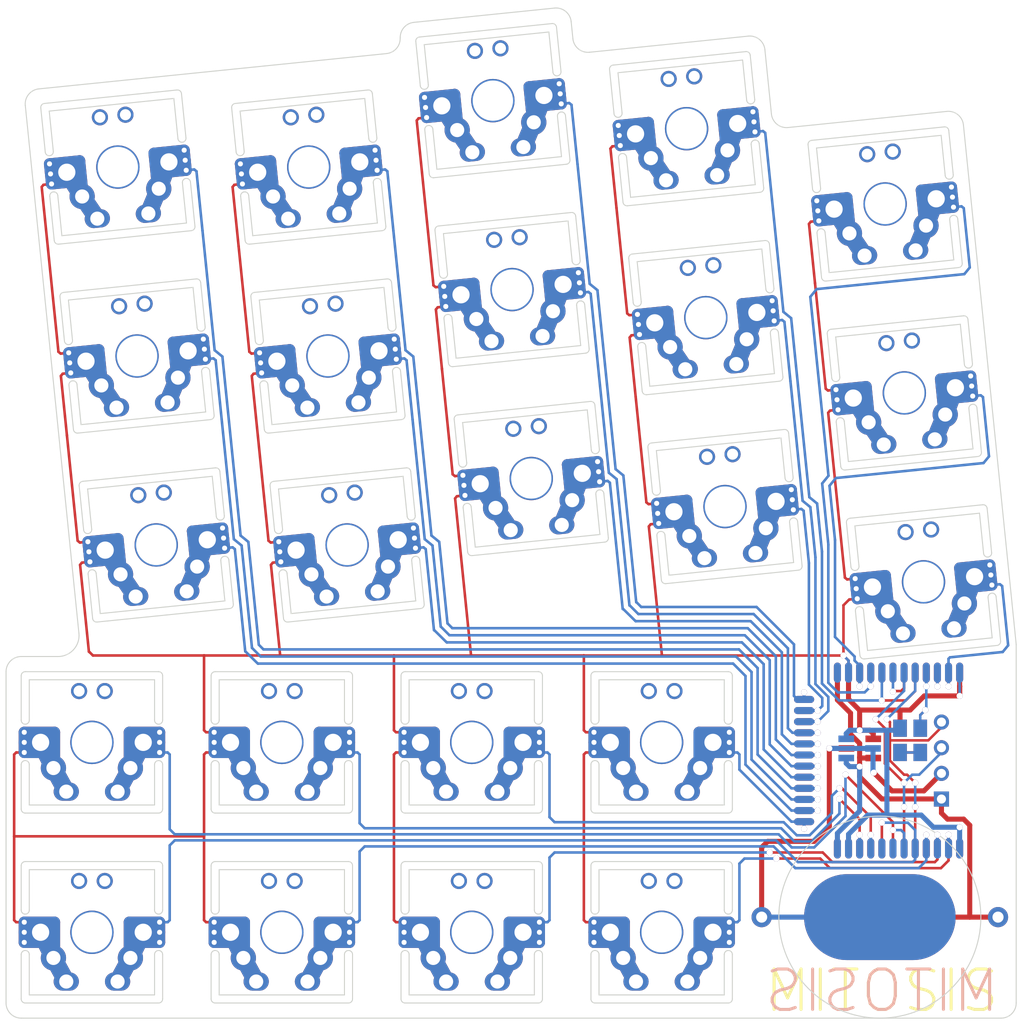
<source format=kicad_pcb>
(kicad_pcb (version 20170123) (host pcbnew "(2017-08-08 revision 6d5282c)-master")
  (layers (0 F.Cu signal) (31 B.Cu signal) (34 B.Paste user) (35 F.Paste user) (36 B.SilkS user) (37 F.SilkS user) (38 B.Mask user) (39 F.Mask user) (44 Edge.Cuts user))
  (net 0 "")
  (net 1 Net1)
  (net 2 GND)
  (net 3 VCC)
  (net 4 /LED)
  (net 5 /L1)
  (net 6 /L2)
  (net 7 /GND_P)
  (net 8 /SWDIO)
  (net 9 /SWCLK)
  (net 10 /S1)
  (net 11 /S2)
  (net 12 /S3)
  (net 13 /S4)
  (net 14 /S5)
  (net 15 /S6)
  (net 16 /S7)
  (net 17 /S8)
  (net 18 /S9)
  (net 19 /S10)
  (net 20 /S11)
  (net 21 /S12)
  (net 22 /S13)
  (net 23 /S14)
  (net 24 /S15)
  (net 25 /S16)
  (net 26 /S17)
  (net 27 /S18)
  (net 28 /S19)
  (net 29 /S20)
  (net 30 /S21)
  (net 31 /S22)
  (net 32 /S23)
  (net 33 /W26)
  (net 34 "Net-(U1-Pad7)")
  (net 35 "Net-(U1-Pad8)")
  (net 36 /W23)
  (net 37 "Net-(U1-Pad25)")
  (net 38 "Net-(U1-Pad26)")
  (net 39 "Net-(U2-Pad7)")
  (net 40 "Net-(U2-Pad8)")
  (net 41 "Net-(U2-Pad25)")
  (module parts:RESC2012X06N (layer F.Cu) (at 140.5 107.5)
    (fp_text reference D1 hide)
    (fp_text value 0603 hide)
    (pad 1 smd rect (at 0 1.2 180) (size 1.35 1.7) (layers F.Cu F.Paste F.Mask) (net 5 /L1))
    (pad 2 smd rect (at 0 -1.2 180) (size 1.35 1.7) (layers F.Cu F.Paste F.Mask) (net 4 /LED))
  )
  (module parts:RESC2012X06N (layer F.Cu) (at 138.5 107.5 180)
    (fp_text reference R1 hide)
    (fp_text value 0603 hide)
    (pad 1 smd rect (at 0 1.2) (size 1.35 1.7) (layers F.Cu F.Paste F.Mask) (net 2 GND))
    (pad 2 smd rect (at 0 -1.2) (size 1.35 1.7) (layers F.Cu F.Paste F.Mask) (net 5 /L1))
  )
  (module parts:RESC2012X06N (layer B.Cu) (at 138.5 107.5)
    (fp_text reference R2 hide)
    (fp_text value 0603 hide)
    (pad 1 smd rect (at 0 -1.2 180) (size 1.35 1.7) (layers B.Cu B.Paste B.Mask) (net 2 GND))
    (pad 2 smd rect (at 0 1.2 180) (size 1.35 1.7) (layers B.Cu B.Paste B.Mask) (net 6 /L2))
  )
  (module parts:RESC2012X06N (layer B.Cu) (at 140.5 107.5 180)
    (fp_text reference D2 hide)
    (fp_text value 0603 hide)
    (pad 1 smd rect (at 0 -1.2) (size 1.35 1.7) (layers B.Cu B.Paste B.Mask) (net 6 /L2))
    (pad 2 smd rect (at 0 1.2) (size 1.35 1.7) (layers B.Cu B.Paste B.Mask) (net 4 /LED))
  )
  (module parts:SOT-23 (layer F.Cu) (at 134.525 108.3)
    (fp_text reference Q1 hide)
    (fp_text value SI2302 hide)
    (pad 3 smd rect (at -1.325 0 270) (size 0.65 1.55) (layers F.Cu F.Paste F.Mask) (net 7 /GND_P))
    (pad 2 smd rect (at 1.325 -0.95 270) (size 0.65 1.55) (layers F.Cu F.Paste F.Mask) (net 2 GND))
    (pad 1 smd rect (at 1.325 0.95 270) (size 0.65 1.55) (layers F.Cu F.Paste F.Mask) (net 3 VCC))
  )
  (module parts:SOT-23 (layer B.Cu) (at 134.5 108.3 180)
    (fp_text reference Q2 hide)
    (fp_text value SI2302 hide)
    (pad 3 smd rect (at -1.325 0 270) (size 0.65 1.55) (layers B.Cu B.Paste B.Mask) (net 7 /GND_P))
    (pad 2 smd rect (at 1.325 0.95 270) (size 0.65 1.55) (layers B.Cu B.Paste B.Mask) (net 2 GND))
    (pad 1 smd rect (at 1.325 -0.95 270) (size 0.65 1.55) (layers B.Cu B.Paste B.Mask) (net 3 VCC))
  )
  (module parts:Core51822B (layer B.Cu) (at 150 109.49999)
    (fp_text reference U2 hide)
    (fp_text value ~ hide)
    (pad 20 smd oval (at -21 -1.64999 90) (size 0.7 2) (layers B.Cu B.Paste B.Mask) (net 22 /S13))
    (pad 36 smd oval (at -5.6 -8.69999) (size 0.7 2) (layers B.Cu B.Paste B.Mask) (net 2 GND))
    (pad 22 smd oval (at -21 -3.84999 90) (size 0.7 2) (layers B.Cu B.Paste B.Mask) (net 18 /S9))
    (pad 29 smd oval (at -13.3 -8.69999) (size 0.7 2) (layers B.Cu B.Paste B.Mask) (net 13 /S4))
    (pad 21 smd oval (at -21 -2.74999 90) (size 0.7 2) (layers B.Cu B.Paste B.Mask) (net 17 /S8))
    (pad 34 smd oval (at -7.8 -8.69999) (size 0.7 2) (layers B.Cu B.Paste B.Mask) (net 36 /W23))
    (pad 33 smd oval (at -8.9 -8.69999) (size 0.7 2) (layers B.Cu B.Paste B.Mask) (net 4 /LED))
    (pad 32 smd oval (at -10 -8.69999) (size 0.7 2) (layers B.Cu B.Paste B.Mask) (net 9 /SWCLK))
    (pad 31 smd oval (at -11.1 -8.69999) (size 0.7 2) (layers B.Cu B.Paste B.Mask) (net 8 /SWDIO))
    (pad 30 smd oval (at -12.2 -8.69999) (size 0.7 2) (layers B.Cu B.Paste B.Mask) (net 33 /W26))
    (pad 28 smd oval (at -14.4 -8.69999) (size 0.7 2) (layers B.Cu B.Paste B.Mask) (net 14 /S5))
    (pad 27 smd oval (at -15.5 -8.69999) (size 0.7 2) (layers B.Cu B.Paste B.Mask) (net 19 /S10))
    (pad 26 smd oval (at -16.6 -8.69999) (size 0.7 2) (layers B.Cu B.Paste B.Mask) (net 2 GND))
    (pad 25 smd oval (at -17.7 -8.69999) (size 0.7 2) (layers B.Cu B.Paste B.Mask) (net 41 "Net-(U2-Pad25)"))
    (pad 24 smd oval (at -21 -6.04999 90) (size 0.7 2) (layers B.Cu B.Paste B.Mask) (net 12 /S3))
    (pad 23 smd oval (at -21 -4.94999 90) (size 0.7 2) (layers B.Cu B.Paste B.Mask) (net 23 /S14))
    (pad 35 smd oval (at -6.7 -8.69999) (size 0.7 2) (layers B.Cu B.Paste B.Mask) (net 24 /S15))
    (pad 17 smd oval (at -21 1.65001 90) (size 0.7 2) (layers B.Cu B.Paste B.Mask) (net 21 /S12))
    (pad 3 smd oval (at -7.8 8.7 180) (size 0.7 2) (layers B.Cu B.Paste B.Mask) (net 31 /S22))
    (pad 10 smd oval (at -15.5 8.7 180) (size 0.7 2) (layers B.Cu B.Paste B.Mask) (net 26 /S17))
    (pad 2 smd oval (at -6.7 8.7 180) (size 0.7 2) (layers B.Cu B.Paste B.Mask) (net 32 /S23))
    (pad 15 smd oval (at -21 3.85001 90) (size 0.7 2) (layers B.Cu B.Paste B.Mask) (net 15 /S6))
    (pad 14 smd oval (at -21 4.95001 90) (size 0.7 2) (layers B.Cu B.Paste B.Mask) (net 20 /S11))
    (pad 13 smd oval (at -21 6.05001 90) (size 0.7 2) (layers B.Cu B.Paste B.Mask) (net 28 /S19))
    (pad 11 smd oval (at -16.6 8.7 180) (size 0.7 2) (layers B.Cu B.Paste B.Mask) (net 2 GND))
    (pad 9 smd oval (at -14.4 8.7 180) (size 0.7 2) (layers B.Cu B.Paste B.Mask) (net 27 /S18))
    (pad 8 smd oval (at -13.3 8.7 180) (size 0.7 2) (layers B.Cu B.Paste B.Mask) (net 40 "Net-(U2-Pad8)"))
    (pad 7 smd oval (at -12.2 8.7 180) (size 0.7 2) (layers B.Cu B.Paste B.Mask) (net 39 "Net-(U2-Pad7)"))
    (pad 6 smd oval (at -11.1 8.7 180) (size 0.7 2) (layers B.Cu B.Paste B.Mask) (net 25 /S16))
    (pad 5 smd oval (at -10 8.7 180) (size 0.7 2) (layers B.Cu B.Paste B.Mask) (net 29 /S20))
    (pad 4 smd oval (at -8.9 8.7 180) (size 0.7 2) (layers B.Cu B.Paste B.Mask) (net 30 /S21))
    (pad 16 smd oval (at -21 2.75001 90) (size 0.7 2) (layers B.Cu B.Paste B.Mask) (net 10 /S1))
    (pad 19 smd oval (at -21 -0.54999 90) (size 0.7 2) (layers B.Cu B.Paste B.Mask) (net 11 /S2))
    (pad 18 smd oval (at -21 0.55001 90) (size 0.7 2) (layers B.Cu B.Paste B.Mask) (net 16 /S7))
    (pad 12 smd oval (at -17.7 8.7 180) (size 0.7 2) (layers B.Cu B.Paste B.Mask) (net 3 VCC))
    (pad 1 smd oval (at -5.6 8.7 180) (size 0.7 2) (layers B.Cu B.Paste B.Mask) (net 2 GND))
  )
  (module parts:Core51822B (layer F.Cu) (at 150 109.49999)
    (fp_text reference U1 hide)
    (fp_text value ~ hide)
    (pad 1 smd oval (at -5.6 -8.7 180) (size 0.7 2) (layers F.Cu F.Paste F.Mask) (net 2 GND))
    (pad 12 smd oval (at -17.7 -8.7 180) (size 0.7 2) (layers F.Cu F.Paste F.Mask) (net 3 VCC))
    (pad 18 smd oval (at -21 -0.55001 270) (size 0.7 2) (layers F.Cu F.Paste F.Mask) (net 11 /S2))
    (pad 19 smd oval (at -21 0.54999 270) (size 0.7 2) (layers F.Cu F.Paste F.Mask) (net 16 /S7))
    (pad 16 smd oval (at -21 -2.75001 270) (size 0.7 2) (layers F.Cu F.Paste F.Mask) (net 17 /S8))
    (pad 4 smd oval (at -8.9 -8.7 180) (size 0.7 2) (layers F.Cu F.Paste F.Mask) (net 4 /LED))
    (pad 5 smd oval (at -10 -8.7 180) (size 0.7 2) (layers F.Cu F.Paste F.Mask) (net 13 /S4))
    (pad 6 smd oval (at -11.1 -8.7 180) (size 0.7 2) (layers F.Cu F.Paste F.Mask) (net 33 /W26))
    (pad 7 smd oval (at -12.2 -8.7 180) (size 0.7 2) (layers F.Cu F.Paste F.Mask) (net 34 "Net-(U1-Pad7)"))
    (pad 8 smd oval (at -13.3 -8.7 180) (size 0.7 2) (layers F.Cu F.Paste F.Mask) (net 35 "Net-(U1-Pad8)"))
    (pad 9 smd oval (at -14.4 -8.7 180) (size 0.7 2) (layers F.Cu F.Paste F.Mask) (net 14 /S5))
    (pad 11 smd oval (at -16.6 -8.7 180) (size 0.7 2) (layers F.Cu F.Paste F.Mask) (net 2 GND))
    (pad 13 smd oval (at -21 -6.05001 270) (size 0.7 2) (layers F.Cu F.Paste F.Mask) (net 12 /S3))
    (pad 14 smd oval (at -21 -4.95001 270) (size 0.7 2) (layers F.Cu F.Paste F.Mask) (net 23 /S14))
    (pad 15 smd oval (at -21 -3.85001 270) (size 0.7 2) (layers F.Cu F.Paste F.Mask) (net 18 /S9))
    (pad 2 smd oval (at -6.7 -8.7 180) (size 0.7 2) (layers F.Cu F.Paste F.Mask) (net 24 /S15))
    (pad 10 smd oval (at -15.5 -8.7 180) (size 0.7 2) (layers F.Cu F.Paste F.Mask) (net 19 /S10))
    (pad 3 smd oval (at -7.8 -8.7 180) (size 0.7 2) (layers F.Cu F.Paste F.Mask) (net 36 /W23))
    (pad 17 smd oval (at -21 -1.65001 270) (size 0.7 2) (layers F.Cu F.Paste F.Mask) (net 22 /S13))
    (pad 35 smd oval (at -6.7 8.69999) (size 0.7 2) (layers F.Cu F.Paste F.Mask) (net 32 /S23))
    (pad 23 smd oval (at -21 4.94999 270) (size 0.7 2) (layers F.Cu F.Paste F.Mask) (net 20 /S11))
    (pad 24 smd oval (at -21 6.04999 270) (size 0.7 2) (layers F.Cu F.Paste F.Mask) (net 28 /S19))
    (pad 25 smd oval (at -17.7 8.69999) (size 0.7 2) (layers F.Cu F.Paste F.Mask) (net 37 "Net-(U1-Pad25)"))
    (pad 26 smd oval (at -16.6 8.69999) (size 0.7 2) (layers F.Cu F.Paste F.Mask) (net 38 "Net-(U1-Pad26)"))
    (pad 27 smd oval (at -15.5 8.69999) (size 0.7 2) (layers F.Cu F.Paste F.Mask) (net 26 /S17))
    (pad 28 smd oval (at -14.4 8.69999) (size 0.7 2) (layers F.Cu F.Paste F.Mask) (net 27 /S18))
    (pad 30 smd oval (at -12.2 8.69999) (size 0.7 2) (layers F.Cu F.Paste F.Mask) (net 25 /S16))
    (pad 31 smd oval (at -11.1 8.69999) (size 0.7 2) (layers F.Cu F.Paste F.Mask) (net 8 /SWDIO))
    (pad 32 smd oval (at -10 8.69999) (size 0.7 2) (layers F.Cu F.Paste F.Mask) (net 9 /SWCLK))
    (pad 33 smd oval (at -8.9 8.69999) (size 0.7 2) (layers F.Cu F.Paste F.Mask) (net 30 /S21))
    (pad 34 smd oval (at -7.8 8.69999) (size 0.7 2) (layers F.Cu F.Paste F.Mask) (net 31 /S22))
    (pad 21 smd oval (at -21 2.74999 270) (size 0.7 2) (layers F.Cu F.Paste F.Mask) (net 10 /S1))
    (pad 29 smd oval (at -13.3 8.69999) (size 0.7 2) (layers F.Cu F.Paste F.Mask) (net 29 /S20))
    (pad 22 smd oval (at -21 3.84999 270) (size 0.7 2) (layers F.Cu F.Paste F.Mask) (net 15 /S6))
    (pad 36 smd oval (at -5.6 8.69999) (size 0.7 2) (layers F.Cu F.Paste F.Mask) (net 2 GND))
    (pad 20 smd oval (at -21 1.64999 270) (size 0.7 2) (layers F.Cu F.Paste F.Mask) (net 21 /S12))
  )
  (module parts:cherry (layer F.Cu) (at 96.1 107.7)
    (fp_text reference S18 hide)
    (fp_text value "CHERRY MX" hide)
    (pad 0 thru_hole circle (at -1.27 -5.08) (size 1.6 1.6) (drill 1.1) (layers *.Cu *.Paste *.Mask))
    (pad 0 thru_hole circle (at 1.27 -5.08) (size 1.6 1.6) (drill 1.1) (layers *.Cu *.Paste *.Mask))
    (pad 12 thru_hole circle (at 6.7 1 180) (size 1 1) (drill 0.5) (layers *.Cu *.Paste *.Mask) (net 27 /S18))
    (pad 8 thru_hole circle (at 6.7 -1 180) (size 1 1) (drill 0.5) (layers *.Cu *.Paste *.Mask) (net 27 /S18))
    (pad 10 thru_hole circle (at 6.7 0 180) (size 1 1) (drill 0.5) (layers *.Cu *.Paste *.Mask) (net 27 /S18))
    (pad 0 thru_hole circle (at 0 0) (size 4.3 4.3) (drill 3.9878) (layers *.Cu *.Paste *.Mask))
    (pad 6 thru_hole circle (at 5.08 0) (size 2 2) (drill 1.7018) (layers *.Cu *.Paste *.Mask) (net 27 /S18))
    (pad 5 thru_hole circle (at -5.08 0) (size 2 2) (drill 1.7018) (layers *.Cu *.Paste *.Mask) (net 2 GND))
    (pad 2 thru_hole circle (at 3.81 2.54) (size 2.5 2.5) (drill 1.4) (layers *.Cu *.Paste *.Mask) (net 27 /S18))
    (pad 3 thru_hole oval (at -2.54 4.8768) (size 2.5 1.8) (drill 1.4) (layers *.Cu *.Paste *.Mask) (net 2 GND))
    (pad 1 thru_hole circle (at -3.81 2.54) (size 2.5 2.5) (drill 1.4) (layers *.Cu *.Paste *.Mask) (net 2 GND))
    (pad 4 thru_hole oval (at 2.54 4.8768) (size 2.5 1.8) (drill 1.4) (layers *.Cu *.Paste *.Mask) (net 27 /S18))
    (pad 9 thru_hole circle (at -6.7 0) (size 1 1) (drill 0.5) (layers *.Cu *.Paste *.Mask) (net 2 GND))
    (pad 11 thru_hole circle (at -6.7 1) (size 1 1) (drill 0.5) (layers *.Cu *.Paste *.Mask) (net 2 GND))
    (pad 7 thru_hole circle (at -6.7 -1) (size 1 1) (drill 0.5) (layers *.Cu *.Paste *.Mask) (net 2 GND))
  )
  (module parts:cherry (layer F.Cu) (at 77.3 107.7)
    (fp_text reference S17 hide)
    (fp_text value "CHERRY MX" hide)
    (pad 7 thru_hole circle (at -6.7 -1) (size 1 1) (drill 0.5) (layers *.Cu *.Paste *.Mask) (net 2 GND))
    (pad 11 thru_hole circle (at -6.7 1) (size 1 1) (drill 0.5) (layers *.Cu *.Paste *.Mask) (net 2 GND))
    (pad 9 thru_hole circle (at -6.7 0) (size 1 1) (drill 0.5) (layers *.Cu *.Paste *.Mask) (net 2 GND))
    (pad 4 thru_hole oval (at 2.54 4.8768) (size 2.5 1.8) (drill 1.4) (layers *.Cu *.Paste *.Mask) (net 26 /S17))
    (pad 1 thru_hole circle (at -3.81 2.54) (size 2.5 2.5) (drill 1.4) (layers *.Cu *.Paste *.Mask) (net 2 GND))
    (pad 3 thru_hole oval (at -2.54 4.8768) (size 2.5 1.8) (drill 1.4) (layers *.Cu *.Paste *.Mask) (net 2 GND))
    (pad 2 thru_hole circle (at 3.81 2.54) (size 2.5 2.5) (drill 1.4) (layers *.Cu *.Paste *.Mask) (net 26 /S17))
    (pad 5 thru_hole circle (at -5.08 0) (size 2 2) (drill 1.7018) (layers *.Cu *.Paste *.Mask) (net 2 GND))
    (pad 6 thru_hole circle (at 5.08 0) (size 2 2) (drill 1.7018) (layers *.Cu *.Paste *.Mask) (net 26 /S17))
    (pad 0 thru_hole circle (at 0 0) (size 4.3 4.3) (drill 3.9878) (layers *.Cu *.Paste *.Mask))
    (pad 10 thru_hole circle (at 6.7 0 180) (size 1 1) (drill 0.5) (layers *.Cu *.Paste *.Mask) (net 26 /S17))
    (pad 8 thru_hole circle (at 6.7 -1 180) (size 1 1) (drill 0.5) (layers *.Cu *.Paste *.Mask) (net 26 /S17))
    (pad 12 thru_hole circle (at 6.7 1 180) (size 1 1) (drill 0.5) (layers *.Cu *.Paste *.Mask) (net 26 /S17))
    (pad 0 thru_hole circle (at 1.27 -5.08) (size 1.6 1.6) (drill 1.1) (layers *.Cu *.Paste *.Mask))
    (pad 0 thru_hole circle (at -1.27 -5.08) (size 1.6 1.6) (drill 1.1) (layers *.Cu *.Paste *.Mask))
  )
  (module parts:cherry (layer F.Cu) (at 114.9 107.7)
    (fp_text reference S19 hide)
    (fp_text value "CHERRY MX" hide)
    (pad 0 thru_hole circle (at -1.27 -5.08) (size 1.6 1.6) (drill 1.1) (layers *.Cu *.Paste *.Mask))
    (pad 0 thru_hole circle (at 1.27 -5.08) (size 1.6 1.6) (drill 1.1) (layers *.Cu *.Paste *.Mask))
    (pad 12 thru_hole circle (at 6.7 1 180) (size 1 1) (drill 0.5) (layers *.Cu *.Paste *.Mask) (net 28 /S19))
    (pad 8 thru_hole circle (at 6.7 -1 180) (size 1 1) (drill 0.5) (layers *.Cu *.Paste *.Mask) (net 28 /S19))
    (pad 10 thru_hole circle (at 6.7 0 180) (size 1 1) (drill 0.5) (layers *.Cu *.Paste *.Mask) (net 28 /S19))
    (pad 0 thru_hole circle (at 0 0) (size 4.3 4.3) (drill 3.9878) (layers *.Cu *.Paste *.Mask))
    (pad 6 thru_hole circle (at 5.08 0) (size 2 2) (drill 1.7018) (layers *.Cu *.Paste *.Mask) (net 28 /S19))
    (pad 5 thru_hole circle (at -5.08 0) (size 2 2) (drill 1.7018) (layers *.Cu *.Paste *.Mask) (net 2 GND))
    (pad 2 thru_hole circle (at 3.81 2.54) (size 2.5 2.5) (drill 1.4) (layers *.Cu *.Paste *.Mask) (net 28 /S19))
    (pad 3 thru_hole oval (at -2.54 4.8768) (size 2.5 1.8) (drill 1.4) (layers *.Cu *.Paste *.Mask) (net 2 GND))
    (pad 1 thru_hole circle (at -3.81 2.54) (size 2.5 2.5) (drill 1.4) (layers *.Cu *.Paste *.Mask) (net 2 GND))
    (pad 4 thru_hole oval (at 2.54 4.8768) (size 2.5 1.8) (drill 1.4) (layers *.Cu *.Paste *.Mask) (net 28 /S19))
    (pad 9 thru_hole circle (at -6.7 0) (size 1 1) (drill 0.5) (layers *.Cu *.Paste *.Mask) (net 2 GND))
    (pad 11 thru_hole circle (at -6.7 1) (size 1 1) (drill 0.5) (layers *.Cu *.Paste *.Mask) (net 2 GND))
    (pad 7 thru_hole circle (at -6.7 -1) (size 1 1) (drill 0.5) (layers *.Cu *.Paste *.Mask) (net 2 GND))
  )
  (module parts:cherry (layer F.Cu) (at 58.5 126.5)
    (fp_text reference S20 hide)
    (fp_text value "CHERRY MX" hide)
    (pad 7 thru_hole circle (at -6.7 -1) (size 1 1) (drill 0.5) (layers *.Cu *.Paste *.Mask) (net 2 GND))
    (pad 11 thru_hole circle (at -6.7 1) (size 1 1) (drill 0.5) (layers *.Cu *.Paste *.Mask) (net 2 GND))
    (pad 9 thru_hole circle (at -6.7 0) (size 1 1) (drill 0.5) (layers *.Cu *.Paste *.Mask) (net 2 GND))
    (pad 4 thru_hole oval (at 2.54 4.8768) (size 2.5 1.8) (drill 1.4) (layers *.Cu *.Paste *.Mask) (net 29 /S20))
    (pad 1 thru_hole circle (at -3.81 2.54) (size 2.5 2.5) (drill 1.4) (layers *.Cu *.Paste *.Mask) (net 2 GND))
    (pad 3 thru_hole oval (at -2.54 4.8768) (size 2.5 1.8) (drill 1.4) (layers *.Cu *.Paste *.Mask) (net 2 GND))
    (pad 2 thru_hole circle (at 3.81 2.54) (size 2.5 2.5) (drill 1.4) (layers *.Cu *.Paste *.Mask) (net 29 /S20))
    (pad 5 thru_hole circle (at -5.08 0) (size 2 2) (drill 1.7018) (layers *.Cu *.Paste *.Mask) (net 2 GND))
    (pad 6 thru_hole circle (at 5.08 0) (size 2 2) (drill 1.7018) (layers *.Cu *.Paste *.Mask) (net 29 /S20))
    (pad 0 thru_hole circle (at 0 0) (size 4.3 4.3) (drill 3.9878) (layers *.Cu *.Paste *.Mask))
    (pad 10 thru_hole circle (at 6.7 0 180) (size 1 1) (drill 0.5) (layers *.Cu *.Paste *.Mask) (net 29 /S20))
    (pad 8 thru_hole circle (at 6.7 -1 180) (size 1 1) (drill 0.5) (layers *.Cu *.Paste *.Mask) (net 29 /S20))
    (pad 12 thru_hole circle (at 6.7 1 180) (size 1 1) (drill 0.5) (layers *.Cu *.Paste *.Mask) (net 29 /S20))
    (pad 0 thru_hole circle (at 1.27 -5.08) (size 1.6 1.6) (drill 1.1) (layers *.Cu *.Paste *.Mask))
    (pad 0 thru_hole circle (at -1.27 -5.08) (size 1.6 1.6) (drill 1.1) (layers *.Cu *.Paste *.Mask))
  )
  (module parts:cherry (layer F.Cu) (at 77.3 126.5)
    (fp_text reference S21 hide)
    (fp_text value "CHERRY MX" hide)
    (pad 0 thru_hole circle (at -1.27 -5.08) (size 1.6 1.6) (drill 1.1) (layers *.Cu *.Paste *.Mask))
    (pad 0 thru_hole circle (at 1.27 -5.08) (size 1.6 1.6) (drill 1.1) (layers *.Cu *.Paste *.Mask))
    (pad 12 thru_hole circle (at 6.7 1 180) (size 1 1) (drill 0.5) (layers *.Cu *.Paste *.Mask) (net 30 /S21))
    (pad 8 thru_hole circle (at 6.7 -1 180) (size 1 1) (drill 0.5) (layers *.Cu *.Paste *.Mask) (net 30 /S21))
    (pad 10 thru_hole circle (at 6.7 0 180) (size 1 1) (drill 0.5) (layers *.Cu *.Paste *.Mask) (net 30 /S21))
    (pad 0 thru_hole circle (at 0 0) (size 4.3 4.3) (drill 3.9878) (layers *.Cu *.Paste *.Mask))
    (pad 6 thru_hole circle (at 5.08 0) (size 2 2) (drill 1.7018) (layers *.Cu *.Paste *.Mask) (net 30 /S21))
    (pad 5 thru_hole circle (at -5.08 0) (size 2 2) (drill 1.7018) (layers *.Cu *.Paste *.Mask) (net 2 GND))
    (pad 2 thru_hole circle (at 3.81 2.54) (size 2.5 2.5) (drill 1.4) (layers *.Cu *.Paste *.Mask) (net 30 /S21))
    (pad 3 thru_hole oval (at -2.54 4.8768) (size 2.5 1.8) (drill 1.4) (layers *.Cu *.Paste *.Mask) (net 2 GND))
    (pad 1 thru_hole circle (at -3.81 2.54) (size 2.5 2.5) (drill 1.4) (layers *.Cu *.Paste *.Mask) (net 2 GND))
    (pad 4 thru_hole oval (at 2.54 4.8768) (size 2.5 1.8) (drill 1.4) (layers *.Cu *.Paste *.Mask) (net 30 /S21))
    (pad 9 thru_hole circle (at -6.7 0) (size 1 1) (drill 0.5) (layers *.Cu *.Paste *.Mask) (net 2 GND))
    (pad 11 thru_hole circle (at -6.7 1) (size 1 1) (drill 0.5) (layers *.Cu *.Paste *.Mask) (net 2 GND))
    (pad 7 thru_hole circle (at -6.7 -1) (size 1 1) (drill 0.5) (layers *.Cu *.Paste *.Mask) (net 2 GND))
  )
  (module parts:cherry (layer F.Cu) (at 96.1 126.5)
    (fp_text reference S22 hide)
    (fp_text value "CHERRY MX" hide)
    (pad 7 thru_hole circle (at -6.7 -1) (size 1 1) (drill 0.5) (layers *.Cu *.Paste *.Mask) (net 2 GND))
    (pad 11 thru_hole circle (at -6.7 1) (size 1 1) (drill 0.5) (layers *.Cu *.Paste *.Mask) (net 2 GND))
    (pad 9 thru_hole circle (at -6.7 0) (size 1 1) (drill 0.5) (layers *.Cu *.Paste *.Mask) (net 2 GND))
    (pad 4 thru_hole oval (at 2.54 4.8768) (size 2.5 1.8) (drill 1.4) (layers *.Cu *.Paste *.Mask) (net 31 /S22))
    (pad 1 thru_hole circle (at -3.81 2.54) (size 2.5 2.5) (drill 1.4) (layers *.Cu *.Paste *.Mask) (net 2 GND))
    (pad 3 thru_hole oval (at -2.54 4.8768) (size 2.5 1.8) (drill 1.4) (layers *.Cu *.Paste *.Mask) (net 2 GND))
    (pad 2 thru_hole circle (at 3.81 2.54) (size 2.5 2.5) (drill 1.4) (layers *.Cu *.Paste *.Mask) (net 31 /S22))
    (pad 5 thru_hole circle (at -5.08 0) (size 2 2) (drill 1.7018) (layers *.Cu *.Paste *.Mask) (net 2 GND))
    (pad 6 thru_hole circle (at 5.08 0) (size 2 2) (drill 1.7018) (layers *.Cu *.Paste *.Mask) (net 31 /S22))
    (pad 0 thru_hole circle (at 0 0) (size 4.3 4.3) (drill 3.9878) (layers *.Cu *.Paste *.Mask))
    (pad 10 thru_hole circle (at 6.7 0 180) (size 1 1) (drill 0.5) (layers *.Cu *.Paste *.Mask) (net 31 /S22))
    (pad 8 thru_hole circle (at 6.7 -1 180) (size 1 1) (drill 0.5) (layers *.Cu *.Paste *.Mask) (net 31 /S22))
    (pad 12 thru_hole circle (at 6.7 1 180) (size 1 1) (drill 0.5) (layers *.Cu *.Paste *.Mask) (net 31 /S22))
    (pad 0 thru_hole circle (at 1.27 -5.08) (size 1.6 1.6) (drill 1.1) (layers *.Cu *.Paste *.Mask))
    (pad 0 thru_hole circle (at -1.27 -5.08) (size 1.6 1.6) (drill 1.1) (layers *.Cu *.Paste *.Mask))
  )
  (module parts:cherry (layer F.Cu) (at 58.5 107.7)
    (fp_text reference S16 hide)
    (fp_text value "CHERRY MX" hide)
    (pad 0 thru_hole circle (at -1.27 -5.08) (size 1.6 1.6) (drill 1.1) (layers *.Cu *.Paste *.Mask))
    (pad 0 thru_hole circle (at 1.27 -5.08) (size 1.6 1.6) (drill 1.1) (layers *.Cu *.Paste *.Mask))
    (pad 12 thru_hole circle (at 6.7 1 180) (size 1 1) (drill 0.5) (layers *.Cu *.Paste *.Mask) (net 25 /S16))
    (pad 8 thru_hole circle (at 6.7 -1 180) (size 1 1) (drill 0.5) (layers *.Cu *.Paste *.Mask) (net 25 /S16))
    (pad 10 thru_hole circle (at 6.7 0 180) (size 1 1) (drill 0.5) (layers *.Cu *.Paste *.Mask) (net 25 /S16))
    (pad 0 thru_hole circle (at 0 0) (size 4.3 4.3) (drill 3.9878) (layers *.Cu *.Paste *.Mask))
    (pad 6 thru_hole circle (at 5.08 0) (size 2 2) (drill 1.7018) (layers *.Cu *.Paste *.Mask) (net 25 /S16))
    (pad 5 thru_hole circle (at -5.08 0) (size 2 2) (drill 1.7018) (layers *.Cu *.Paste *.Mask) (net 2 GND))
    (pad 2 thru_hole circle (at 3.81 2.54) (size 2.5 2.5) (drill 1.4) (layers *.Cu *.Paste *.Mask) (net 25 /S16))
    (pad 3 thru_hole oval (at -2.54 4.8768) (size 2.5 1.8) (drill 1.4) (layers *.Cu *.Paste *.Mask) (net 2 GND))
    (pad 1 thru_hole circle (at -3.81 2.54) (size 2.5 2.5) (drill 1.4) (layers *.Cu *.Paste *.Mask) (net 2 GND))
    (pad 4 thru_hole oval (at 2.54 4.8768) (size 2.5 1.8) (drill 1.4) (layers *.Cu *.Paste *.Mask) (net 25 /S16))
    (pad 9 thru_hole circle (at -6.7 0) (size 1 1) (drill 0.5) (layers *.Cu *.Paste *.Mask) (net 2 GND))
    (pad 11 thru_hole circle (at -6.7 1) (size 1 1) (drill 0.5) (layers *.Cu *.Paste *.Mask) (net 2 GND))
    (pad 7 thru_hole circle (at -6.7 -1) (size 1 1) (drill 0.5) (layers *.Cu *.Paste *.Mask) (net 2 GND))
  )
  (module parts:cherry (layer F.Cu) (at 114.9 126.5)
    (fp_text reference S23 hide)
    (fp_text value "CHERRY MX" hide)
    (pad 7 thru_hole circle (at -6.7 -1) (size 1 1) (drill 0.5) (layers *.Cu *.Paste *.Mask) (net 2 GND))
    (pad 11 thru_hole circle (at -6.7 1) (size 1 1) (drill 0.5) (layers *.Cu *.Paste *.Mask) (net 2 GND))
    (pad 9 thru_hole circle (at -6.7 0) (size 1 1) (drill 0.5) (layers *.Cu *.Paste *.Mask) (net 2 GND))
    (pad 4 thru_hole oval (at 2.54 4.8768) (size 2.5 1.8) (drill 1.4) (layers *.Cu *.Paste *.Mask) (net 32 /S23))
    (pad 1 thru_hole circle (at -3.81 2.54) (size 2.5 2.5) (drill 1.4) (layers *.Cu *.Paste *.Mask) (net 2 GND))
    (pad 3 thru_hole oval (at -2.54 4.8768) (size 2.5 1.8) (drill 1.4) (layers *.Cu *.Paste *.Mask) (net 2 GND))
    (pad 2 thru_hole circle (at 3.81 2.54) (size 2.5 2.5) (drill 1.4) (layers *.Cu *.Paste *.Mask) (net 32 /S23))
    (pad 5 thru_hole circle (at -5.08 0) (size 2 2) (drill 1.7018) (layers *.Cu *.Paste *.Mask) (net 2 GND))
    (pad 6 thru_hole circle (at 5.08 0) (size 2 2) (drill 1.7018) (layers *.Cu *.Paste *.Mask) (net 32 /S23))
    (pad 0 thru_hole circle (at 0 0) (size 4.3 4.3) (drill 3.9878) (layers *.Cu *.Paste *.Mask))
    (pad 10 thru_hole circle (at 6.7 0 180) (size 1 1) (drill 0.5) (layers *.Cu *.Paste *.Mask) (net 32 /S23))
    (pad 8 thru_hole circle (at 6.7 -1 180) (size 1 1) (drill 0.5) (layers *.Cu *.Paste *.Mask) (net 32 /S23))
    (pad 12 thru_hole circle (at 6.7 1 180) (size 1 1) (drill 0.5) (layers *.Cu *.Paste *.Mask) (net 32 /S23))
    (pad 0 thru_hole circle (at 1.27 -5.08) (size 1.6 1.6) (drill 1.1) (layers *.Cu *.Paste *.Mask))
    (pad 0 thru_hole circle (at -1.27 -5.08) (size 1.6 1.6) (drill 1.1) (layers *.Cu *.Paste *.Mask))
  )
  (module parts:cherry_angled (layer F.Cu) (at 119.27181 65.6514)
    (fp_text reference S9 hide)
    (fp_text value "CHERRY MX" hide)
    (pad 7 thru_hole circle (at -6.76676 -0.31781 5.8) (size 1 1) (drill 0.5) (layers *.Cu *.Paste *.Mask) (net 2 GND))
    (pad 11 thru_hole circle (at -6.56465 1.67195 5.8) (size 1 1) (drill 0.5) (layers *.Cu *.Paste *.Mask) (net 2 GND))
    (pad 9 thru_hole circle (at -6.6657 0.67707 5.8) (size 1 1) (drill 0.5) (layers *.Cu *.Paste *.Mask) (net 2 GND))
    (pad 4 thru_hole oval (at 3.01983 4.59515 5.8) (size 2.5 1.8) (drill 1.4) (layers *.Cu *.Paste *.Mask) (net 18 /S9))
    (pad 1 thru_hole circle (at -3.53382 2.91202 5.8) (size 2.5 2.5) (drill 1.4) (layers *.Cu *.Paste *.Mask) (net 2 GND))
    (pad 3 thru_hole oval (at -2.03417 5.10851 5.8) (size 2.5 1.8) (drill 1.4) (layers *.Cu *.Paste *.Mask) (net 2 GND))
    (pad 2 thru_hole circle (at 4.04717 2.14197 5.8) (size 2.5 2.5) (drill 1.4) (layers *.Cu *.Paste *.Mask) (net 18 /S9))
    (pad 5 thru_hole circle (at -5.054 0.51336 5.8) (size 2 2) (drill 1.7018) (layers *.Cu *.Paste *.Mask) (net 2 GND))
    (pad 6 thru_hole circle (at 5.05399 -0.51337 5.8) (size 2 2) (drill 1.7018) (layers *.Cu *.Paste *.Mask) (net 18 /S9))
    (pad 0 thru_hole circle (at 0 0 5.8) (size 4.3 4.3) (drill 3.9878) (layers *.Cu *.Paste *.Mask))
    (pad 10 thru_hole circle (at 6.6657 -0.67708 185.8) (size 1 1) (drill 0.5) (layers *.Cu *.Paste *.Mask) (net 18 /S9))
    (pad 8 thru_hole circle (at 6.56464 -1.67196 185.8) (size 1 1) (drill 0.5) (layers *.Cu *.Paste *.Mask) (net 18 /S9))
    (pad 12 thru_hole circle (at 6.76675 0.3178 185.8) (size 1 1) (drill 0.5) (layers *.Cu *.Paste *.Mask) (net 18 /S9))
    (pad 0 thru_hole circle (at 0.75013 -5.18234 5.8) (size 1.6 1.6) (drill 1.1) (layers *.Cu *.Paste *.Mask))
    (pad 0 thru_hole circle (at -1.77687 -4.92566 5.8) (size 1.6 1.6) (drill 1.1) (layers *.Cu *.Paste *.Mask))
  )
  (module parts:cherry_angled (layer F.Cu) (at 100.09309 62.87532)
    (fp_text reference S8 hide)
    (fp_text value "CHERRY MX" hide)
    (pad 0 thru_hole circle (at -1.77687 -4.92566 5.8) (size 1.6 1.6) (drill 1.1) (layers *.Cu *.Paste *.Mask))
    (pad 0 thru_hole circle (at 0.75013 -5.18234 5.8) (size 1.6 1.6) (drill 1.1) (layers *.Cu *.Paste *.Mask))
    (pad 12 thru_hole circle (at 6.76675 0.3178 185.8) (size 1 1) (drill 0.5) (layers *.Cu *.Paste *.Mask) (net 17 /S8))
    (pad 8 thru_hole circle (at 6.56464 -1.67196 185.8) (size 1 1) (drill 0.5) (layers *.Cu *.Paste *.Mask) (net 17 /S8))
    (pad 10 thru_hole circle (at 6.6657 -0.67708 185.8) (size 1 1) (drill 0.5) (layers *.Cu *.Paste *.Mask) (net 17 /S8))
    (pad 0 thru_hole circle (at 0 0 5.8) (size 4.3 4.3) (drill 3.9878) (layers *.Cu *.Paste *.Mask))
    (pad 6 thru_hole circle (at 5.05399 -0.51337 5.8) (size 2 2) (drill 1.7018) (layers *.Cu *.Paste *.Mask) (net 17 /S8))
    (pad 5 thru_hole circle (at -5.054 0.51336 5.8) (size 2 2) (drill 1.7018) (layers *.Cu *.Paste *.Mask) (net 2 GND))
    (pad 2 thru_hole circle (at 4.04717 2.14197 5.8) (size 2.5 2.5) (drill 1.4) (layers *.Cu *.Paste *.Mask) (net 17 /S8))
    (pad 3 thru_hole oval (at -2.03417 5.10851 5.8) (size 2.5 1.8) (drill 1.4) (layers *.Cu *.Paste *.Mask) (net 2 GND))
    (pad 1 thru_hole circle (at -3.53382 2.91202 5.8) (size 2.5 2.5) (drill 1.4) (layers *.Cu *.Paste *.Mask) (net 2 GND))
    (pad 4 thru_hole oval (at 3.01983 4.59515 5.8) (size 2.5 1.8) (drill 1.4) (layers *.Cu *.Paste *.Mask) (net 17 /S8))
    (pad 9 thru_hole circle (at -6.6657 0.67707 5.8) (size 1 1) (drill 0.5) (layers *.Cu *.Paste *.Mask) (net 2 GND))
    (pad 11 thru_hole circle (at -6.56465 1.67195 5.8) (size 1 1) (drill 0.5) (layers *.Cu *.Paste *.Mask) (net 2 GND))
    (pad 7 thru_hole circle (at -6.76676 -0.31781 5.8) (size 1 1) (drill 0.5) (layers *.Cu *.Paste *.Mask) (net 2 GND))
  )
  (module parts:cherry_angled (layer F.Cu) (at 81.86429 69.45112)
    (fp_text reference S7 hide)
    (fp_text value "CHERRY MX" hide)
    (pad 7 thru_hole circle (at -6.76676 -0.31781 5.8) (size 1 1) (drill 0.5) (layers *.Cu *.Paste *.Mask) (net 2 GND))
    (pad 11 thru_hole circle (at -6.56465 1.67195 5.8) (size 1 1) (drill 0.5) (layers *.Cu *.Paste *.Mask) (net 2 GND))
    (pad 9 thru_hole circle (at -6.6657 0.67707 5.8) (size 1 1) (drill 0.5) (layers *.Cu *.Paste *.Mask) (net 2 GND))
    (pad 4 thru_hole oval (at 3.01983 4.59515 5.8) (size 2.5 1.8) (drill 1.4) (layers *.Cu *.Paste *.Mask) (net 16 /S7))
    (pad 1 thru_hole circle (at -3.53382 2.91202 5.8) (size 2.5 2.5) (drill 1.4) (layers *.Cu *.Paste *.Mask) (net 2 GND))
    (pad 3 thru_hole oval (at -2.03417 5.10851 5.8) (size 2.5 1.8) (drill 1.4) (layers *.Cu *.Paste *.Mask) (net 2 GND))
    (pad 2 thru_hole circle (at 4.04717 2.14197 5.8) (size 2.5 2.5) (drill 1.4) (layers *.Cu *.Paste *.Mask) (net 16 /S7))
    (pad 5 thru_hole circle (at -5.054 0.51336 5.8) (size 2 2) (drill 1.7018) (layers *.Cu *.Paste *.Mask) (net 2 GND))
    (pad 6 thru_hole circle (at 5.05399 -0.51337 5.8) (size 2 2) (drill 1.7018) (layers *.Cu *.Paste *.Mask) (net 16 /S7))
    (pad 0 thru_hole circle (at 0 0 5.8) (size 4.3 4.3) (drill 3.9878) (layers *.Cu *.Paste *.Mask))
    (pad 10 thru_hole circle (at 6.6657 -0.67708 185.8) (size 1 1) (drill 0.5) (layers *.Cu *.Paste *.Mask) (net 16 /S7))
    (pad 8 thru_hole circle (at 6.56464 -1.67196 185.8) (size 1 1) (drill 0.5) (layers *.Cu *.Paste *.Mask) (net 16 /S7))
    (pad 12 thru_hole circle (at 6.76675 0.3178 185.8) (size 1 1) (drill 0.5) (layers *.Cu *.Paste *.Mask) (net 16 /S7))
    (pad 0 thru_hole circle (at 0.75013 -5.18234 5.8) (size 1.6 1.6) (drill 1.1) (layers *.Cu *.Paste *.Mask))
    (pad 0 thru_hole circle (at -1.77687 -4.92566 5.8) (size 1.6 1.6) (drill 1.1) (layers *.Cu *.Paste *.Mask))
  )
  (module parts:cherry_angled (layer F.Cu) (at 62.96752 69.45075)
    (fp_text reference S6 hide)
    (fp_text value "CHERRY MX" hide)
    (pad 0 thru_hole circle (at -1.77687 -4.92566 5.8) (size 1.6 1.6) (drill 1.1) (layers *.Cu *.Paste *.Mask))
    (pad 0 thru_hole circle (at 0.75013 -5.18234 5.8) (size 1.6 1.6) (drill 1.1) (layers *.Cu *.Paste *.Mask))
    (pad 12 thru_hole circle (at 6.76675 0.3178 185.8) (size 1 1) (drill 0.5) (layers *.Cu *.Paste *.Mask) (net 15 /S6))
    (pad 8 thru_hole circle (at 6.56464 -1.67196 185.8) (size 1 1) (drill 0.5) (layers *.Cu *.Paste *.Mask) (net 15 /S6))
    (pad 10 thru_hole circle (at 6.6657 -0.67708 185.8) (size 1 1) (drill 0.5) (layers *.Cu *.Paste *.Mask) (net 15 /S6))
    (pad 0 thru_hole circle (at 0 0 5.8) (size 4.3 4.3) (drill 3.9878) (layers *.Cu *.Paste *.Mask))
    (pad 6 thru_hole circle (at 5.05399 -0.51337 5.8) (size 2 2) (drill 1.7018) (layers *.Cu *.Paste *.Mask) (net 15 /S6))
    (pad 5 thru_hole circle (at -5.054 0.51336 5.8) (size 2 2) (drill 1.7018) (layers *.Cu *.Paste *.Mask) (net 2 GND))
    (pad 2 thru_hole circle (at 4.04717 2.14197 5.8) (size 2.5 2.5) (drill 1.4) (layers *.Cu *.Paste *.Mask) (net 15 /S6))
    (pad 3 thru_hole oval (at -2.03417 5.10851 5.8) (size 2.5 1.8) (drill 1.4) (layers *.Cu *.Paste *.Mask) (net 2 GND))
    (pad 1 thru_hole circle (at -3.53382 2.91202 5.8) (size 2.5 2.5) (drill 1.4) (layers *.Cu *.Paste *.Mask) (net 2 GND))
    (pad 4 thru_hole oval (at 3.01983 4.59515 5.8) (size 2.5 1.8) (drill 1.4) (layers *.Cu *.Paste *.Mask) (net 15 /S6))
    (pad 9 thru_hole circle (at -6.6657 0.67707 5.8) (size 1 1) (drill 0.5) (layers *.Cu *.Paste *.Mask) (net 2 GND))
    (pad 11 thru_hole circle (at -6.56465 1.67195 5.8) (size 1 1) (drill 0.5) (layers *.Cu *.Paste *.Mask) (net 2 GND))
    (pad 7 thru_hole circle (at -6.76676 -0.31781 5.8) (size 1 1) (drill 0.5) (layers *.Cu *.Paste *.Mask) (net 2 GND))
  )
  (module parts:cherry_angled (layer F.Cu) (at 137.02563 54.39966)
    (fp_text reference S5 hide)
    (fp_text value "CHERRY MX" hide)
    (pad 7 thru_hole circle (at -6.76676 -0.31781 5.8) (size 1 1) (drill 0.5) (layers *.Cu *.Paste *.Mask) (net 2 GND))
    (pad 11 thru_hole circle (at -6.56465 1.67195 5.8) (size 1 1) (drill 0.5) (layers *.Cu *.Paste *.Mask) (net 2 GND))
    (pad 9 thru_hole circle (at -6.6657 0.67707 5.8) (size 1 1) (drill 0.5) (layers *.Cu *.Paste *.Mask) (net 2 GND))
    (pad 4 thru_hole oval (at 3.01983 4.59515 5.8) (size 2.5 1.8) (drill 1.4) (layers *.Cu *.Paste *.Mask) (net 14 /S5))
    (pad 1 thru_hole circle (at -3.53382 2.91202 5.8) (size 2.5 2.5) (drill 1.4) (layers *.Cu *.Paste *.Mask) (net 2 GND))
    (pad 3 thru_hole oval (at -2.03417 5.10851 5.8) (size 2.5 1.8) (drill 1.4) (layers *.Cu *.Paste *.Mask) (net 2 GND))
    (pad 2 thru_hole circle (at 4.04717 2.14197 5.8) (size 2.5 2.5) (drill 1.4) (layers *.Cu *.Paste *.Mask) (net 14 /S5))
    (pad 5 thru_hole circle (at -5.054 0.51336 5.8) (size 2 2) (drill 1.7018) (layers *.Cu *.Paste *.Mask) (net 2 GND))
    (pad 6 thru_hole circle (at 5.05399 -0.51337 5.8) (size 2 2) (drill 1.7018) (layers *.Cu *.Paste *.Mask) (net 14 /S5))
    (pad 0 thru_hole circle (at 0 0 5.8) (size 4.3 4.3) (drill 3.9878) (layers *.Cu *.Paste *.Mask))
    (pad 10 thru_hole circle (at 6.6657 -0.67708 185.8) (size 1 1) (drill 0.5) (layers *.Cu *.Paste *.Mask) (net 14 /S5))
    (pad 8 thru_hole circle (at 6.56464 -1.67196 185.8) (size 1 1) (drill 0.5) (layers *.Cu *.Paste *.Mask) (net 14 /S5))
    (pad 12 thru_hole circle (at 6.76675 0.3178 185.8) (size 1 1) (drill 0.5) (layers *.Cu *.Paste *.Mask) (net 14 /S5))
    (pad 0 thru_hole circle (at 0.75013 -5.18234 5.8) (size 1.6 1.6) (drill 1.1) (layers *.Cu *.Paste *.Mask))
    (pad 0 thru_hole circle (at -1.77687 -4.92566 5.8) (size 1.6 1.6) (drill 1.1) (layers *.Cu *.Paste *.Mask))
  )
  (module parts:cherry_angled (layer F.Cu) (at 117.37195 46.94764)
    (fp_text reference S4 hide)
    (fp_text value "CHERRY MX" hide)
    (pad 0 thru_hole circle (at -1.77687 -4.92566 5.8) (size 1.6 1.6) (drill 1.1) (layers *.Cu *.Paste *.Mask))
    (pad 0 thru_hole circle (at 0.75013 -5.18234 5.8) (size 1.6 1.6) (drill 1.1) (layers *.Cu *.Paste *.Mask))
    (pad 12 thru_hole circle (at 6.76675 0.3178 185.8) (size 1 1) (drill 0.5) (layers *.Cu *.Paste *.Mask) (net 13 /S4))
    (pad 8 thru_hole circle (at 6.56464 -1.67196 185.8) (size 1 1) (drill 0.5) (layers *.Cu *.Paste *.Mask) (net 13 /S4))
    (pad 10 thru_hole circle (at 6.6657 -0.67708 185.8) (size 1 1) (drill 0.5) (layers *.Cu *.Paste *.Mask) (net 13 /S4))
    (pad 0 thru_hole circle (at 0 0 5.8) (size 4.3 4.3) (drill 3.9878) (layers *.Cu *.Paste *.Mask))
    (pad 6 thru_hole circle (at 5.05399 -0.51337 5.8) (size 2 2) (drill 1.7018) (layers *.Cu *.Paste *.Mask) (net 13 /S4))
    (pad 5 thru_hole circle (at -5.054 0.51336 5.8) (size 2 2) (drill 1.7018) (layers *.Cu *.Paste *.Mask) (net 2 GND))
    (pad 2 thru_hole circle (at 4.04717 2.14197 5.8) (size 2.5 2.5) (drill 1.4) (layers *.Cu *.Paste *.Mask) (net 13 /S4))
    (pad 3 thru_hole oval (at -2.03417 5.10851 5.8) (size 2.5 1.8) (drill 1.4) (layers *.Cu *.Paste *.Mask) (net 2 GND))
    (pad 1 thru_hole circle (at -3.53382 2.91202 5.8) (size 2.5 2.5) (drill 1.4) (layers *.Cu *.Paste *.Mask) (net 2 GND))
    (pad 4 thru_hole oval (at 3.01983 4.59515 5.8) (size 2.5 1.8) (drill 1.4) (layers *.Cu *.Paste *.Mask) (net 13 /S4))
    (pad 9 thru_hole circle (at -6.6657 0.67707 5.8) (size 1 1) (drill 0.5) (layers *.Cu *.Paste *.Mask) (net 2 GND))
    (pad 11 thru_hole circle (at -6.56465 1.67195 5.8) (size 1 1) (drill 0.5) (layers *.Cu *.Paste *.Mask) (net 2 GND))
    (pad 7 thru_hole circle (at -6.76676 -0.31781 5.8) (size 1 1) (drill 0.5) (layers *.Cu *.Paste *.Mask) (net 2 GND))
  )
  (module parts:cherry_angled (layer F.Cu) (at 98.19323 44.17156)
    (fp_text reference S3 hide)
    (fp_text value "CHERRY MX" hide)
    (pad 7 thru_hole circle (at -6.76676 -0.31781 5.8) (size 1 1) (drill 0.5) (layers *.Cu *.Paste *.Mask) (net 2 GND))
    (pad 11 thru_hole circle (at -6.56465 1.67195 5.8) (size 1 1) (drill 0.5) (layers *.Cu *.Paste *.Mask) (net 2 GND))
    (pad 9 thru_hole circle (at -6.6657 0.67707 5.8) (size 1 1) (drill 0.5) (layers *.Cu *.Paste *.Mask) (net 2 GND))
    (pad 4 thru_hole oval (at 3.01983 4.59515 5.8) (size 2.5 1.8) (drill 1.4) (layers *.Cu *.Paste *.Mask) (net 12 /S3))
    (pad 1 thru_hole circle (at -3.53382 2.91202 5.8) (size 2.5 2.5) (drill 1.4) (layers *.Cu *.Paste *.Mask) (net 2 GND))
    (pad 3 thru_hole oval (at -2.03417 5.10851 5.8) (size 2.5 1.8) (drill 1.4) (layers *.Cu *.Paste *.Mask) (net 2 GND))
    (pad 2 thru_hole circle (at 4.04717 2.14197 5.8) (size 2.5 2.5) (drill 1.4) (layers *.Cu *.Paste *.Mask) (net 12 /S3))
    (pad 5 thru_hole circle (at -5.054 0.51336 5.8) (size 2 2) (drill 1.7018) (layers *.Cu *.Paste *.Mask) (net 2 GND))
    (pad 6 thru_hole circle (at 5.05399 -0.51337 5.8) (size 2 2) (drill 1.7018) (layers *.Cu *.Paste *.Mask) (net 12 /S3))
    (pad 0 thru_hole circle (at 0 0 5.8) (size 4.3 4.3) (drill 3.9878) (layers *.Cu *.Paste *.Mask))
    (pad 10 thru_hole circle (at 6.6657 -0.67708 185.8) (size 1 1) (drill 0.5) (layers *.Cu *.Paste *.Mask) (net 12 /S3))
    (pad 8 thru_hole circle (at 6.56464 -1.67196 185.8) (size 1 1) (drill 0.5) (layers *.Cu *.Paste *.Mask) (net 12 /S3))
    (pad 12 thru_hole circle (at 6.76675 0.3178 185.8) (size 1 1) (drill 0.5) (layers *.Cu *.Paste *.Mask) (net 12 /S3))
    (pad 0 thru_hole circle (at 0.75013 -5.18234 5.8) (size 1.6 1.6) (drill 1.1) (layers *.Cu *.Paste *.Mask))
    (pad 0 thru_hole circle (at -1.77687 -4.92566 5.8) (size 1.6 1.6) (drill 1.1) (layers *.Cu *.Paste *.Mask))
  )
  (module parts:cherry_angled (layer F.Cu) (at 61.06766 50.747)
    (fp_text reference S1 hide)
    (fp_text value "CHERRY MX" hide)
    (pad 0 thru_hole circle (at -1.77687 -4.92566 5.8) (size 1.6 1.6) (drill 1.1) (layers *.Cu *.Paste *.Mask))
    (pad 0 thru_hole circle (at 0.75013 -5.18234 5.8) (size 1.6 1.6) (drill 1.1) (layers *.Cu *.Paste *.Mask))
    (pad 12 thru_hole circle (at 6.76675 0.3178 185.8) (size 1 1) (drill 0.5) (layers *.Cu *.Paste *.Mask) (net 10 /S1))
    (pad 8 thru_hole circle (at 6.56464 -1.67196 185.8) (size 1 1) (drill 0.5) (layers *.Cu *.Paste *.Mask) (net 10 /S1))
    (pad 10 thru_hole circle (at 6.6657 -0.67708 185.8) (size 1 1) (drill 0.5) (layers *.Cu *.Paste *.Mask) (net 10 /S1))
    (pad 0 thru_hole circle (at 0 0 5.8) (size 4.3 4.3) (drill 3.9878) (layers *.Cu *.Paste *.Mask))
    (pad 6 thru_hole circle (at 5.05399 -0.51337 5.8) (size 2 2) (drill 1.7018) (layers *.Cu *.Paste *.Mask) (net 10 /S1))
    (pad 5 thru_hole circle (at -5.054 0.51336 5.8) (size 2 2) (drill 1.7018) (layers *.Cu *.Paste *.Mask) (net 2 GND))
    (pad 2 thru_hole circle (at 4.04717 2.14197 5.8) (size 2.5 2.5) (drill 1.4) (layers *.Cu *.Paste *.Mask) (net 10 /S1))
    (pad 3 thru_hole oval (at -2.03417 5.10851 5.8) (size 2.5 1.8) (drill 1.4) (layers *.Cu *.Paste *.Mask) (net 2 GND))
    (pad 1 thru_hole circle (at -3.53382 2.91202 5.8) (size 2.5 2.5) (drill 1.4) (layers *.Cu *.Paste *.Mask) (net 2 GND))
    (pad 4 thru_hole oval (at 3.01983 4.59515 5.8) (size 2.5 1.8) (drill 1.4) (layers *.Cu *.Paste *.Mask) (net 10 /S1))
    (pad 9 thru_hole circle (at -6.6657 0.67707 5.8) (size 1 1) (drill 0.5) (layers *.Cu *.Paste *.Mask) (net 2 GND))
    (pad 11 thru_hole circle (at -6.56465 1.67195 5.8) (size 1 1) (drill 0.5) (layers *.Cu *.Paste *.Mask) (net 2 GND))
    (pad 7 thru_hole circle (at -6.76676 -0.31781 5.8) (size 1 1) (drill 0.5) (layers *.Cu *.Paste *.Mask) (net 2 GND))
  )
  (module parts:cherry_angled (layer F.Cu) (at 64.86738 88.15451)
    (fp_text reference S11 hide)
    (fp_text value "CHERRY MX" hide)
    (pad 7 thru_hole circle (at -6.76676 -0.31781 5.8) (size 1 1) (drill 0.5) (layers *.Cu *.Paste *.Mask) (net 2 GND))
    (pad 11 thru_hole circle (at -6.56465 1.67195 5.8) (size 1 1) (drill 0.5) (layers *.Cu *.Paste *.Mask) (net 2 GND))
    (pad 9 thru_hole circle (at -6.6657 0.67707 5.8) (size 1 1) (drill 0.5) (layers *.Cu *.Paste *.Mask) (net 2 GND))
    (pad 4 thru_hole oval (at 3.01983 4.59515 5.8) (size 2.5 1.8) (drill 1.4) (layers *.Cu *.Paste *.Mask) (net 20 /S11))
    (pad 1 thru_hole circle (at -3.53382 2.91202 5.8) (size 2.5 2.5) (drill 1.4) (layers *.Cu *.Paste *.Mask) (net 2 GND))
    (pad 3 thru_hole oval (at -2.03417 5.10851 5.8) (size 2.5 1.8) (drill 1.4) (layers *.Cu *.Paste *.Mask) (net 2 GND))
    (pad 2 thru_hole circle (at 4.04717 2.14197 5.8) (size 2.5 2.5) (drill 1.4) (layers *.Cu *.Paste *.Mask) (net 20 /S11))
    (pad 5 thru_hole circle (at -5.054 0.51336 5.8) (size 2 2) (drill 1.7018) (layers *.Cu *.Paste *.Mask) (net 2 GND))
    (pad 6 thru_hole circle (at 5.05399 -0.51337 5.8) (size 2 2) (drill 1.7018) (layers *.Cu *.Paste *.Mask) (net 20 /S11))
    (pad 0 thru_hole circle (at 0 0 5.8) (size 4.3 4.3) (drill 3.9878) (layers *.Cu *.Paste *.Mask))
    (pad 10 thru_hole circle (at 6.6657 -0.67708 185.8) (size 1 1) (drill 0.5) (layers *.Cu *.Paste *.Mask) (net 20 /S11))
    (pad 8 thru_hole circle (at 6.56464 -1.67196 185.8) (size 1 1) (drill 0.5) (layers *.Cu *.Paste *.Mask) (net 20 /S11))
    (pad 12 thru_hole circle (at 6.76675 0.3178 185.8) (size 1 1) (drill 0.5) (layers *.Cu *.Paste *.Mask) (net 20 /S11))
    (pad 0 thru_hole circle (at 0.75013 -5.18234 5.8) (size 1.6 1.6) (drill 1.1) (layers *.Cu *.Paste *.Mask))
    (pad 0 thru_hole circle (at -1.77687 -4.92566 5.8) (size 1.6 1.6) (drill 1.1) (layers *.Cu *.Paste *.Mask))
  )
  (module parts:cherry_angled (layer F.Cu) (at 83.76415 88.15487)
    (fp_text reference S12 hide)
    (fp_text value "CHERRY MX" hide)
    (pad 0 thru_hole circle (at -1.77687 -4.92566 5.8) (size 1.6 1.6) (drill 1.1) (layers *.Cu *.Paste *.Mask))
    (pad 0 thru_hole circle (at 0.75013 -5.18234 5.8) (size 1.6 1.6) (drill 1.1) (layers *.Cu *.Paste *.Mask))
    (pad 12 thru_hole circle (at 6.76675 0.3178 185.8) (size 1 1) (drill 0.5) (layers *.Cu *.Paste *.Mask) (net 21 /S12))
    (pad 8 thru_hole circle (at 6.56464 -1.67196 185.8) (size 1 1) (drill 0.5) (layers *.Cu *.Paste *.Mask) (net 21 /S12))
    (pad 10 thru_hole circle (at 6.6657 -0.67708 185.8) (size 1 1) (drill 0.5) (layers *.Cu *.Paste *.Mask) (net 21 /S12))
    (pad 0 thru_hole circle (at 0 0 5.8) (size 4.3 4.3) (drill 3.9878) (layers *.Cu *.Paste *.Mask))
    (pad 6 thru_hole circle (at 5.05399 -0.51337 5.8) (size 2 2) (drill 1.7018) (layers *.Cu *.Paste *.Mask) (net 21 /S12))
    (pad 5 thru_hole circle (at -5.054 0.51336 5.8) (size 2 2) (drill 1.7018) (layers *.Cu *.Paste *.Mask) (net 2 GND))
    (pad 2 thru_hole circle (at 4.04717 2.14197 5.8) (size 2.5 2.5) (drill 1.4) (layers *.Cu *.Paste *.Mask) (net 21 /S12))
    (pad 3 thru_hole oval (at -2.03417 5.10851 5.8) (size 2.5 1.8) (drill 1.4) (layers *.Cu *.Paste *.Mask) (net 2 GND))
    (pad 1 thru_hole circle (at -3.53382 2.91202 5.8) (size 2.5 2.5) (drill 1.4) (layers *.Cu *.Paste *.Mask) (net 2 GND))
    (pad 4 thru_hole oval (at 3.01983 4.59515 5.8) (size 2.5 1.8) (drill 1.4) (layers *.Cu *.Paste *.Mask) (net 21 /S12))
    (pad 9 thru_hole circle (at -6.6657 0.67707 5.8) (size 1 1) (drill 0.5) (layers *.Cu *.Paste *.Mask) (net 2 GND))
    (pad 11 thru_hole circle (at -6.56465 1.67195 5.8) (size 1 1) (drill 0.5) (layers *.Cu *.Paste *.Mask) (net 2 GND))
    (pad 7 thru_hole circle (at -6.76676 -0.31781 5.8) (size 1 1) (drill 0.5) (layers *.Cu *.Paste *.Mask) (net 2 GND))
  )
  (module parts:cherry_angled (layer F.Cu) (at 101.99294 81.57907)
    (fp_text reference S13 hide)
    (fp_text value "CHERRY MX" hide)
    (pad 7 thru_hole circle (at -6.76676 -0.31781 5.8) (size 1 1) (drill 0.5) (layers *.Cu *.Paste *.Mask) (net 2 GND))
    (pad 11 thru_hole circle (at -6.56465 1.67195 5.8) (size 1 1) (drill 0.5) (layers *.Cu *.Paste *.Mask) (net 2 GND))
    (pad 9 thru_hole circle (at -6.6657 0.67707 5.8) (size 1 1) (drill 0.5) (layers *.Cu *.Paste *.Mask) (net 2 GND))
    (pad 4 thru_hole oval (at 3.01983 4.59515 5.8) (size 2.5 1.8) (drill 1.4) (layers *.Cu *.Paste *.Mask) (net 22 /S13))
    (pad 1 thru_hole circle (at -3.53382 2.91202 5.8) (size 2.5 2.5) (drill 1.4) (layers *.Cu *.Paste *.Mask) (net 2 GND))
    (pad 3 thru_hole oval (at -2.03417 5.10851 5.8) (size 2.5 1.8) (drill 1.4) (layers *.Cu *.Paste *.Mask) (net 2 GND))
    (pad 2 thru_hole circle (at 4.04717 2.14197 5.8) (size 2.5 2.5) (drill 1.4) (layers *.Cu *.Paste *.Mask) (net 22 /S13))
    (pad 5 thru_hole circle (at -5.054 0.51336 5.8) (size 2 2) (drill 1.7018) (layers *.Cu *.Paste *.Mask) (net 2 GND))
    (pad 6 thru_hole circle (at 5.05399 -0.51337 5.8) (size 2 2) (drill 1.7018) (layers *.Cu *.Paste *.Mask) (net 22 /S13))
    (pad 0 thru_hole circle (at 0 0 5.8) (size 4.3 4.3) (drill 3.9878) (layers *.Cu *.Paste *.Mask))
    (pad 10 thru_hole circle (at 6.6657 -0.67708 185.8) (size 1 1) (drill 0.5) (layers *.Cu *.Paste *.Mask) (net 22 /S13))
    (pad 8 thru_hole circle (at 6.56464 -1.67196 185.8) (size 1 1) (drill 0.5) (layers *.Cu *.Paste *.Mask) (net 22 /S13))
    (pad 12 thru_hole circle (at 6.76675 0.3178 185.8) (size 1 1) (drill 0.5) (layers *.Cu *.Paste *.Mask) (net 22 /S13))
    (pad 0 thru_hole circle (at 0.75013 -5.18234 5.8) (size 1.6 1.6) (drill 1.1) (layers *.Cu *.Paste *.Mask))
    (pad 0 thru_hole circle (at -1.77687 -4.92566 5.8) (size 1.6 1.6) (drill 1.1) (layers *.Cu *.Paste *.Mask))
  )
  (module parts:cherry_angled (layer F.Cu) (at 121.17166 84.35516)
    (fp_text reference S14 hide)
    (fp_text value "CHERRY MX" hide)
    (pad 0 thru_hole circle (at -1.77687 -4.92566 5.8) (size 1.6 1.6) (drill 1.1) (layers *.Cu *.Paste *.Mask))
    (pad 0 thru_hole circle (at 0.75013 -5.18234 5.8) (size 1.6 1.6) (drill 1.1) (layers *.Cu *.Paste *.Mask))
    (pad 12 thru_hole circle (at 6.76675 0.3178 185.8) (size 1 1) (drill 0.5) (layers *.Cu *.Paste *.Mask) (net 23 /S14))
    (pad 8 thru_hole circle (at 6.56464 -1.67196 185.8) (size 1 1) (drill 0.5) (layers *.Cu *.Paste *.Mask) (net 23 /S14))
    (pad 10 thru_hole circle (at 6.6657 -0.67708 185.8) (size 1 1) (drill 0.5) (layers *.Cu *.Paste *.Mask) (net 23 /S14))
    (pad 0 thru_hole circle (at 0 0 5.8) (size 4.3 4.3) (drill 3.9878) (layers *.Cu *.Paste *.Mask))
    (pad 6 thru_hole circle (at 5.05399 -0.51337 5.8) (size 2 2) (drill 1.7018) (layers *.Cu *.Paste *.Mask) (net 23 /S14))
    (pad 5 thru_hole circle (at -5.054 0.51336 5.8) (size 2 2) (drill 1.7018) (layers *.Cu *.Paste *.Mask) (net 2 GND))
    (pad 2 thru_hole circle (at 4.04717 2.14197 5.8) (size 2.5 2.5) (drill 1.4) (layers *.Cu *.Paste *.Mask) (net 23 /S14))
    (pad 3 thru_hole oval (at -2.03417 5.10851 5.8) (size 2.5 1.8) (drill 1.4) (layers *.Cu *.Paste *.Mask) (net 2 GND))
    (pad 1 thru_hole circle (at -3.53382 2.91202 5.8) (size 2.5 2.5) (drill 1.4) (layers *.Cu *.Paste *.Mask) (net 2 GND))
    (pad 4 thru_hole oval (at 3.01983 4.59515 5.8) (size 2.5 1.8) (drill 1.4) (layers *.Cu *.Paste *.Mask) (net 23 /S14))
    (pad 9 thru_hole circle (at -6.6657 0.67707 5.8) (size 1 1) (drill 0.5) (layers *.Cu *.Paste *.Mask) (net 2 GND))
    (pad 11 thru_hole circle (at -6.56465 1.67195 5.8) (size 1 1) (drill 0.5) (layers *.Cu *.Paste *.Mask) (net 2 GND))
    (pad 7 thru_hole circle (at -6.76676 -0.31781 5.8) (size 1 1) (drill 0.5) (layers *.Cu *.Paste *.Mask) (net 2 GND))
  )
  (module parts:cherry_angled (layer F.Cu) (at 140.82535 91.80717)
    (fp_text reference S15 hide)
    (fp_text value "CHERRY MX" hide)
    (pad 7 thru_hole circle (at -6.76676 -0.31781 5.8) (size 1 1) (drill 0.5) (layers *.Cu *.Paste *.Mask) (net 2 GND))
    (pad 11 thru_hole circle (at -6.56465 1.67195 5.8) (size 1 1) (drill 0.5) (layers *.Cu *.Paste *.Mask) (net 2 GND))
    (pad 9 thru_hole circle (at -6.6657 0.67707 5.8) (size 1 1) (drill 0.5) (layers *.Cu *.Paste *.Mask) (net 2 GND))
    (pad 4 thru_hole oval (at 3.01983 4.59515 5.8) (size 2.5 1.8) (drill 1.4) (layers *.Cu *.Paste *.Mask) (net 24 /S15))
    (pad 1 thru_hole circle (at -3.53382 2.91202 5.8) (size 2.5 2.5) (drill 1.4) (layers *.Cu *.Paste *.Mask) (net 2 GND))
    (pad 3 thru_hole oval (at -2.03417 5.10851 5.8) (size 2.5 1.8) (drill 1.4) (layers *.Cu *.Paste *.Mask) (net 2 GND))
    (pad 2 thru_hole circle (at 4.04717 2.14197 5.8) (size 2.5 2.5) (drill 1.4) (layers *.Cu *.Paste *.Mask) (net 24 /S15))
    (pad 5 thru_hole circle (at -5.054 0.51336 5.8) (size 2 2) (drill 1.7018) (layers *.Cu *.Paste *.Mask) (net 2 GND))
    (pad 6 thru_hole circle (at 5.05399 -0.51337 5.8) (size 2 2) (drill 1.7018) (layers *.Cu *.Paste *.Mask) (net 24 /S15))
    (pad 0 thru_hole circle (at 0 0 5.8) (size 4.3 4.3) (drill 3.9878) (layers *.Cu *.Paste *.Mask))
    (pad 10 thru_hole circle (at 6.6657 -0.67708 185.8) (size 1 1) (drill 0.5) (layers *.Cu *.Paste *.Mask) (net 24 /S15))
    (pad 8 thru_hole circle (at 6.56464 -1.67196 185.8) (size 1 1) (drill 0.5) (layers *.Cu *.Paste *.Mask) (net 24 /S15))
    (pad 12 thru_hole circle (at 6.76675 0.3178 185.8) (size 1 1) (drill 0.5) (layers *.Cu *.Paste *.Mask) (net 24 /S15))
    (pad 0 thru_hole circle (at 0.75013 -5.18234 5.8) (size 1.6 1.6) (drill 1.1) (layers *.Cu *.Paste *.Mask))
    (pad 0 thru_hole circle (at -1.77687 -4.92566 5.8) (size 1.6 1.6) (drill 1.1) (layers *.Cu *.Paste *.Mask))
  )
  (module parts:cherry_angled (layer F.Cu) (at 79.96443 50.74736)
    (fp_text reference S2 hide)
    (fp_text value "CHERRY MX" hide)
    (pad 0 thru_hole circle (at -1.77687 -4.92566 5.8) (size 1.6 1.6) (drill 1.1) (layers *.Cu *.Paste *.Mask))
    (pad 0 thru_hole circle (at 0.75013 -5.18234 5.8) (size 1.6 1.6) (drill 1.1) (layers *.Cu *.Paste *.Mask))
    (pad 12 thru_hole circle (at 6.76675 0.3178 185.8) (size 1 1) (drill 0.5) (layers *.Cu *.Paste *.Mask) (net 11 /S2))
    (pad 8 thru_hole circle (at 6.56464 -1.67196 185.8) (size 1 1) (drill 0.5) (layers *.Cu *.Paste *.Mask) (net 11 /S2))
    (pad 10 thru_hole circle (at 6.6657 -0.67708 185.8) (size 1 1) (drill 0.5) (layers *.Cu *.Paste *.Mask) (net 11 /S2))
    (pad 0 thru_hole circle (at 0 0 5.8) (size 4.3 4.3) (drill 3.9878) (layers *.Cu *.Paste *.Mask))
    (pad 6 thru_hole circle (at 5.05399 -0.51337 5.8) (size 2 2) (drill 1.7018) (layers *.Cu *.Paste *.Mask) (net 11 /S2))
    (pad 5 thru_hole circle (at -5.054 0.51336 5.8) (size 2 2) (drill 1.7018) (layers *.Cu *.Paste *.Mask) (net 2 GND))
    (pad 2 thru_hole circle (at 4.04717 2.14197 5.8) (size 2.5 2.5) (drill 1.4) (layers *.Cu *.Paste *.Mask) (net 11 /S2))
    (pad 3 thru_hole oval (at -2.03417 5.10851 5.8) (size 2.5 1.8) (drill 1.4) (layers *.Cu *.Paste *.Mask) (net 2 GND))
    (pad 1 thru_hole circle (at -3.53382 2.91202 5.8) (size 2.5 2.5) (drill 1.4) (layers *.Cu *.Paste *.Mask) (net 2 GND))
    (pad 4 thru_hole oval (at 3.01983 4.59515 5.8) (size 2.5 1.8) (drill 1.4) (layers *.Cu *.Paste *.Mask) (net 11 /S2))
    (pad 9 thru_hole circle (at -6.6657 0.67707 5.8) (size 1 1) (drill 0.5) (layers *.Cu *.Paste *.Mask) (net 2 GND))
    (pad 11 thru_hole circle (at -6.56465 1.67195 5.8) (size 1 1) (drill 0.5) (layers *.Cu *.Paste *.Mask) (net 2 GND))
    (pad 7 thru_hole circle (at -6.76676 -0.31781 5.8) (size 1 1) (drill 0.5) (layers *.Cu *.Paste *.Mask) (net 2 GND))
  )
  (module parts:cherry_angled (layer F.Cu) (at 138.92549 73.10342)
    (fp_text reference S10 hide)
    (fp_text value "CHERRY MX" hide)
    (pad 7 thru_hole circle (at -6.76676 -0.31781 5.8) (size 1 1) (drill 0.5) (layers *.Cu *.Paste *.Mask) (net 2 GND))
    (pad 11 thru_hole circle (at -6.56465 1.67195 5.8) (size 1 1) (drill 0.5) (layers *.Cu *.Paste *.Mask) (net 2 GND))
    (pad 9 thru_hole circle (at -6.6657 0.67707 5.8) (size 1 1) (drill 0.5) (layers *.Cu *.Paste *.Mask) (net 2 GND))
    (pad 4 thru_hole oval (at 3.01983 4.59515 5.8) (size 2.5 1.8) (drill 1.4) (layers *.Cu *.Paste *.Mask) (net 19 /S10))
    (pad 1 thru_hole circle (at -3.53382 2.91202 5.8) (size 2.5 2.5) (drill 1.4) (layers *.Cu *.Paste *.Mask) (net 2 GND))
    (pad 3 thru_hole oval (at -2.03417 5.10851 5.8) (size 2.5 1.8) (drill 1.4) (layers *.Cu *.Paste *.Mask) (net 2 GND))
    (pad 2 thru_hole circle (at 4.04717 2.14197 5.8) (size 2.5 2.5) (drill 1.4) (layers *.Cu *.Paste *.Mask) (net 19 /S10))
    (pad 5 thru_hole circle (at -5.054 0.51336 5.8) (size 2 2) (drill 1.7018) (layers *.Cu *.Paste *.Mask) (net 2 GND))
    (pad 6 thru_hole circle (at 5.05399 -0.51337 5.8) (size 2 2) (drill 1.7018) (layers *.Cu *.Paste *.Mask) (net 19 /S10))
    (pad 0 thru_hole circle (at 0 0 5.8) (size 4.3 4.3) (drill 3.9878) (layers *.Cu *.Paste *.Mask))
    (pad 10 thru_hole circle (at 6.6657 -0.67708 185.8) (size 1 1) (drill 0.5) (layers *.Cu *.Paste *.Mask) (net 19 /S10))
    (pad 8 thru_hole circle (at 6.56464 -1.67196 185.8) (size 1 1) (drill 0.5) (layers *.Cu *.Paste *.Mask) (net 19 /S10))
    (pad 12 thru_hole circle (at 6.76675 0.3178 185.8) (size 1 1) (drill 0.5) (layers *.Cu *.Paste *.Mask) (net 19 /S10))
    (pad 0 thru_hole circle (at 0.75013 -5.18234 5.8) (size 1.6 1.6) (drill 1.1) (layers *.Cu *.Paste *.Mask))
    (pad 0 thru_hole circle (at -1.77687 -4.92566 5.8) (size 1.6 1.6) (drill 1.1) (layers *.Cu *.Paste *.Mask))
  )
  (module parts:CR2032_pad (layer F.Cu) (at 136.5 125)
    (fp_text reference E1 hide)
    (fp_text value Battery hide)
    (pad 2 thru_hole circle (at -11.7 0) (size 2 2) (drill 1.1) (layers *.Cu *.Paste *.Mask) (net 7 /GND_P))
    (pad 1 thru_hole circle (at 11.7 0) (size 2 2) (drill 1.1) (layers *.Cu *.Paste *.Mask) (net 3 VCC))
    (pad 1 smd oval (at 0 0) (size 15 8.5) (layers F.Cu F.Paste F.Mask) (net 3 VCC))
    (pad 2 smd oval (at 0 0) (size 15 8.5) (layers B.Cu B.Paste B.Mask) (net 7 /GND_P))
  )
  (module parts:HDR1X4 (layer F.Cu) (at 142.6 113.31 180)
    (fp_text reference P1 hide)
    (fp_text value Header_4 hide)
    (pad 1 thru_hole rect (at 0 0 90) (size 1.5 1.5) (drill 0.9) (layers *.Cu *.Paste *.Mask) (net 3 VCC))
    (pad 2 thru_hole circle (at 0 2.54 90) (size 1.5 1.5) (drill 0.9) (layers *.Cu *.Paste *.Mask) (net 7 /GND_P))
    (pad 3 thru_hole circle (at 0 5.08 90) (size 1.5 1.5) (drill 0.9) (layers *.Cu *.Paste *.Mask) (net 8 /SWDIO))
    (pad 4 thru_hole circle (at 0 7.62 90) (size 1.5 1.5) (drill 0.9) (layers *.Cu *.Paste *.Mask) (net 9 /SWCLK))
  )
  (gr_text MITOSIS (at 136.7 132.3) (layer B.SilkS) (effects (font (size 4 4) (thickness 0.3)) (justify mirror)))
  (gr_text MITOSIS (at 136.7 132.3) (layer F.SilkS) (effects (font (size 4 4) (thickness 0.3))))
  (gr_arc (start 55.14244 97.11951) (end 55.2 99.2) (angle -94.94030295) (layer Edge.Cuts) (width 0.1))
  (gr_arc (start 87.51681 38.01898) (end 87.6684 39.5113) (angle -83.99990536) (layer Edge.Cuts) (width 0.1))
  (gr_arc (start 90.52166 37.91479) (end 90.37008 36.42247) (angle -83.0000886) (layer Edge.Cuts) (width 0.1))
  (gr_arc (start 104.44999 36.5) (end 105.94231 36.34841) (angle -89.99990348) (layer Edge.Cuts) (width 0.1))
  (gr_arc (start 107.60643 37.88813) (end 106.11411 38.03972) (angle -89.99990348) (layer Edge.Cuts) (width 0.1))
  (gr_arc (start 123.62872 39.27608) (end 125.12104 39.1245) (angle -90.00010633) (layer Edge.Cuts) (width 0.1))
  (gr_arc (start 127.26012 45.34015) (end 125.7678 45.49173) (angle -90.00008672) (layer Edge.Cuts) (width 0.1))
  (gr_arc (start 143.2824 46.7281) (end 144.77472 46.57652) (angle -90.00008672) (layer Edge.Cuts) (width 0.1))
  (gr_arc (start 148.5 133.5) (end 148.5 135) (angle -89.99990298) (layer Edge.Cuts) (width 0.1))
  (gr_arc (start 53.39711 44.50017) (end 53.24553 43.00785) (angle -90.00008672) (layer Edge.Cuts) (width 0.1))
  (gr_arc (start 51.50762 100.70762) (end 51.51524 99.2) (angle -90) (layer Edge.Cuts) (width 0.1))
  (gr_arc (start 51.5 133.5) (end 50 133.5) (angle -89.99990298) (layer Edge.Cuts) (width 0.1))
  (gr_arc (start 67.41155 47.89129) (end 67.0136 47.93172) (angle -179.9992723) (layer Edge.Cuts) (width 0.1))
  (gr_arc (start 67.85619 52.26876) (end 68.25414 52.22833) (angle -179.9992723) (layer Edge.Cuts) (width 0.1))
  (gr_arc (start 54.27912 49.22523) (end 53.88117 49.26566) (angle -179.9992723) (layer Edge.Cuts) (width 0.1))
  (gr_arc (start 54.72377 53.6027) (end 55.12172 53.56227) (angle -179.9992723) (layer Edge.Cuts) (width 0.1))
  (gr_arc (start 66.9669 43.51381) (end 67.36485 43.47339) (angle -90) (layer Edge.Cuts) (width 0.1))
  (gr_arc (start 53.83447 44.84775) (end 53.79405 44.4498) (angle -90) (layer Edge.Cuts) (width 0.1))
  (gr_arc (start 55.16842 57.98018) (end 54.77047 58.0206) (angle -90) (layer Edge.Cuts) (width 0.1))
  (gr_arc (start 68.30084 56.64624) (end 68.34126 57.04419) (angle -90) (layer Edge.Cuts) (width 0.1))
  (gr_arc (start 86.30832 47.89165) (end 85.91037 47.93208) (angle -179.9992723) (layer Edge.Cuts) (width 0.1))
  (gr_arc (start 86.75297 52.26913) (end 87.15092 52.2287) (angle -179.9992723) (layer Edge.Cuts) (width 0.1))
  (gr_arc (start 73.1759 49.22559) (end 72.77795 49.26602) (angle -179.9992723) (layer Edge.Cuts) (width 0.1))
  (gr_arc (start 73.62055 53.60307) (end 74.0185 53.56264) (angle -179.9992723) (layer Edge.Cuts) (width 0.1))
  (gr_arc (start 85.86368 43.51418) (end 86.26163 43.47376) (angle -90) (layer Edge.Cuts) (width 0.1))
  (gr_arc (start 72.73125 44.84812) (end 72.69083 44.45017) (angle -90) (layer Edge.Cuts) (width 0.1))
  (gr_arc (start 74.06519 57.98054) (end 73.66724 58.02096) (angle -90) (layer Edge.Cuts) (width 0.1))
  (gr_arc (start 87.19762 56.6466) (end 87.23804 57.04455) (angle -90) (layer Edge.Cuts) (width 0.1))
  (gr_arc (start 104.53712 41.31585) (end 104.13917 41.35628) (angle -179.9992723) (layer Edge.Cuts) (width 0.1))
  (gr_arc (start 104.98176 45.69333) (end 105.37971 45.6529) (angle -179.9992723) (layer Edge.Cuts) (width 0.1))
  (gr_arc (start 91.40469 42.64979) (end 91.00674 42.69022) (angle -179.9992723) (layer Edge.Cuts) (width 0.1))
  (gr_arc (start 91.84934 47.02727) (end 92.24729 46.98684) (angle -179.9992723) (layer Edge.Cuts) (width 0.1))
  (gr_arc (start 104.09247 36.93838) (end 104.49042 36.89796) (angle -90) (layer Edge.Cuts) (width 0.1))
  (gr_arc (start 90.96004 38.27232) (end 90.91962 37.87437) (angle -90) (layer Edge.Cuts) (width 0.1))
  (gr_arc (start 92.29399 51.40474) (end 91.89604 51.44516) (angle -90) (layer Edge.Cuts) (width 0.1))
  (gr_arc (start 105.42641 50.0708) (end 105.46683 50.46875) (angle -90) (layer Edge.Cuts) (width 0.1))
  (gr_arc (start 123.71583 44.09193) (end 123.31788 44.13236) (angle -179.9992723) (layer Edge.Cuts) (width 0.1))
  (gr_arc (start 124.16048 48.46941) (end 124.55843 48.42898) (angle -179.9992723) (layer Edge.Cuts) (width 0.1))
  (gr_arc (start 110.58341 45.42587) (end 110.18546 45.4663) (angle -179.9992723) (layer Edge.Cuts) (width 0.1))
  (gr_arc (start 111.02806 49.80335) (end 111.42601 49.76292) (angle -179.9992723) (layer Edge.Cuts) (width 0.1))
  (gr_arc (start 123.27119 39.71446) (end 123.66914 39.67404) (angle -90) (layer Edge.Cuts) (width 0.1))
  (gr_arc (start 110.13876 41.0484) (end 110.09834 40.65045) (angle -90) (layer Edge.Cuts) (width 0.1))
  (gr_arc (start 111.4727 54.18083) (end 111.07475 54.22125) (angle -90) (layer Edge.Cuts) (width 0.1))
  (gr_arc (start 124.60513 52.84688) (end 124.64555 53.24483) (angle -90) (layer Edge.Cuts) (width 0.1))
  (gr_arc (start 143.36952 51.54395) (end 142.97157 51.58438) (angle -179.9992723) (layer Edge.Cuts) (width 0.1))
  (gr_arc (start 143.81417 55.92143) (end 144.21212 55.881) (angle -179.9992723) (layer Edge.Cuts) (width 0.1))
  (gr_arc (start 130.2371 52.87789) (end 129.83915 52.91832) (angle -179.9992723) (layer Edge.Cuts) (width 0.1))
  (gr_arc (start 130.68174 57.25537) (end 131.07969 57.21494) (angle -179.9992723) (layer Edge.Cuts) (width 0.1))
  (gr_arc (start 142.92487 47.16648) (end 143.32282 47.12606) (angle -90) (layer Edge.Cuts) (width 0.1))
  (gr_arc (start 129.79245 48.50042) (end 129.75203 48.10247) (angle -90) (layer Edge.Cuts) (width 0.1))
  (gr_arc (start 131.12639 61.63285) (end 130.72844 61.67327) (angle -90) (layer Edge.Cuts) (width 0.1))
  (gr_arc (start 144.25882 60.2989) (end 144.29924 60.69685) (angle -90) (layer Edge.Cuts) (width 0.1))
  (gr_arc (start 69.3114 66.59504) (end 68.91345 66.63547) (angle -179.9992723) (layer Edge.Cuts) (width 0.1))
  (gr_arc (start 69.75605 70.97252) (end 70.154 70.93209) (angle -179.9992723) (layer Edge.Cuts) (width 0.1))
  (gr_arc (start 56.17898 67.92898) (end 55.78103 67.96941) (angle -179.9992723) (layer Edge.Cuts) (width 0.1))
  (gr_arc (start 56.62363 72.30646) (end 57.02158 72.26603) (angle -179.9992723) (layer Edge.Cuts) (width 0.1))
  (gr_arc (start 68.86676 62.21757) (end 69.26471 62.17715) (angle -90) (layer Edge.Cuts) (width 0.1))
  (gr_arc (start 55.73433 63.55151) (end 55.69391 63.15356) (angle -90) (layer Edge.Cuts) (width 0.1))
  (gr_arc (start 57.06827 76.68394) (end 56.67032 76.72436) (angle -90) (layer Edge.Cuts) (width 0.1))
  (gr_arc (start 70.2007 75.34999) (end 70.24112 75.74794) (angle -90) (layer Edge.Cuts) (width 0.1))
  (gr_arc (start 88.20818 66.59541) (end 87.81023 66.63584) (angle -179.9992723) (layer Edge.Cuts) (width 0.1))
  (gr_arc (start 88.65283 70.97289) (end 89.05078 70.93246) (angle -179.9992723) (layer Edge.Cuts) (width 0.1))
  (gr_arc (start 75.07576 67.92935) (end 74.67781 67.96978) (angle -179.9992723) (layer Edge.Cuts) (width 0.1))
  (gr_arc (start 75.5204 72.30683) (end 75.91835 72.2664) (angle -179.9992723) (layer Edge.Cuts) (width 0.1))
  (gr_arc (start 87.76353 62.21794) (end 88.16148 62.17752) (angle -90) (layer Edge.Cuts) (width 0.1))
  (gr_arc (start 74.63111 63.55188) (end 74.59069 63.15393) (angle -90) (layer Edge.Cuts) (width 0.1))
  (gr_arc (start 75.96505 76.6843) (end 75.5671 76.72472) (angle -90) (layer Edge.Cuts) (width 0.1))
  (gr_arc (start 89.09748 75.35036) (end 89.1379 75.74831) (angle -90) (layer Edge.Cuts) (width 0.1))
  (gr_arc (start 106.43697 60.01961) (end 106.03902 60.06004) (angle -179.9992723) (layer Edge.Cuts) (width 0.1))
  (gr_arc (start 106.88162 64.39709) (end 107.27957 64.35666) (angle -179.9992723) (layer Edge.Cuts) (width 0.1))
  (gr_arc (start 93.30455 61.35355) (end 92.9066 61.39398) (angle -179.9992723) (layer Edge.Cuts) (width 0.1))
  (gr_arc (start 93.7492 65.73103) (end 94.14715 65.6906) (angle -179.9992723) (layer Edge.Cuts) (width 0.1))
  (gr_arc (start 105.99233 55.64214) (end 106.39028 55.60172) (angle -90) (layer Edge.Cuts) (width 0.1))
  (gr_arc (start 92.8599 56.97608) (end 92.81948 56.57813) (angle -90) (layer Edge.Cuts) (width 0.1))
  (gr_arc (start 94.19384 70.1085) (end 93.79589 70.14892) (angle -90) (layer Edge.Cuts) (width 0.1))
  (gr_arc (start 107.32627 68.77456) (end 107.36669 69.17251) (angle -90) (layer Edge.Cuts) (width 0.1))
  (gr_arc (start 125.61569 62.79569) (end 125.21774 62.83612) (angle -179.9992723) (layer Edge.Cuts) (width 0.1))
  (gr_arc (start 126.06034 67.17317) (end 126.45829 67.13274) (angle -179.9992723) (layer Edge.Cuts) (width 0.1))
  (gr_arc (start 112.48327 64.12963) (end 112.08532 64.17006) (angle -179.9992723) (layer Edge.Cuts) (width 0.1))
  (gr_arc (start 112.92792 68.50711) (end 113.32587 68.46668) (angle -179.9992723) (layer Edge.Cuts) (width 0.1))
  (gr_arc (start 125.17105 58.41822) (end 125.569 58.3778) (angle -90) (layer Edge.Cuts) (width 0.1))
  (gr_arc (start 112.03862 59.75216) (end 111.9982 59.35421) (angle -90) (layer Edge.Cuts) (width 0.1))
  (gr_arc (start 113.37256 72.88458) (end 112.97461 72.925) (angle -90) (layer Edge.Cuts) (width 0.1))
  (gr_arc (start 126.50499 71.55064) (end 126.54541 71.94859) (angle -90) (layer Edge.Cuts) (width 0.1))
  (gr_arc (start 145.26938 70.24771) (end 144.87143 70.28814) (angle -179.9992723) (layer Edge.Cuts) (width 0.1))
  (gr_arc (start 145.71403 74.62519) (end 146.11198 74.58476) (angle -179.9992723) (layer Edge.Cuts) (width 0.1))
  (gr_arc (start 132.13696 71.58165) (end 131.73901 71.62208) (angle -179.9992723) (layer Edge.Cuts) (width 0.1))
  (gr_arc (start 132.5816 75.95913) (end 132.97955 75.9187) (angle -179.9992723) (layer Edge.Cuts) (width 0.1))
  (gr_arc (start 144.82473 65.87024) (end 145.22268 65.82982) (angle -90) (layer Edge.Cuts) (width 0.1))
  (gr_arc (start 131.69231 67.20418) (end 131.65189 66.80623) (angle -90) (layer Edge.Cuts) (width 0.1))
  (gr_arc (start 133.02625 80.3366) (end 132.6283 80.37702) (angle -90) (layer Edge.Cuts) (width 0.1))
  (gr_arc (start 146.15868 79.00266) (end 146.1991 79.40061) (angle -90) (layer Edge.Cuts) (width 0.1))
  (gr_arc (start 71.21126 85.2988) (end 70.81331 85.33923) (angle -179.9992723) (layer Edge.Cuts) (width 0.1))
  (gr_arc (start 71.65591 89.67627) (end 72.05386 89.63584) (angle -179.9992723) (layer Edge.Cuts) (width 0.1))
  (gr_arc (start 58.07884 86.63274) (end 57.68089 86.67317) (angle -179.9992723) (layer Edge.Cuts) (width 0.1))
  (gr_arc (start 58.52349 91.01022) (end 58.92144 90.96979) (angle -179.9992723) (layer Edge.Cuts) (width 0.1))
  (gr_arc (start 70.76662 80.92132) (end 71.16457 80.8809) (angle -90) (layer Edge.Cuts) (width 0.1))
  (gr_arc (start 57.63419 82.25527) (end 57.59377 81.85732) (angle -90) (layer Edge.Cuts) (width 0.1))
  (gr_arc (start 58.96813 95.38769) (end 58.57018 95.42811) (angle -90) (layer Edge.Cuts) (width 0.1))
  (gr_arc (start 72.10056 94.05375) (end 72.14098 94.4517) (angle -90) (layer Edge.Cuts) (width 0.1))
  (gr_arc (start 90.10804 85.29916) (end 89.71009 85.33959) (angle -179.9992723) (layer Edge.Cuts) (width 0.1))
  (gr_arc (start 90.55269 89.67664) (end 90.95064 89.63621) (angle -179.9992723) (layer Edge.Cuts) (width 0.1))
  (gr_arc (start 76.97561 86.6331) (end 76.57766 86.67353) (angle -179.9992723) (layer Edge.Cuts) (width 0.1))
  (gr_arc (start 77.42026 91.01058) (end 77.81821 90.97015) (angle -179.9992723) (layer Edge.Cuts) (width 0.1))
  (gr_arc (start 89.66339 80.92169) (end 90.06134 80.88127) (angle -90) (layer Edge.Cuts) (width 0.1))
  (gr_arc (start 76.53097 82.25563) (end 76.49055 81.85768) (angle -90) (layer Edge.Cuts) (width 0.1))
  (gr_arc (start 77.86491 95.38806) (end 77.46696 95.42848) (angle -90) (layer Edge.Cuts) (width 0.1))
  (gr_arc (start 90.99733 94.05411) (end 91.03775 94.45206) (angle -90) (layer Edge.Cuts) (width 0.1))
  (gr_arc (start 108.33683 78.72337) (end 107.93888 78.7638) (angle -179.9992723) (layer Edge.Cuts) (width 0.1))
  (gr_arc (start 108.78148 83.10084) (end 109.17943 83.06041) (angle -179.9992723) (layer Edge.Cuts) (width 0.1))
  (gr_arc (start 95.20441 80.05731) (end 94.80646 80.09774) (angle -179.9992723) (layer Edge.Cuts) (width 0.1))
  (gr_arc (start 95.64905 84.43478) (end 96.047 84.39435) (angle -179.9992723) (layer Edge.Cuts) (width 0.1))
  (gr_arc (start 107.89218 74.34589) (end 108.29013 74.30547) (angle -90) (layer Edge.Cuts) (width 0.1))
  (gr_arc (start 94.75976 75.67983) (end 94.71934 75.28188) (angle -90) (layer Edge.Cuts) (width 0.1))
  (gr_arc (start 96.0937 88.81226) (end 95.69575 88.85268) (angle -90) (layer Edge.Cuts) (width 0.1))
  (gr_arc (start 109.22613 87.47832) (end 109.26655 87.87627) (angle -90) (layer Edge.Cuts) (width 0.1))
  (gr_arc (start 127.51555 81.49945) (end 127.1176 81.53988) (angle -179.9992723) (layer Edge.Cuts) (width 0.1))
  (gr_arc (start 127.9602 85.87692) (end 128.35815 85.83649) (angle -179.9992723) (layer Edge.Cuts) (width 0.1))
  (gr_arc (start 114.38313 82.83339) (end 113.98518 82.87382) (angle -179.9992723) (layer Edge.Cuts) (width 0.1))
  (gr_arc (start 114.82778 87.21086) (end 115.22573 87.17043) (angle -179.9992723) (layer Edge.Cuts) (width 0.1))
  (gr_arc (start 127.07091 77.12197) (end 127.46886 77.08155) (angle -90) (layer Edge.Cuts) (width 0.1))
  (gr_arc (start 113.93848 78.45591) (end 113.89806 78.05796) (angle -90) (layer Edge.Cuts) (width 0.1))
  (gr_arc (start 115.27242 91.58834) (end 114.87447 91.62876) (angle -90) (layer Edge.Cuts) (width 0.1))
  (gr_arc (start 128.40485 90.2544) (end 128.44527 90.65235) (angle -90) (layer Edge.Cuts) (width 0.1))
  (gr_arc (start 147.16924 88.95147) (end 146.77129 88.9919) (angle -179.9992723) (layer Edge.Cuts) (width 0.1))
  (gr_arc (start 147.61389 93.32894) (end 148.01184 93.28851) (angle -179.9992723) (layer Edge.Cuts) (width 0.1))
  (gr_arc (start 134.03682 90.28541) (end 133.63887 90.32584) (angle -179.9992723) (layer Edge.Cuts) (width 0.1))
  (gr_arc (start 134.48146 94.66288) (end 134.87941 94.62245) (angle -179.9992723) (layer Edge.Cuts) (width 0.1))
  (gr_arc (start 146.72459 84.57399) (end 147.12254 84.53357) (angle -90) (layer Edge.Cuts) (width 0.1))
  (gr_arc (start 133.59217 85.90793) (end 133.55175 85.50998) (angle -90) (layer Edge.Cuts) (width 0.1))
  (gr_arc (start 134.92611 99.04036) (end 134.52816 99.08078) (angle -90) (layer Edge.Cuts) (width 0.1))
  (gr_arc (start 148.05853 97.70642) (end 148.09895 98.10437) (angle -90) (layer Edge.Cuts) (width 0.1))
  (gr_arc (start 65.1 105.5) (end 64.7 105.5) (angle -179.9992723) (layer Edge.Cuts) (width 0.1))
  (gr_arc (start 65.1 109.9) (end 65.5 109.9) (angle -179.9992723) (layer Edge.Cuts) (width 0.1))
  (gr_arc (start 51.9 105.49999) (end 51.5 105.49999) (angle -179.9992723) (layer Edge.Cuts) (width 0.1))
  (gr_arc (start 51.9 109.9) (end 52.3 109.9) (angle -179.9992723) (layer Edge.Cuts) (width 0.1))
  (gr_arc (start 65.1 101.1) (end 65.5 101.1) (angle -90) (layer Edge.Cuts) (width 0.1))
  (gr_arc (start 51.9 101.1) (end 51.9 100.7) (angle -90) (layer Edge.Cuts) (width 0.1))
  (gr_arc (start 51.9 114.3) (end 51.5 114.3) (angle -90) (layer Edge.Cuts) (width 0.1))
  (gr_arc (start 65.1 114.3) (end 65.1 114.7) (angle -90) (layer Edge.Cuts) (width 0.1))
  (gr_arc (start 83.9 105.5) (end 83.5 105.5) (angle -179.9992723) (layer Edge.Cuts) (width 0.1))
  (gr_arc (start 83.9 109.9) (end 84.3 109.9) (angle -179.9992723) (layer Edge.Cuts) (width 0.1))
  (gr_arc (start 70.7 105.49999) (end 70.3 105.49999) (angle -179.9992723) (layer Edge.Cuts) (width 0.1))
  (gr_arc (start 70.7 109.9) (end 71.1 109.9) (angle -179.9992723) (layer Edge.Cuts) (width 0.1))
  (gr_arc (start 83.9 101.1) (end 84.3 101.1) (angle -90) (layer Edge.Cuts) (width 0.1))
  (gr_arc (start 70.7 101.1) (end 70.7 100.7) (angle -90) (layer Edge.Cuts) (width 0.1))
  (gr_arc (start 70.7 114.3) (end 70.3 114.3) (angle -90) (layer Edge.Cuts) (width 0.1))
  (gr_arc (start 83.9 114.3) (end 83.9 114.7) (angle -90) (layer Edge.Cuts) (width 0.1))
  (gr_arc (start 102.7 105.5) (end 102.3 105.5) (angle -179.9992723) (layer Edge.Cuts) (width 0.1))
  (gr_arc (start 102.7 109.9) (end 103.1 109.9) (angle -179.9992723) (layer Edge.Cuts) (width 0.1))
  (gr_arc (start 89.5 105.49999) (end 89.1 105.49999) (angle -179.9992723) (layer Edge.Cuts) (width 0.1))
  (gr_arc (start 89.5 109.9) (end 89.9 109.9) (angle -179.9992723) (layer Edge.Cuts) (width 0.1))
  (gr_arc (start 102.7 101.1) (end 103.1 101.1) (angle -90) (layer Edge.Cuts) (width 0.1))
  (gr_arc (start 89.5 101.1) (end 89.5 100.7) (angle -90) (layer Edge.Cuts) (width 0.1))
  (gr_arc (start 89.5 114.3) (end 89.1 114.3) (angle -90) (layer Edge.Cuts) (width 0.1))
  (gr_arc (start 102.7 114.3) (end 102.7 114.7) (angle -90) (layer Edge.Cuts) (width 0.1))
  (gr_arc (start 121.5 105.5) (end 121.1 105.5) (angle -179.9992723) (layer Edge.Cuts) (width 0.1))
  (gr_arc (start 121.5 109.9) (end 121.9 109.9) (angle -179.9992723) (layer Edge.Cuts) (width 0.1))
  (gr_arc (start 108.3 105.49999) (end 107.9 105.49999) (angle -179.9992723) (layer Edge.Cuts) (width 0.1))
  (gr_arc (start 108.3 109.9) (end 108.7 109.9) (angle -179.9992723) (layer Edge.Cuts) (width 0.1))
  (gr_arc (start 121.5 101.1) (end 121.9 101.1) (angle -90) (layer Edge.Cuts) (width 0.1))
  (gr_arc (start 108.3 101.1) (end 108.3 100.7) (angle -90) (layer Edge.Cuts) (width 0.1))
  (gr_arc (start 108.3 114.3) (end 107.9 114.3) (angle -90) (layer Edge.Cuts) (width 0.1))
  (gr_arc (start 121.5 114.3) (end 121.5 114.7) (angle -90) (layer Edge.Cuts) (width 0.1))
  (gr_arc (start 65.1 124.3) (end 64.7 124.3) (angle -179.9992723) (layer Edge.Cuts) (width 0.1))
  (gr_arc (start 65.1 128.7) (end 65.5 128.7) (angle -179.9992723) (layer Edge.Cuts) (width 0.1))
  (gr_arc (start 51.9 124.3) (end 51.5 124.3) (angle -179.9992723) (layer Edge.Cuts) (width 0.1))
  (gr_arc (start 51.9 128.7) (end 52.3 128.7) (angle -179.9992723) (layer Edge.Cuts) (width 0.1))
  (gr_arc (start 65.1 119.9) (end 65.5 119.9) (angle -90) (layer Edge.Cuts) (width 0.1))
  (gr_arc (start 51.9 119.9) (end 51.9 119.5) (angle -90) (layer Edge.Cuts) (width 0.1))
  (gr_arc (start 51.9 133.1) (end 51.5 133.1) (angle -90) (layer Edge.Cuts) (width 0.1))
  (gr_arc (start 65.1 133.1) (end 65.1 133.5) (angle -90) (layer Edge.Cuts) (width 0.1))
  (gr_arc (start 83.9 124.3) (end 83.5 124.3) (angle -179.9992723) (layer Edge.Cuts) (width 0.1))
  (gr_arc (start 83.9 128.7) (end 84.3 128.7) (angle -179.9992723) (layer Edge.Cuts) (width 0.1))
  (gr_arc (start 70.7 124.3) (end 70.3 124.3) (angle -179.9992723) (layer Edge.Cuts) (width 0.1))
  (gr_arc (start 70.7 128.7) (end 71.1 128.7) (angle -179.9992723) (layer Edge.Cuts) (width 0.1))
  (gr_arc (start 83.9 119.9) (end 84.3 119.9) (angle -90) (layer Edge.Cuts) (width 0.1))
  (gr_arc (start 70.7 119.9) (end 70.7 119.5) (angle -90) (layer Edge.Cuts) (width 0.1))
  (gr_arc (start 70.7 133.1) (end 70.3 133.1) (angle -90) (layer Edge.Cuts) (width 0.1))
  (gr_arc (start 83.9 133.1) (end 83.9 133.5) (angle -90) (layer Edge.Cuts) (width 0.1))
  (gr_arc (start 102.7 124.3) (end 102.3 124.3) (angle -179.9992723) (layer Edge.Cuts) (width 0.1))
  (gr_arc (start 102.7 128.7) (end 103.1 128.7) (angle -179.9992723) (layer Edge.Cuts) (width 0.1))
  (gr_arc (start 89.5 124.3) (end 89.1 124.3) (angle -179.9992723) (layer Edge.Cuts) (width 0.1))
  (gr_arc (start 89.5 128.7) (end 89.9 128.7) (angle -179.9992723) (layer Edge.Cuts) (width 0.1))
  (gr_arc (start 102.7 119.9) (end 103.1 119.9) (angle -90) (layer Edge.Cuts) (width 0.1))
  (gr_arc (start 89.5 119.9) (end 89.5 119.5) (angle -90) (layer Edge.Cuts) (width 0.1))
  (gr_arc (start 89.5 133.1) (end 89.1 133.1) (angle -90) (layer Edge.Cuts) (width 0.1))
  (gr_arc (start 102.7 133.1) (end 102.7 133.5) (angle -90) (layer Edge.Cuts) (width 0.1))
  (gr_arc (start 121.5 124.3) (end 121.1 124.3) (angle -179.9992723) (layer Edge.Cuts) (width 0.1))
  (gr_arc (start 121.5 128.7) (end 121.9 128.7) (angle -179.9992723) (layer Edge.Cuts) (width 0.1))
  (gr_arc (start 108.3 124.3) (end 107.9 124.3) (angle -179.9992723) (layer Edge.Cuts) (width 0.1))
  (gr_arc (start 108.3 128.7) (end 108.7 128.7) (angle -179.9992723) (layer Edge.Cuts) (width 0.1))
  (gr_arc (start 121.5 119.9) (end 121.9 119.9) (angle -90) (layer Edge.Cuts) (width 0.1))
  (gr_arc (start 108.3 119.9) (end 108.3 119.5) (angle -90) (layer Edge.Cuts) (width 0.1))
  (gr_arc (start 108.3 133.1) (end 107.9 133.1) (angle -90) (layer Edge.Cuts) (width 0.1))
  (gr_arc (start 121.5 133.1) (end 121.5 133.5) (angle -90) (layer Edge.Cuts) (width 0.1))
  (gr_arc (start 136.5 125) (end 146.5 125) (angle 0) (layer Edge.Cuts) (width 0.1))
  (gr_line (start 89.01679 38.02422) (end 89.02197 37.88335) (layer Edge.Cuts) (width 0.1))
  (gr_line (start 144.77472 46.5765) (end 150.00001 98.01186) (layer Edge.Cuts) (width 0.1))
  (gr_line (start 127.41168 46.83248) (end 143.13083 45.23579) (layer Edge.Cuts) (width 0.1))
  (gr_line (start 125.12106 39.1245) (end 125.7678 45.49172) (layer Edge.Cuts) (width 0.1))
  (gr_line (start 107.75803 39.38043) (end 123.47712 37.78378) (layer Edge.Cuts) (width 0.1))
  (gr_line (start 105.94233 36.34843) (end 106.11409 38.03971) (layer Edge.Cuts) (width 0.1))
  (gr_line (start 90.3701 36.42244) (end 104.2984 35.00766) (layer Edge.Cuts) (width 0.1))
  (gr_line (start 53.24551 43.00785) (end 87.66841 39.51129) (layer Edge.Cuts) (width 0.1))
  (gr_line (start 51.9048 44.65174) (end 57.21025 96.88298) (layer Edge.Cuts) (width 0.1))
  (gr_line (start 51.51521 99.20002) (end 55.19999 99.20002) (layer Edge.Cuts) (width 0.1))
  (gr_line (start 50 133.49997) (end 50 100.69999) (layer Edge.Cuts) (width 0.1))
  (gr_line (start 51.50003 135) (end 148.49998 135) (layer Edge.Cuts) (width 0.1))
  (gr_line (start 150.00001 133.49997) (end 150.00001 98.01186) (layer Edge.Cuts) (width 0.1))
  (gr_line (start 53.43652 44.88818) (end 53.88117 49.26565) (layer Edge.Cuts) (width 0.1))
  (gr_line (start 54.27285 45.20528) (end 54.67708 49.18481) (layer Edge.Cuts) (width 0.1))
  (gr_line (start 67.36486 43.47339) (end 67.8095 47.85086) (layer Edge.Cuts) (width 0.1))
  (gr_line (start 66.60937 43.95219) (end 67.01359 47.93171) (layer Edge.Cuts) (width 0.1))
  (gr_line (start 68.25415 52.22834) (end 68.69879 56.60581) (layer Edge.Cuts) (width 0.1))
  (gr_line (start 67.45824 52.30918) (end 67.86247 56.28871) (layer Edge.Cuts) (width 0.1))
  (gr_line (start 54.32581 53.64313) (end 54.77046 58.0206) (layer Edge.Cuts) (width 0.1))
  (gr_line (start 55.12172 53.56228) (end 55.52595 57.54181) (layer Edge.Cuts) (width 0.1))
  (gr_line (start 53.79405 44.4498) (end 66.92647 43.11586) (layer Edge.Cuts) (width 0.1))
  (gr_line (start 54.27285 45.20528) (end 66.60937 43.95219) (layer Edge.Cuts) (width 0.1))
  (gr_line (start 55.52595 57.54181) (end 67.86247 56.28871) (layer Edge.Cuts) (width 0.1))
  (gr_line (start 55.20884 58.37813) (end 68.34126 57.04419) (layer Edge.Cuts) (width 0.1))
  (gr_line (start 72.3333 44.88854) (end 72.77794 49.26602) (layer Edge.Cuts) (width 0.1))
  (gr_line (start 73.16962 45.20565) (end 73.57385 49.18517) (layer Edge.Cuts) (width 0.1))
  (gr_line (start 86.26163 43.47375) (end 86.70628 47.85123) (layer Edge.Cuts) (width 0.1))
  (gr_line (start 85.50615 43.95255) (end 85.91037 47.93207) (layer Edge.Cuts) (width 0.1))
  (gr_line (start 87.15092 52.2287) (end 87.59557 56.60618) (layer Edge.Cuts) (width 0.1))
  (gr_line (start 86.35502 52.30954) (end 86.75924 56.28907) (layer Edge.Cuts) (width 0.1))
  (gr_line (start 73.22259 53.64349) (end 73.66724 58.02097) (layer Edge.Cuts) (width 0.1))
  (gr_line (start 74.0185 53.56264) (end 74.42272 57.54217) (layer Edge.Cuts) (width 0.1))
  (gr_line (start 72.69083 44.45016) (end 85.82325 43.11622) (layer Edge.Cuts) (width 0.1))
  (gr_line (start 73.16962 45.20565) (end 85.50615 43.95255) (layer Edge.Cuts) (width 0.1))
  (gr_line (start 74.42272 57.54217) (end 86.75924 56.28907) (layer Edge.Cuts) (width 0.1))
  (gr_line (start 74.10562 58.3785) (end 87.23804 57.04456) (layer Edge.Cuts) (width 0.1))
  (gr_line (start 90.56209 38.31274) (end 91.00674 42.69022) (layer Edge.Cuts) (width 0.1))
  (gr_line (start 91.39842 38.62985) (end 91.80265 42.60937) (layer Edge.Cuts) (width 0.1))
  (gr_line (start 104.49043 36.89795) (end 104.93507 41.27543) (layer Edge.Cuts) (width 0.1))
  (gr_line (start 103.73494 37.37675) (end 104.13916 41.35628) (layer Edge.Cuts) (width 0.1))
  (gr_line (start 105.37972 45.6529) (end 105.82436 50.03038) (layer Edge.Cuts) (width 0.1))
  (gr_line (start 104.58381 45.73375) (end 104.98804 49.71327) (layer Edge.Cuts) (width 0.1))
  (gr_line (start 91.45138 47.06769) (end 91.89603 51.44517) (layer Edge.Cuts) (width 0.1))
  (gr_line (start 92.24729 46.98685) (end 92.65152 50.96637) (layer Edge.Cuts) (width 0.1))
  (gr_line (start 90.91962 37.87436) (end 104.05204 36.54042) (layer Edge.Cuts) (width 0.1))
  (gr_line (start 91.39842 38.62985) (end 103.73494 37.37675) (layer Edge.Cuts) (width 0.1))
  (gr_line (start 92.65152 50.96637) (end 104.98804 49.71327) (layer Edge.Cuts) (width 0.1))
  (gr_line (start 92.33441 51.8027) (end 105.46683 50.46876) (layer Edge.Cuts) (width 0.1))
  (gr_line (start 109.74081 41.08883) (end 110.18546 45.4663) (layer Edge.Cuts) (width 0.1))
  (gr_line (start 110.57714 41.40593) (end 110.98136 45.38545) (layer Edge.Cuts) (width 0.1))
  (gr_line (start 123.66914 39.67404) (end 124.11379 44.05151) (layer Edge.Cuts) (width 0.1))
  (gr_line (start 122.91366 40.15283) (end 123.31788 44.13236) (layer Edge.Cuts) (width 0.1))
  (gr_line (start 124.55844 48.42898) (end 125.00308 52.80646) (layer Edge.Cuts) (width 0.1))
  (gr_line (start 123.76253 48.50983) (end 124.16676 52.48935) (layer Edge.Cuts) (width 0.1))
  (gr_line (start 110.6301 49.84377) (end 111.07475 54.22125) (layer Edge.Cuts) (width 0.1))
  (gr_line (start 111.42601 49.76293) (end 111.83024 53.74245) (layer Edge.Cuts) (width 0.1))
  (gr_line (start 110.09834 40.65044) (end 123.23076 39.31651) (layer Edge.Cuts) (width 0.1))
  (gr_line (start 110.57714 41.40593) (end 122.91366 40.15283) (layer Edge.Cuts) (width 0.1))
  (gr_line (start 111.83024 53.74245) (end 124.16676 52.48935) (layer Edge.Cuts) (width 0.1))
  (gr_line (start 111.51313 54.57878) (end 124.64555 53.24484) (layer Edge.Cuts) (width 0.1))
  (gr_line (start 129.3945 48.54085) (end 129.83914 52.91832) (layer Edge.Cuts) (width 0.1))
  (gr_line (start 130.23082 48.85795) (end 130.63505 52.83747) (layer Edge.Cuts) (width 0.1))
  (gr_line (start 143.32283 47.12606) (end 143.76748 51.50353) (layer Edge.Cuts) (width 0.1))
  (gr_line (start 142.56734 47.60485) (end 142.97157 51.58438) (layer Edge.Cuts) (width 0.1))
  (gr_line (start 144.21212 55.881) (end 144.65677 60.25848) (layer Edge.Cuts) (width 0.1))
  (gr_line (start 143.41621 55.96185) (end 143.82044 59.94137) (layer Edge.Cuts) (width 0.1))
  (gr_line (start 130.28379 57.29579) (end 130.72843 61.67327) (layer Edge.Cuts) (width 0.1))
  (gr_line (start 131.0797 57.21495) (end 131.48392 61.19447) (layer Edge.Cuts) (width 0.1))
  (gr_line (start 129.75203 48.10246) (end 142.88445 46.76852) (layer Edge.Cuts) (width 0.1))
  (gr_line (start 130.23082 48.85795) (end 142.56734 47.60485) (layer Edge.Cuts) (width 0.1))
  (gr_line (start 131.48392 61.19447) (end 143.82044 59.94137) (layer Edge.Cuts) (width 0.1))
  (gr_line (start 131.16682 62.0308) (end 144.29924 60.69686) (layer Edge.Cuts) (width 0.1))
  (gr_line (start 55.33638 63.59194) (end 55.78103 67.96941) (layer Edge.Cuts) (width 0.1))
  (gr_line (start 56.17271 63.90904) (end 56.57693 67.88856) (layer Edge.Cuts) (width 0.1))
  (gr_line (start 69.26471 62.17715) (end 69.70936 66.55462) (layer Edge.Cuts) (width 0.1))
  (gr_line (start 68.50923 62.65594) (end 68.91345 66.63547) (layer Edge.Cuts) (width 0.1))
  (gr_line (start 70.15401 70.93209) (end 70.59865 75.30957) (layer Edge.Cuts) (width 0.1))
  (gr_line (start 69.3581 71.01294) (end 69.76233 74.99246) (layer Edge.Cuts) (width 0.1))
  (gr_line (start 56.22567 72.34688) (end 56.67032 76.72436) (layer Edge.Cuts) (width 0.1))
  (gr_line (start 57.02158 72.26604) (end 57.4258 76.24556) (layer Edge.Cuts) (width 0.1))
  (gr_line (start 55.69391 63.15355) (end 68.82633 61.81961) (layer Edge.Cuts) (width 0.1))
  (gr_line (start 56.17271 63.90904) (end 68.50923 62.65594) (layer Edge.Cuts) (width 0.1))
  (gr_line (start 57.4258 76.24556) (end 69.76233 74.99246) (layer Edge.Cuts) (width 0.1))
  (gr_line (start 57.1087 77.08189) (end 70.24112 75.74795) (layer Edge.Cuts) (width 0.1))
  (gr_line (start 74.23316 63.5923) (end 74.6778 67.96978) (layer Edge.Cuts) (width 0.1))
  (gr_line (start 75.06948 63.90941) (end 75.47371 67.88893) (layer Edge.Cuts) (width 0.1))
  (gr_line (start 88.16149 62.17751) (end 88.60614 66.55499) (layer Edge.Cuts) (width 0.1))
  (gr_line (start 87.406 62.65631) (end 87.81023 66.63583) (layer Edge.Cuts) (width 0.1))
  (gr_line (start 89.05078 70.93246) (end 89.49543 75.30994) (layer Edge.Cuts) (width 0.1))
  (gr_line (start 88.25487 71.0133) (end 88.6591 74.99283) (layer Edge.Cuts) (width 0.1))
  (gr_line (start 75.12245 72.34725) (end 75.56709 76.72473) (layer Edge.Cuts) (width 0.1))
  (gr_line (start 75.91836 72.2664) (end 76.32258 76.24593) (layer Edge.Cuts) (width 0.1))
  (gr_line (start 74.59069 63.15392) (end 87.72311 61.81998) (layer Edge.Cuts) (width 0.1))
  (gr_line (start 75.06948 63.90941) (end 87.406 62.65631) (layer Edge.Cuts) (width 0.1))
  (gr_line (start 76.32258 76.24593) (end 88.6591 74.99283) (layer Edge.Cuts) (width 0.1))
  (gr_line (start 76.00548 77.08226) (end 89.1379 75.74832) (layer Edge.Cuts) (width 0.1))
  (gr_line (start 92.46195 57.0165) (end 92.9066 61.39398) (layer Edge.Cuts) (width 0.1))
  (gr_line (start 93.29828 57.33361) (end 93.7025 61.31313) (layer Edge.Cuts) (width 0.1))
  (gr_line (start 106.39028 55.60171) (end 106.83493 59.97919) (layer Edge.Cuts) (width 0.1))
  (gr_line (start 105.6348 56.08051) (end 106.03902 60.06003) (layer Edge.Cuts) (width 0.1))
  (gr_line (start 107.27958 64.35666) (end 107.72422 68.73414) (layer Edge.Cuts) (width 0.1))
  (gr_line (start 106.48367 64.43751) (end 106.8879 68.41703) (layer Edge.Cuts) (width 0.1))
  (gr_line (start 93.35124 65.77145) (end 93.79589 70.14893) (layer Edge.Cuts) (width 0.1))
  (gr_line (start 94.14715 65.69061) (end 94.55137 69.67013) (layer Edge.Cuts) (width 0.1))
  (gr_line (start 92.81948 56.57812) (end 105.9519 55.24418) (layer Edge.Cuts) (width 0.1))
  (gr_line (start 93.29828 57.33361) (end 105.6348 56.08051) (layer Edge.Cuts) (width 0.1))
  (gr_line (start 94.55137 69.67013) (end 106.8879 68.41703) (layer Edge.Cuts) (width 0.1))
  (gr_line (start 94.23427 70.50646) (end 107.36669 69.17252) (layer Edge.Cuts) (width 0.1))
  (gr_line (start 111.64067 59.79258) (end 112.08531 64.17006) (layer Edge.Cuts) (width 0.1))
  (gr_line (start 112.477 60.10969) (end 112.88122 64.08921) (layer Edge.Cuts) (width 0.1))
  (gr_line (start 125.569 58.37779) (end 126.01365 62.75527) (layer Edge.Cuts) (width 0.1))
  (gr_line (start 124.81352 58.85659) (end 125.21774 62.83612) (layer Edge.Cuts) (width 0.1))
  (gr_line (start 126.4583 67.13274) (end 126.90294 71.51022) (layer Edge.Cuts) (width 0.1))
  (gr_line (start 125.66239 67.21359) (end 126.06662 71.19311) (layer Edge.Cuts) (width 0.1))
  (gr_line (start 112.52996 68.54753) (end 112.97461 72.92501) (layer Edge.Cuts) (width 0.1))
  (gr_line (start 113.32587 68.46669) (end 113.73009 72.44621) (layer Edge.Cuts) (width 0.1))
  (gr_line (start 111.9982 59.3542) (end 125.13062 58.02026) (layer Edge.Cuts) (width 0.1))
  (gr_line (start 112.477 60.10969) (end 124.81352 58.85659) (layer Edge.Cuts) (width 0.1))
  (gr_line (start 113.73009 72.44621) (end 126.06662 71.19311) (layer Edge.Cuts) (width 0.1))
  (gr_line (start 113.41299 73.28254) (end 126.54541 71.9486) (layer Edge.Cuts) (width 0.1))
  (gr_line (start 131.29435 67.2446) (end 131.739 71.62208) (layer Edge.Cuts) (width 0.1))
  (gr_line (start 132.13068 67.56171) (end 132.53491 71.54123) (layer Edge.Cuts) (width 0.1))
  (gr_line (start 145.22269 65.82981) (end 145.66734 70.20729) (layer Edge.Cuts) (width 0.1))
  (gr_line (start 144.4672 66.30861) (end 144.87143 70.28813) (layer Edge.Cuts) (width 0.1))
  (gr_line (start 146.11198 74.58476) (end 146.55663 78.96224) (layer Edge.Cuts) (width 0.1))
  (gr_line (start 145.31607 74.66561) (end 145.7203 78.64513) (layer Edge.Cuts) (width 0.1))
  (gr_line (start 132.18365 75.99955) (end 132.62829 80.37703) (layer Edge.Cuts) (width 0.1))
  (gr_line (start 132.97956 75.91871) (end 133.38378 79.89823) (layer Edge.Cuts) (width 0.1))
  (gr_line (start 131.65188 66.80622) (end 144.78431 65.47228) (layer Edge.Cuts) (width 0.1))
  (gr_line (start 132.13068 67.56171) (end 144.4672 66.30861) (layer Edge.Cuts) (width 0.1))
  (gr_line (start 133.38378 79.89823) (end 145.7203 78.64513) (layer Edge.Cuts) (width 0.1))
  (gr_line (start 133.06667 80.73456) (end 146.1991 79.40062) (layer Edge.Cuts) (width 0.1))
  (gr_line (start 57.23624 82.29569) (end 57.68088 86.67316) (layer Edge.Cuts) (width 0.1))
  (gr_line (start 58.07257 82.6128) (end 58.47679 86.59232) (layer Edge.Cuts) (width 0.1))
  (gr_line (start 71.16457 80.8809) (end 71.60922 85.25838) (layer Edge.Cuts) (width 0.1))
  (gr_line (start 70.40909 81.3597) (end 70.81331 85.33922) (layer Edge.Cuts) (width 0.1))
  (gr_line (start 72.05387 89.63585) (end 72.49851 94.01332) (layer Edge.Cuts) (width 0.1))
  (gr_line (start 71.25796 89.71669) (end 71.66218 93.69622) (layer Edge.Cuts) (width 0.1))
  (gr_line (start 58.12553 91.05064) (end 58.57018 95.42812) (layer Edge.Cuts) (width 0.1))
  (gr_line (start 58.92144 90.96979) (end 59.32566 94.94932) (layer Edge.Cuts) (width 0.1))
  (gr_line (start 57.59377 81.85731) (end 70.72619 80.52337) (layer Edge.Cuts) (width 0.1))
  (gr_line (start 58.07257 82.6128) (end 70.40909 81.3597) (layer Edge.Cuts) (width 0.1))
  (gr_line (start 59.32566 94.94932) (end 71.66218 93.69622) (layer Edge.Cuts) (width 0.1))
  (gr_line (start 59.00856 95.78565) (end 72.14098 94.45171) (layer Edge.Cuts) (width 0.1))
  (gr_line (start 76.13301 82.29606) (end 76.57766 86.67353) (layer Edge.Cuts) (width 0.1))
  (gr_line (start 76.96934 82.61316) (end 77.37357 86.59268) (layer Edge.Cuts) (width 0.1))
  (gr_line (start 90.06135 80.88127) (end 90.50599 85.25874) (layer Edge.Cuts) (width 0.1))
  (gr_line (start 89.30586 81.36006) (end 89.71008 85.33959) (layer Edge.Cuts) (width 0.1))
  (gr_line (start 90.95064 89.63621) (end 91.39529 94.01369) (layer Edge.Cuts) (width 0.1))
  (gr_line (start 90.15473 89.71706) (end 90.55896 93.69658) (layer Edge.Cuts) (width 0.1))
  (gr_line (start 77.02231 91.051) (end 77.46695 95.42848) (layer Edge.Cuts) (width 0.1))
  (gr_line (start 77.81822 90.97016) (end 78.22244 94.94968) (layer Edge.Cuts) (width 0.1))
  (gr_line (start 76.49054 81.85767) (end 89.62297 80.52374) (layer Edge.Cuts) (width 0.1))
  (gr_line (start 76.96934 82.61316) (end 89.30586 81.36006) (layer Edge.Cuts) (width 0.1))
  (gr_line (start 78.22244 94.94968) (end 90.55896 93.69658) (layer Edge.Cuts) (width 0.1))
  (gr_line (start 77.90533 95.78601) (end 91.03776 94.45207) (layer Edge.Cuts) (width 0.1))
  (gr_line (start 94.3618 75.72026) (end 94.80645 80.09773) (layer Edge.Cuts) (width 0.1))
  (gr_line (start 95.19813 76.03736) (end 95.60236 80.01689) (layer Edge.Cuts) (width 0.1))
  (gr_line (start 108.29014 74.30547) (end 108.73479 78.68294) (layer Edge.Cuts) (width 0.1))
  (gr_line (start 107.53465 74.78427) (end 107.93888 78.76379) (layer Edge.Cuts) (width 0.1))
  (gr_line (start 109.17943 83.06042) (end 109.62408 87.43789) (layer Edge.Cuts) (width 0.1))
  (gr_line (start 108.38352 83.14126) (end 108.78775 87.12079) (layer Edge.Cuts) (width 0.1))
  (gr_line (start 95.2511 84.47521) (end 95.69574 88.85268) (layer Edge.Cuts) (width 0.1))
  (gr_line (start 96.04701 84.39436) (end 96.45123 88.37388) (layer Edge.Cuts) (width 0.1))
  (gr_line (start 94.71933 75.28188) (end 107.85176 73.94794) (layer Edge.Cuts) (width 0.1))
  (gr_line (start 95.19813 76.03736) (end 107.53465 74.78427) (layer Edge.Cuts) (width 0.1))
  (gr_line (start 96.45123 88.37388) (end 108.78775 87.12079) (layer Edge.Cuts) (width 0.1))
  (gr_line (start 96.13412 89.21021) (end 109.26655 87.87627) (layer Edge.Cuts) (width 0.1))
  (gr_line (start 113.54053 78.49634) (end 113.98517 82.87381) (layer Edge.Cuts) (width 0.1))
  (gr_line (start 114.37685 78.81344) (end 114.78108 82.79297) (layer Edge.Cuts) (width 0.1))
  (gr_line (start 127.46886 77.08155) (end 127.91351 81.45902) (layer Edge.Cuts) (width 0.1))
  (gr_line (start 126.71338 77.56035) (end 127.1176 81.53987) (layer Edge.Cuts) (width 0.1))
  (gr_line (start 128.35815 85.8365) (end 128.8028 90.21397) (layer Edge.Cuts) (width 0.1))
  (gr_line (start 127.56225 85.91734) (end 127.96647 89.89687) (layer Edge.Cuts) (width 0.1))
  (gr_line (start 114.42982 87.25129) (end 114.87447 91.62876) (layer Edge.Cuts) (width 0.1))
  (gr_line (start 115.22573 87.17044) (end 115.62995 91.14997) (layer Edge.Cuts) (width 0.1))
  (gr_line (start 113.89806 78.05796) (end 127.03048 76.72402) (layer Edge.Cuts) (width 0.1))
  (gr_line (start 114.37685 78.81344) (end 126.71338 77.56035) (layer Edge.Cuts) (width 0.1))
  (gr_line (start 115.62995 91.14997) (end 127.96647 89.89687) (layer Edge.Cuts) (width 0.1))
  (gr_line (start 115.31285 91.98629) (end 128.44527 90.65235) (layer Edge.Cuts) (width 0.1))
  (gr_line (start 133.19421 85.94836) (end 133.63886 90.32583) (layer Edge.Cuts) (width 0.1))
  (gr_line (start 134.03054 86.26546) (end 134.43477 90.24499) (layer Edge.Cuts) (width 0.1))
  (gr_line (start 147.12255 84.53357) (end 147.56719 88.91104) (layer Edge.Cuts) (width 0.1))
  (gr_line (start 146.36706 85.01237) (end 146.77129 88.99189) (layer Edge.Cuts) (width 0.1))
  (gr_line (start 148.01184 93.28852) (end 148.45649 97.66599) (layer Edge.Cuts) (width 0.1))
  (gr_line (start 147.21593 93.36936) (end 147.62016 97.34889) (layer Edge.Cuts) (width 0.1))
  (gr_line (start 134.08351 94.70331) (end 134.52815 99.08078) (layer Edge.Cuts) (width 0.1))
  (gr_line (start 134.87942 94.62246) (end 135.28364 98.60198) (layer Edge.Cuts) (width 0.1))
  (gr_line (start 133.55174 85.50998) (end 146.68417 84.17604) (layer Edge.Cuts) (width 0.1))
  (gr_line (start 134.03054 86.26546) (end 146.36706 85.01237) (layer Edge.Cuts) (width 0.1))
  (gr_line (start 135.28364 98.60198) (end 147.62016 97.34889) (layer Edge.Cuts) (width 0.1))
  (gr_line (start 134.96653 99.43831) (end 148.09896 98.10437) (layer Edge.Cuts) (width 0.1))
  (gr_line (start 51.5 105.5) (end 51.5 101.1) (layer Edge.Cuts) (width 0.1))
  (gr_line (start 52.3 101.5) (end 52.3 105.5) (layer Edge.Cuts) (width 0.1))
  (gr_line (start 65.5 105.5) (end 65.5 101.1) (layer Edge.Cuts) (width 0.1))
  (gr_line (start 64.7 105.5) (end 64.7 101.5) (layer Edge.Cuts) (width 0.1))
  (gr_line (start 65.5 114.3) (end 65.5 109.9) (layer Edge.Cuts) (width 0.1))
  (gr_line (start 64.7 109.9) (end 64.7 113.9) (layer Edge.Cuts) (width 0.1))
  (gr_line (start 51.5 114.3) (end 51.5 109.9) (layer Edge.Cuts) (width 0.1))
  (gr_line (start 52.3 113.9) (end 52.3 109.9) (layer Edge.Cuts) (width 0.1))
  (gr_line (start 51.9 100.7) (end 65.1 100.7) (layer Edge.Cuts) (width 0.1))
  (gr_line (start 52.3 101.5) (end 64.7 101.5) (layer Edge.Cuts) (width 0.1))
  (gr_line (start 52.3 113.9) (end 64.7 113.9) (layer Edge.Cuts) (width 0.1))
  (gr_line (start 51.9 114.7) (end 65.1 114.7) (layer Edge.Cuts) (width 0.1))
  (gr_line (start 70.3 105.5) (end 70.3 101.1) (layer Edge.Cuts) (width 0.1))
  (gr_line (start 71.1 101.5) (end 71.1 105.5) (layer Edge.Cuts) (width 0.1))
  (gr_line (start 84.3 105.5) (end 84.3 101.1) (layer Edge.Cuts) (width 0.1))
  (gr_line (start 83.5 105.5) (end 83.5 101.5) (layer Edge.Cuts) (width 0.1))
  (gr_line (start 84.3 114.3) (end 84.3 109.9) (layer Edge.Cuts) (width 0.1))
  (gr_line (start 83.5 109.9) (end 83.5 113.9) (layer Edge.Cuts) (width 0.1))
  (gr_line (start 70.3 114.3) (end 70.3 109.9) (layer Edge.Cuts) (width 0.1))
  (gr_line (start 71.1 113.9) (end 71.1 109.9) (layer Edge.Cuts) (width 0.1))
  (gr_line (start 70.7 100.7) (end 83.9 100.7) (layer Edge.Cuts) (width 0.1))
  (gr_line (start 71.1 101.5) (end 83.5 101.5) (layer Edge.Cuts) (width 0.1))
  (gr_line (start 71.1 113.9) (end 83.5 113.9) (layer Edge.Cuts) (width 0.1))
  (gr_line (start 70.7 114.7) (end 83.9 114.7) (layer Edge.Cuts) (width 0.1))
  (gr_line (start 89.1 105.5) (end 89.1 101.1) (layer Edge.Cuts) (width 0.1))
  (gr_line (start 89.9 101.5) (end 89.9 105.5) (layer Edge.Cuts) (width 0.1))
  (gr_line (start 103.1 105.5) (end 103.1 101.1) (layer Edge.Cuts) (width 0.1))
  (gr_line (start 102.3 105.5) (end 102.3 101.5) (layer Edge.Cuts) (width 0.1))
  (gr_line (start 103.1 114.3) (end 103.1 109.9) (layer Edge.Cuts) (width 0.1))
  (gr_line (start 102.3 109.9) (end 102.3 113.9) (layer Edge.Cuts) (width 0.1))
  (gr_line (start 89.1 114.3) (end 89.1 109.9) (layer Edge.Cuts) (width 0.1))
  (gr_line (start 89.9 113.9) (end 89.9 109.9) (layer Edge.Cuts) (width 0.1))
  (gr_line (start 89.5 100.7) (end 102.7 100.7) (layer Edge.Cuts) (width 0.1))
  (gr_line (start 89.9 101.5) (end 102.3 101.5) (layer Edge.Cuts) (width 0.1))
  (gr_line (start 89.9 113.9) (end 102.3 113.9) (layer Edge.Cuts) (width 0.1))
  (gr_line (start 89.5 114.7) (end 102.7 114.7) (layer Edge.Cuts) (width 0.1))
  (gr_line (start 107.9 105.5) (end 107.9 101.1) (layer Edge.Cuts) (width 0.1))
  (gr_line (start 108.7 101.5) (end 108.7 105.5) (layer Edge.Cuts) (width 0.1))
  (gr_line (start 121.9 105.5) (end 121.9 101.1) (layer Edge.Cuts) (width 0.1))
  (gr_line (start 121.1 105.5) (end 121.1 101.5) (layer Edge.Cuts) (width 0.1))
  (gr_line (start 121.9 114.3) (end 121.9 109.9) (layer Edge.Cuts) (width 0.1))
  (gr_line (start 121.1 109.9) (end 121.1 113.9) (layer Edge.Cuts) (width 0.1))
  (gr_line (start 107.9 114.3) (end 107.9 109.9) (layer Edge.Cuts) (width 0.1))
  (gr_line (start 108.7 113.9) (end 108.7 109.9) (layer Edge.Cuts) (width 0.1))
  (gr_line (start 108.3 100.7) (end 121.5 100.7) (layer Edge.Cuts) (width 0.1))
  (gr_line (start 108.7 101.5) (end 121.1 101.5) (layer Edge.Cuts) (width 0.1))
  (gr_line (start 108.7 113.9) (end 121.1 113.9) (layer Edge.Cuts) (width 0.1))
  (gr_line (start 108.3 114.7) (end 121.5 114.7) (layer Edge.Cuts) (width 0.1))
  (gr_line (start 51.5 124.3) (end 51.5 119.9) (layer Edge.Cuts) (width 0.1))
  (gr_line (start 52.3 120.3) (end 52.3 124.3) (layer Edge.Cuts) (width 0.1))
  (gr_line (start 65.5 124.3) (end 65.5 119.9) (layer Edge.Cuts) (width 0.1))
  (gr_line (start 64.7 124.3) (end 64.7 120.3) (layer Edge.Cuts) (width 0.1))
  (gr_line (start 65.5 133.1) (end 65.5 128.7) (layer Edge.Cuts) (width 0.1))
  (gr_line (start 64.7 128.7) (end 64.7 132.7) (layer Edge.Cuts) (width 0.1))
  (gr_line (start 51.5 133.1) (end 51.5 128.7) (layer Edge.Cuts) (width 0.1))
  (gr_line (start 52.3 132.7) (end 52.3 128.7) (layer Edge.Cuts) (width 0.1))
  (gr_line (start 51.9 119.5) (end 65.1 119.5) (layer Edge.Cuts) (width 0.1))
  (gr_line (start 52.3 120.3) (end 64.7 120.3) (layer Edge.Cuts) (width 0.1))
  (gr_line (start 52.3 132.7) (end 64.7 132.7) (layer Edge.Cuts) (width 0.1))
  (gr_line (start 51.9 133.5) (end 65.1 133.5) (layer Edge.Cuts) (width 0.1))
  (gr_line (start 70.3 124.3) (end 70.3 119.9) (layer Edge.Cuts) (width 0.1))
  (gr_line (start 71.1 120.3) (end 71.1 124.3) (layer Edge.Cuts) (width 0.1))
  (gr_line (start 84.3 124.3) (end 84.3 119.9) (layer Edge.Cuts) (width 0.1))
  (gr_line (start 83.5 124.3) (end 83.5 120.3) (layer Edge.Cuts) (width 0.1))
  (gr_line (start 84.3 133.1) (end 84.3 128.7) (layer Edge.Cuts) (width 0.1))
  (gr_line (start 83.5 128.7) (end 83.5 132.7) (layer Edge.Cuts) (width 0.1))
  (gr_line (start 70.3 133.1) (end 70.3 128.7) (layer Edge.Cuts) (width 0.1))
  (gr_line (start 71.1 132.7) (end 71.1 128.7) (layer Edge.Cuts) (width 0.1))
  (gr_line (start 70.7 119.5) (end 83.9 119.5) (layer Edge.Cuts) (width 0.1))
  (gr_line (start 71.1 120.3) (end 83.5 120.3) (layer Edge.Cuts) (width 0.1))
  (gr_line (start 71.1 132.7) (end 83.5 132.7) (layer Edge.Cuts) (width 0.1))
  (gr_line (start 70.7 133.5) (end 83.9 133.5) (layer Edge.Cuts) (width 0.1))
  (gr_line (start 89.1 124.3) (end 89.1 119.9) (layer Edge.Cuts) (width 0.1))
  (gr_line (start 89.9 120.3) (end 89.9 124.3) (layer Edge.Cuts) (width 0.1))
  (gr_line (start 103.1 124.3) (end 103.1 119.9) (layer Edge.Cuts) (width 0.1))
  (gr_line (start 102.3 124.3) (end 102.3 120.3) (layer Edge.Cuts) (width 0.1))
  (gr_line (start 103.1 133.1) (end 103.1 128.7) (layer Edge.Cuts) (width 0.1))
  (gr_line (start 102.3 128.7) (end 102.3 132.7) (layer Edge.Cuts) (width 0.1))
  (gr_line (start 89.1 133.1) (end 89.1 128.7) (layer Edge.Cuts) (width 0.1))
  (gr_line (start 89.9 132.7) (end 89.9 128.7) (layer Edge.Cuts) (width 0.1))
  (gr_line (start 89.5 119.5) (end 102.7 119.5) (layer Edge.Cuts) (width 0.1))
  (gr_line (start 89.9 120.3) (end 102.3 120.3) (layer Edge.Cuts) (width 0.1))
  (gr_line (start 89.9 132.7) (end 102.3 132.7) (layer Edge.Cuts) (width 0.1))
  (gr_line (start 89.5 133.5) (end 102.7 133.5) (layer Edge.Cuts) (width 0.1))
  (gr_line (start 107.9 124.3) (end 107.9 119.9) (layer Edge.Cuts) (width 0.1))
  (gr_line (start 108.7 120.3) (end 108.7 124.3) (layer Edge.Cuts) (width 0.1))
  (gr_line (start 121.9 124.3) (end 121.9 119.9) (layer Edge.Cuts) (width 0.1))
  (gr_line (start 121.1 124.3) (end 121.1 120.3) (layer Edge.Cuts) (width 0.1))
  (gr_line (start 121.9 133.1) (end 121.9 128.7) (layer Edge.Cuts) (width 0.1))
  (gr_line (start 121.1 128.7) (end 121.1 132.7) (layer Edge.Cuts) (width 0.1))
  (gr_line (start 107.9 133.1) (end 107.9 128.7) (layer Edge.Cuts) (width 0.1))
  (gr_line (start 108.7 132.7) (end 108.7 128.7) (layer Edge.Cuts) (width 0.1))
  (gr_line (start 108.3 119.5) (end 121.5 119.5) (layer Edge.Cuts) (width 0.1))
  (gr_line (start 108.7 120.3) (end 121.1 120.3) (layer Edge.Cuts) (width 0.1))
  (gr_line (start 108.7 132.7) (end 121.1 132.7) (layer Edge.Cuts) (width 0.1))
  (gr_line (start 108.3 133.5) (end 121.5 133.5) (layer Edge.Cuts) (width 0.1))
  (segment (start 114.93022 99.10442) (end 114.93463 99.10001) (width 0.254) (layer F.Cu) (net 2))
  (segment (start 114.93463 99.10001) (end 132.89999 99.10001) (width 0.254) (layer F.Cu) (net 2))
  (segment (start 107.2 99.1) (end 114.9258 99.1) (width 0.254) (layer F.Cu) (net 2))
  (segment (start 114.9258 99.1) (end 114.93022 99.10442) (width 0.254) (layer F.Cu) (net 2))
  (segment (start 96.0327 99.09668) (end 107.19668 99.09668) (width 0.254) (layer F.Cu) (net 2))
  (segment (start 107.19668 99.09668) (end 107.2 99.1) (width 0.254) (layer F.Cu) (net 2))
  (segment (start 88.39623 99.10377) (end 96.02561 99.10377) (width 0.254) (layer F.Cu) (net 2))
  (segment (start 96.02561 99.10377) (end 96.0327 99.09668) (width 0.254) (layer F.Cu) (net 2))
  (segment (start 77.13668 99.10377) (end 88.39623 99.10377) (width 0.254) (layer F.Cu) (net 2))
  (segment (start 88.39623 99.10377) (end 88.4 99.1) (width 0.254) (layer F.Cu) (net 2))
  (segment (start 69.59734 99.09734) (end 77.13025 99.09734) (width 0.254) (layer F.Cu) (net 2))
  (segment (start 77.13025 99.09734) (end 77.13668 99.10377) (width 0.254) (layer F.Cu) (net 2))
  (segment (start 58.59734 99.09734) (end 69.59734 99.09734) (width 0.254) (layer F.Cu) (net 2))
  (segment (start 69.59734 99.09734) (end 69.6 99.1) (width 0.254) (layer F.Cu) (net 2))
  (via (at 136.7 115.65) (size 0.6) (layers F.Cu B.Cu) (net 29))
  (via (at 136.7 103.55) (size 0.6) (layers F.Cu B.Cu) (net 13))
  (via (at 130.35 114.45) (size 0.6) (layers F.Cu B.Cu) (net 20))
  (via (at 129 116.25) (size 0.6) (layers F.Cu B.Cu) (net 28))
  (via (at 129 102.75) (size 0.6) (layers F.Cu B.Cu) (net 12))
  (via (at 132.5 113.3) (size 0.6) (layers F.Cu B.Cu) (net 26))
  (via (at 137.80001 102.67396) (size 0.6) (layers F.Cu B.Cu) (net 33))
  (via (at 137.80001 116.38163) (size 0.6) (layers F.Cu B.Cu) (net 25))
  (via (at 143.30003 102.15) (size 0.6) (layers F.Cu B.Cu) (net 24))
  (via (at 142.2 102.15) (size 0.6) (layers F.Cu B.Cu) (net 36))
  (via (at 141.10003 102.15) (size 0.6) (layers F.Cu B.Cu) (net 4))
  (via (at 135.60002 102.15) (size 0.6) (layers F.Cu B.Cu) (net 14))
  (via (at 134.49999 102.15) (size 0.6) (layers F.Cu B.Cu) (net 19))
  (via (at 130.35003 104.55) (size 0.6) (layers F.Cu B.Cu) (net 23))
  (via (at 130.35003 105.64998) (size 0.6) (layers F.Cu B.Cu) (net 18))
  (via (at 130.35003 106.75) (size 0.6) (layers F.Cu B.Cu) (net 17))
  (via (at 130.35003 110.04997) (size 0.6) (layers F.Cu B.Cu) (net 16))
  (via (at 130.35003 111.14999) (size 0.6) (layers F.Cu B.Cu) (net 21))
  (via (at 130.35003 112.24996) (size 0.6) (layers F.Cu B.Cu) (net 10))
  (via (at 130.35003 113.34999) (size 0.6) (layers F.Cu B.Cu) (net 15))
  (via (at 143.30003 116.84996) (size 0.6) (layers F.Cu B.Cu) (net 32))
  (via (at 142.2 116.84996) (size 0.6) (layers F.Cu B.Cu) (net 31))
  (via (at 141.10003 116.84996) (size 0.6) (layers F.Cu B.Cu) (net 30))
  (via (at 135.60002 116.84996) (size 0.6) (layers F.Cu B.Cu) (net 27))
  (via (at 134.49999 116.84996) (size 0.6) (layers F.Cu B.Cu) (net 26))
  (via (at 126.25 119.2) (size 0.6) (layers F.Cu B.Cu) (net 32))
  (via (at 125.6 118.6) (size 0.6) (layers F.Cu B.Cu) (net 31))
  (via (at 133.1 110.9) (size 0.6) (layers F.Cu B.Cu) (net 25))
  (via (at 132.5 112.25) (size 0.6) (layers F.Cu B.Cu) (net 27))
  (via (at 134.5 106.5) (size 0.6) (layers F.Cu B.Cu) (net 2))
  (via (at 134.5 110.1) (size 0.6) (layers F.Cu B.Cu) (net 3))
  (via (at 130.35003 108.95) (size 0.6) (layers F.Cu B.Cu) (net 11))
  (via (at 130.35003 107.84997) (size 0.6) (layers F.Cu B.Cu) (net 22))
  (via (at 131.5 108.3) (size 0.6) (layers F.Cu B.Cu) (net 7))
  (via (at 135.9 110.7) (size 0.6) (layers F.Cu B.Cu) (net 7))
  (via (at 138.89618 114.09617) (size 0.6) (layers F.Cu B.Cu) (net 8))
  (via (at 140 114.1) (size 0.6) (layers F.Cu B.Cu) (net 9))
  (via (at 141 104.5) (size 0.6) (layers F.Cu B.Cu) (net 4))
  (via (at 136.09998 105.4) (size 0.6) (layers F.Cu B.Cu) (net 8))
  (via (at 137.2 105.4) (size 0.6) (layers F.Cu B.Cu) (net 9))
  (via (at 138.89998 111.7) (size 0.6) (layers F.Cu B.Cu) (net 8))
  (via (at 140 111.7) (size 0.6) (layers F.Cu B.Cu) (net 9))
  (via (at 144.4 103.1) (size 0.6) (layers F.Cu B.Cu) (net 2))
  (via (at 132.89999 99.10001) (size 0.6) (layers F.Cu B.Cu) (net 2))
  (via (at 144.4 116.1) (size 0.6) (layers F.Cu B.Cu) (net 2))
  (segment (start 131.54999 120.14999) (end 142.55 120.14999) (width 0.254) (layer F.Cu) (net 32))
  (segment (start 130.6 119.2) (end 131.54999 120.14999) (width 0.254) (layer F.Cu) (net 32))
  (segment (start 131.8 119.54999) (end 141.94998 119.54999) (width 0.254) (layer F.Cu) (net 31))
  (segment (start 142.55 120.14999) (end 143.30003 119.39996) (width 0.254) (layer F.Cu) (net 32))
  (segment (start 141.94998 119.54999) (end 142.20002 119.29995) (width 0.254) (layer F.Cu) (net 31))
  (segment (start 142.20002 119.29995) (end 142.20002 118.19993) (width 0.254) (layer F.Cu) (net 31))
  (segment (start 139.06834 103.55) (end 140.00001 102.61833) (width 0.254) (layer F.Cu) (net 13))
  (segment (start 136.7 103.55) (end 139.06834 103.55) (width 0.254) (layer F.Cu) (net 13))
  (segment (start 140 118.19998) (end 140 114.1) (width 0.254) (layer F.Cu) (net 9))
  (segment (start 134.5 118.19998) (end 134.5 115.3) (width 0.254) (layer F.Cu) (net 26))
  (segment (start 143.30003 119.39996) (end 143.30003 116.84996) (width 0.254) (layer F.Cu) (net 32))
  (segment (start 142.2 118.19998) (end 142.2 116.84996) (width 0.254) (layer F.Cu) (net 31))
  (segment (start 141.10003 118.19995) (end 141.10003 116.84996) (width 0.254) (layer F.Cu) (net 30))
  (segment (start 134.5 102.14999) (end 134.5 100.79999) (width 0.254) (layer F.Cu) (net 19))
  (segment (start 135.6 102.14998) (end 135.6 100.79999) (width 0.254) (layer F.Cu) (net 14))
  (segment (start 141.1 102.14997) (end 141.1 100.79999) (width 0.254) (layer F.Cu) (net 4))
  (segment (start 142.2 102.14999) (end 142.2 100.79999) (width 0.254) (layer F.Cu) (net 36))
  (segment (start 143.3 102.14997) (end 143.3 100.79999) (width 0.254) (layer F.Cu) (net 24))
  (segment (start 129.00005 104.55) (end 130.35003 104.55) (width 0.254) (layer F.Cu) (net 23))
  (segment (start 129.00005 105.64998) (end 130.35003 105.64998) (width 0.254) (layer F.Cu) (net 18))
  (segment (start 129.00005 106.75) (end 130.35003 106.75) (width 0.254) (layer F.Cu) (net 17))
  (segment (start 129.00005 107.84997) (end 130.35003 107.84997) (width 0.254) (layer F.Cu) (net 22))
  (segment (start 129.00005 108.95) (end 130.35003 108.95) (width 0.254) (layer F.Cu) (net 11))
  (segment (start 129.00005 110.04997) (end 130.35003 110.04997) (width 0.254) (layer F.Cu) (net 16))
  (segment (start 129.00005 111.14999) (end 130.35003 111.14999) (width 0.254) (layer F.Cu) (net 21))
  (segment (start 129.00005 112.24996) (end 130.35003 112.24996) (width 0.254) (layer F.Cu) (net 10))
  (segment (start 129.00005 113.34999) (end 130.35003 113.34999) (width 0.254) (layer F.Cu) (net 15))
  (segment (start 129.00002 114.45) (end 130.35 114.45) (width 0.254) (layer F.Cu) (net 20))
  (segment (start 129 103.44997) (end 129 102.75) (width 0.254) (layer F.Cu) (net 12))
  (segment (start 129 116.25) (end 129 115.54998) (width 0.254) (layer F.Cu) (net 28))
  (segment (start 58.20087 98.71915) (end 58.3 98.8) (width 0.254) (layer F.Cu) (net 2))
  (segment (start 133.46482 93.55998) (end 134.26071 93.47913) (width 0.254) (layer F.Cu) (net 2))
  (segment (start 113.63235 86.32716) (end 114.93022 99.10442) (width 0.254) (layer F.Cu) (net 2))
  (segment (start 113.63235 86.32716) (end 113.81113 86.10796) (width 0.254) (layer F.Cu) (net 2))
  (segment (start 113.81113 86.10796) (end 114.60702 86.02711) (width 0.254) (layer F.Cu) (net 2))
  (segment (start 94.45363 83.55108) (end 96.0327 99.09668) (width 0.254) (layer F.Cu) (net 2))
  (segment (start 94.45363 83.55108) (end 94.63241 83.33188) (width 0.254) (layer F.Cu) (net 2))
  (segment (start 94.63241 83.33188) (end 95.4283 83.25103) (width 0.254) (layer F.Cu) (net 2))
  (segment (start 76.22484 90.12688) (end 77.13668 99.10377) (width 0.254) (layer F.Cu) (net 2))
  (segment (start 76.22484 90.12688) (end 76.40362 89.90767) (width 0.254) (layer F.Cu) (net 2))
  (segment (start 76.40362 89.90767) (end 77.19951 89.82683) (width 0.254) (layer F.Cu) (net 2))
  (segment (start 57.50684 89.90731) (end 58.30273 89.82647) (width 0.254) (layer F.Cu) (net 2))
  (segment (start 57.32807 90.12651) (end 57.50684 89.90731) (width 0.254) (layer F.Cu) (net 2))
  (segment (start 57.32807 90.12651) (end 58.20087 98.71915) (width 0.254) (layer F.Cu) (net 2))
  (segment (start 69.6 125.29999) (end 69.6 117) (width 0.254) (layer F.Cu) (net 2))
  (segment (start 50.8 117) (end 50.8 108.90001) (width 0.254) (layer F.Cu) (net 2))
  (segment (start 50.8 125.29999) (end 50.8 117) (width 0.254) (layer F.Cu) (net 2))
  (segment (start 50.8 117) (end 69.6 117) (width 0.254) (layer F.Cu) (net 2))
  (segment (start 132.5 113.3) (end 134.5 115.3) (width 0.254) (layer F.Cu) (net 26))
  (segment (start 133.2627 91.57022) (end 134.0586 91.48937) (width 0.254) (layer F.Cu) (net 2))
  (segment (start 133.0435 91.39144) (end 133.2627 91.57022) (width 0.254) (layer F.Cu) (net 2))
  (segment (start 131.98241 80.94522) (end 133.0435 91.39144) (width 0.254) (layer F.Cu) (net 2))
  (segment (start 131.56496 74.85622) (end 132.36085 74.77538) (width 0.254) (layer F.Cu) (net 2))
  (segment (start 131.38618 75.07542) (end 131.56496 74.85622) (width 0.254) (layer F.Cu) (net 2))
  (segment (start 131.38618 75.07542) (end 131.98241 80.94522) (width 0.254) (layer F.Cu) (net 2))
  (segment (start 131.36285 72.86646) (end 132.15874 72.78562) (width 0.254) (layer F.Cu) (net 2))
  (segment (start 131.14365 72.68768) (end 131.36285 72.86646) (width 0.254) (layer F.Cu) (net 2))
  (segment (start 130.08256 62.24146) (end 131.14365 72.68768) (width 0.254) (layer F.Cu) (net 2))
  (segment (start 129.6651 56.15246) (end 130.46099 56.07162) (width 0.254) (layer F.Cu) (net 2))
  (segment (start 129.48632 56.37167) (end 129.6651 56.15246) (width 0.254) (layer F.Cu) (net 2))
  (segment (start 129.48632 56.37167) (end 130.08256 62.24146) (width 0.254) (layer F.Cu) (net 2))
  (segment (start 113.60902 84.1182) (end 114.40491 84.03735) (width 0.254) (layer F.Cu) (net 2))
  (segment (start 113.38982 83.93942) (end 113.60902 84.1182) (width 0.254) (layer F.Cu) (net 2))
  (segment (start 112.32873 73.4932) (end 113.38982 83.93942) (width 0.254) (layer F.Cu) (net 2))
  (segment (start 111.91127 67.4042) (end 112.70716 67.32336) (width 0.254) (layer F.Cu) (net 2))
  (segment (start 111.7325 67.6234) (end 111.91127 67.4042) (width 0.254) (layer F.Cu) (net 2))
  (segment (start 111.7325 67.6234) (end 112.32873 73.4932) (width 0.254) (layer F.Cu) (net 2))
  (segment (start 111.70916 65.41444) (end 112.50505 65.3336) (width 0.254) (layer F.Cu) (net 2))
  (segment (start 111.48996 65.23566) (end 111.70916 65.41444) (width 0.254) (layer F.Cu) (net 2))
  (segment (start 110.42887 54.78944) (end 111.48996 65.23566) (width 0.254) (layer F.Cu) (net 2))
  (segment (start 110.01141 48.70044) (end 110.8073 48.6196) (width 0.254) (layer F.Cu) (net 2))
  (segment (start 109.83264 48.91965) (end 110.01141 48.70044) (width 0.254) (layer F.Cu) (net 2))
  (segment (start 109.83264 48.91965) (end 110.42887 54.78944) (width 0.254) (layer F.Cu) (net 2))
  (segment (start 94.4303 81.34211) (end 95.22619 81.26127) (width 0.254) (layer F.Cu) (net 2))
  (segment (start 94.2111 81.16334) (end 94.4303 81.34211) (width 0.254) (layer F.Cu) (net 2))
  (segment (start 93.15001 70.71712) (end 94.2111 81.16334) (width 0.254) (layer F.Cu) (net 2))
  (segment (start 92.73255 64.62812) (end 93.52844 64.54728) (width 0.254) (layer F.Cu) (net 2))
  (segment (start 92.55378 64.84732) (end 92.73255 64.62812) (width 0.254) (layer F.Cu) (net 2))
  (segment (start 92.55378 64.84732) (end 93.15001 70.71712) (width 0.254) (layer F.Cu) (net 2))
  (segment (start 92.53044 62.63836) (end 93.32633 62.55751) (width 0.254) (layer F.Cu) (net 2))
  (segment (start 92.31124 62.45958) (end 92.53044 62.63836) (width 0.254) (layer F.Cu) (net 2))
  (segment (start 91.25015 52.01336) (end 92.31124 62.45958) (width 0.254) (layer F.Cu) (net 2))
  (segment (start 90.83269 45.92436) (end 91.62858 45.84352) (width 0.254) (layer F.Cu) (net 2))
  (segment (start 90.65392 46.14356) (end 90.83269 45.92436) (width 0.254) (layer F.Cu) (net 2))
  (segment (start 90.65392 46.14356) (end 91.25015 52.01336) (width 0.254) (layer F.Cu) (net 2))
  (segment (start 76.20151 87.91791) (end 76.9974 87.83707) (width 0.254) (layer F.Cu) (net 2))
  (segment (start 75.98231 87.73914) (end 76.20151 87.91791) (width 0.254) (layer F.Cu) (net 2))
  (segment (start 74.92122 77.29291) (end 75.98231 87.73914) (width 0.254) (layer F.Cu) (net 2))
  (segment (start 74.50376 71.20392) (end 75.29965 71.12307) (width 0.254) (layer F.Cu) (net 2))
  (segment (start 74.32498 71.42312) (end 74.50376 71.20392) (width 0.254) (layer F.Cu) (net 2))
  (segment (start 74.32498 71.42312) (end 74.92122 77.29291) (width 0.254) (layer F.Cu) (net 2))
  (segment (start 74.30165 69.21415) (end 75.09754 69.13331) (width 0.254) (layer F.Cu) (net 2))
  (segment (start 74.08245 69.03538) (end 74.30165 69.21415) (width 0.254) (layer F.Cu) (net 2))
  (segment (start 73.02136 58.58916) (end 74.08245 69.03538) (width 0.254) (layer F.Cu) (net 2))
  (segment (start 72.6039 52.50016) (end 73.39979 52.41932) (width 0.254) (layer F.Cu) (net 2))
  (segment (start 72.42512 52.71936) (end 72.6039 52.50016) (width 0.254) (layer F.Cu) (net 2))
  (segment (start 72.42512 52.71936) (end 73.02136 58.58916) (width 0.254) (layer F.Cu) (net 2))
  (segment (start 53.52835 52.719) (end 54.12458 58.58879) (width 0.254) (layer F.Cu) (net 2))
  (segment (start 53.52835 52.719) (end 53.70712 52.4998) (width 0.254) (layer F.Cu) (net 2))
  (segment (start 53.70712 52.4998) (end 54.50301 52.41895) (width 0.254) (layer F.Cu) (net 2))
  (segment (start 54.12458 58.58879) (end 55.18567 69.03502) (width 0.254) (layer F.Cu) (net 2))
  (segment (start 55.18567 69.03502) (end 55.40487 69.21379) (width 0.254) (layer F.Cu) (net 2))
  (segment (start 55.40487 69.21379) (end 56.20076 69.13295) (width 0.254) (layer F.Cu) (net 2))
  (segment (start 55.42821 71.42276) (end 56.02444 77.29255) (width 0.254) (layer F.Cu) (net 2))
  (segment (start 55.42821 71.42276) (end 55.60698 71.20355) (width 0.254) (layer F.Cu) (net 2))
  (segment (start 55.60698 71.20355) (end 56.40287 71.12271) (width 0.254) (layer F.Cu) (net 2))
  (segment (start 56.02444 77.29255) (end 57.08553 87.73877) (width 0.254) (layer F.Cu) (net 2))
  (segment (start 57.08553 87.73877) (end 57.30473 87.91755) (width 0.254) (layer F.Cu) (net 2))
  (segment (start 57.30473 87.91755) (end 58.10062 87.83671) (width 0.254) (layer F.Cu) (net 2))
  (segment (start 107.40002 125.5) (end 108.2 125.5) (width 0.254) (layer F.Cu) (net 2))
  (segment (start 107.2 125.29999) (end 107.40002 125.5) (width 0.254) (layer F.Cu) (net 2))
  (segment (start 107.40002 108.7) (end 108.2 108.7) (width 0.254) (layer F.Cu) (net 2))
  (segment (start 107.2 108.90001) (end 107.40002 108.7) (width 0.254) (layer F.Cu) (net 2))
  (segment (start 107.2 125.29999) (end 107.2 108.90001) (width 0.254) (layer F.Cu) (net 2))
  (segment (start 88.60001 125.5) (end 89.4 125.5) (width 0.254) (layer F.Cu) (net 2))
  (segment (start 88.4 125.29999) (end 88.60001 125.5) (width 0.254) (layer F.Cu) (net 2))
  (segment (start 88.60001 108.7) (end 89.4 108.7) (width 0.254) (layer F.Cu) (net 2))
  (segment (start 88.4 108.90001) (end 88.60001 108.7) (width 0.254) (layer F.Cu) (net 2))
  (segment (start 88.4 125.29999) (end 88.4 108.90001) (width 0.254) (layer F.Cu) (net 2))
  (segment (start 69.80001 125.5) (end 70.6 125.5) (width 0.254) (layer F.Cu) (net 2))
  (segment (start 69.6 125.29999) (end 69.80001 125.5) (width 0.254) (layer F.Cu) (net 2))
  (segment (start 69.80001 108.7) (end 70.6 108.7) (width 0.254) (layer F.Cu) (net 2))
  (segment (start 69.6 108.90001) (end 69.80001 108.7) (width 0.254) (layer F.Cu) (net 2))
  (segment (start 69.6 117) (end 69.6 108.90001) (width 0.254) (layer F.Cu) (net 2))
  (segment (start 50.8 108.90001) (end 51.00001 108.7) (width 0.254) (layer F.Cu) (net 2))
  (segment (start 51.00001 108.7) (end 51.8 108.7) (width 0.254) (layer F.Cu) (net 2))
  (segment (start 50.8 125.29999) (end 51.00001 125.5) (width 0.254) (layer F.Cu) (net 2))
  (segment (start 51.00001 125.5) (end 51.8 125.5) (width 0.254) (layer F.Cu) (net 2))
  (segment (start 137.80001 102.61833) (end 138.60001 102.61833) (width 0.254) (layer F.Cu) (net 33))
  (segment (start 137.80001 102.67396) (end 137.80001 102.61833) (width 0.254) (layer F.Cu) (net 33))
  (segment (start 138.90004 102.31836) (end 138.90004 100.8) (width 0.254) (layer F.Cu) (net 33))
  (segment (start 138.60001 102.61833) (end 138.90004 102.31836) (width 0.254) (layer F.Cu) (net 33))
  (segment (start 140.00001 102.61833) (end 140.00001 100.8) (width 0.254) (layer F.Cu) (net 13))
  (segment (start 136.69999 118.19996) (end 136.69999 115.65) (width 0.254) (layer F.Cu) (net 29))
  (segment (start 137.80001 118.19996) (end 137.80001 116.38163) (width 0.254) (layer F.Cu) (net 25))
  (segment (start 69.6 106.49999) (end 69.80001 106.7) (width 0.254) (layer F.Cu) (net 2))
  (segment (start 69.80001 106.7) (end 70.6 106.7) (width 0.254) (layer F.Cu) (net 2))
  (segment (start 69.6 106.49999) (end 69.6 99.1) (width 0.254) (layer F.Cu) (net 2))
  (segment (start 88.4 106.49999) (end 88.4 99.1) (width 0.254) (layer F.Cu) (net 2))
  (segment (start 88.60001 106.7) (end 89.4 106.7) (width 0.254) (layer F.Cu) (net 2))
  (segment (start 88.4 106.49999) (end 88.60001 106.7) (width 0.254) (layer F.Cu) (net 2))
  (segment (start 107.2 106.49999) (end 107.2 99.1) (width 0.254) (layer F.Cu) (net 2))
  (segment (start 107.40002 106.7) (end 108.2 106.7) (width 0.254) (layer F.Cu) (net 2))
  (segment (start 107.2 106.49999) (end 107.40002 106.7) (width 0.254) (layer F.Cu) (net 2))
  (segment (start 130.85001 118.6) (end 131.8 119.54999) (width 0.254) (layer F.Cu) (net 31))
  (segment (start 125.6 118.6) (end 130.85001 118.6) (width 0.254) (layer F.Cu) (net 31))
  (segment (start 126.25 119.2) (end 130.6 119.2) (width 0.254) (layer F.Cu) (net 32))
  (segment (start 125.4 117.5) (end 130 117.5) (width 0.5) (layer F.Cu) (net 7))
  (segment (start 133.1 110.9) (end 137.80001 115.60002) (width 0.254) (layer F.Cu) (net 25))
  (segment (start 137.80001 116.38163) (end 137.80001 115.60002) (width 0.254) (layer F.Cu) (net 25))
  (segment (start 132.5 112.25) (end 132.75 112.25) (width 0.254) (layer F.Cu) (net 27))
  (segment (start 132.75 112.25) (end 135.6 115.1) (width 0.254) (layer F.Cu) (net 27))
  (segment (start 135.6 118.19998) (end 135.6 115.1) (width 0.254) (layer F.Cu) (net 27))
  (segment (start 130 117.5) (end 131.5 116) (width 0.5) (layer F.Cu) (net 7))
  (segment (start 134.5 106.5) (end 135.5 106.5) (width 0.5) (layer F.Cu) (net 2))
  (segment (start 135.5 106.5) (end 135.85 106.85) (width 0.5) (layer F.Cu) (net 2))
  (segment (start 135.85 107.35) (end 135.85 106.85) (width 0.5) (layer F.Cu) (net 2))
  (segment (start 133.40002 103.426) (end 133.40002 100.8) (width 0.5) (layer F.Cu) (net 2))
  (segment (start 133.40002 103.426) (end 134.47402 104.5) (width 0.5) (layer F.Cu) (net 2))
  (segment (start 138.89618 113.99617) (end 138.90004 114.00003) (width 0.254) (layer F.Cu) (net 8))
  (segment (start 136.5 125) (end 145.4 125) (width 0.5) (layer F.Cu) (net 3))
  (segment (start 145.4 125) (end 148.2 125) (width 0.5) (layer F.Cu) (net 3))
  (segment (start 131.5 116) (end 131.5 108.3) (width 0.5) (layer F.Cu) (net 7))
  (segment (start 131.5 108.3) (end 133.2 108.3) (width 0.5) (layer F.Cu) (net 7))
  (segment (start 134.5 106.5) (end 134.5 104.52598) (width 0.5) (layer F.Cu) (net 2))
  (segment (start 134.47402 104.5) (end 134.5 104.52598) (width 0.5) (layer F.Cu) (net 2))
  (segment (start 133.6 106.9) (end 134.5 107.8) (width 0.5) (layer F.Cu) (net 3))
  (segment (start 133.6 106.9) (end 133.6 104.8) (width 0.5) (layer F.Cu) (net 3))
  (segment (start 132.3 103.5) (end 133.6 104.8) (width 0.5) (layer F.Cu) (net 3))
  (segment (start 132.3 103.5) (end 132.3 100.79999) (width 0.5) (layer F.Cu) (net 3))
  (segment (start 134.55 109.25) (end 135.85 109.25) (width 0.5) (layer F.Cu) (net 3))
  (segment (start 134.5 109.2) (end 134.55 109.25) (width 0.5) (layer F.Cu) (net 3))
  (segment (start 134.5 109.2) (end 134.5 107.8) (width 0.5) (layer F.Cu) (net 3))
  (segment (start 134.5 110.1) (end 134.5 109.2) (width 0.5) (layer F.Cu) (net 3))
  (segment (start 134.5 111.1) (end 134.5 110.1) (width 0.5) (layer F.Cu) (net 3))
  (segment (start 139.5 104.5) (end 140.9 103.1) (width 0.5) (layer F.Cu) (net 2))
  (segment (start 124.8 118.1) (end 125.4 117.5) (width 0.5) (layer F.Cu) (net 7))
  (segment (start 124.8 125) (end 124.8 118.1) (width 0.5) (layer F.Cu) (net 7))
  (segment (start 134.5 111.1) (end 136.7 113.3) (width 0.5) (layer F.Cu) (net 3))
  (segment (start 138.5 108.7) (end 140.5 108.7) (width 0.25) (layer F.Cu) (net 5))
  (segment (start 138.5 106.3) (end 138.5 104.5) (width 0.5) (layer F.Cu) (net 2))
  (segment (start 138.5 104.5) (end 139.5 104.5) (width 0.5) (layer F.Cu) (net 2))
  (segment (start 140.5 106.3) (end 140.5 105) (width 0.25) (layer F.Cu) (net 4))
  (segment (start 140.5 105) (end 141 104.5) (width 0.25) (layer F.Cu) (net 4))
  (segment (start 135.9 110.7) (end 137.7 112.5) (width 0.5) (layer F.Cu) (net 7))
  (segment (start 137.7 112.5) (end 140.87 112.5) (width 0.5) (layer F.Cu) (net 7))
  (segment (start 140.87 112.5) (end 142.6 110.77) (width 0.5) (layer F.Cu) (net 7))
  (segment (start 134.47402 104.5) (end 138.5 104.5) (width 0.5) (layer F.Cu) (net 2))
  (segment (start 137.2 105.4) (end 137.5 105.7) (width 0.25) (layer F.Cu) (net 9))
  (segment (start 136.09998 105.4) (end 137 106.30002) (width 0.25) (layer F.Cu) (net 8))
  (segment (start 138.90004 118.19996) (end 138.90004 114.00003) (width 0.254) (layer F.Cu) (net 8))
  (segment (start 137 109.80002) (end 137 106.30002) (width 0.25) (layer F.Cu) (net 8))
  (segment (start 137 109.80002) (end 138.89998 111.7) (width 0.25) (layer F.Cu) (net 8))
  (segment (start 137.5 109.5) (end 138.9 110.9) (width 0.25) (layer F.Cu) (net 9))
  (segment (start 138.9 110.9) (end 139.2 110.9) (width 0.25) (layer F.Cu) (net 9))
  (segment (start 139.2 110.9) (end 140 111.7) (width 0.25) (layer F.Cu) (net 9))
  (segment (start 137.5 109.5) (end 137.5 107.5) (width 0.25) (layer F.Cu) (net 9))
  (segment (start 137.5 107.5) (end 137.5 105.7) (width 0.25) (layer F.Cu) (net 9))
  (segment (start 137.5 107.5) (end 141.3 107.5) (width 0.25) (layer F.Cu) (net 9))
  (segment (start 144.4 102.14999) (end 144.4 100.8) (width 0.5) (layer F.Cu) (net 2))
  (segment (start 144.4 102.14999) (end 144.4 102.14999) (width 0.5) (layer F.Cu) (net 2))
  (segment (start 144.4 103.1) (end 144.4 102.14999) (width 0.5) (layer F.Cu) (net 2))
  (segment (start 140.9 103.1) (end 144.4 103.1) (width 0.5) (layer F.Cu) (net 2))
  (segment (start 144.4 103.1) (end 144.4 103.1) (width 0.5) (layer F.Cu) (net 2))
  (segment (start 144.4 103.1) (end 144.4 102.14999) (width 0.5) (layer F.Cu) (net 2))
  (segment (start 58.3 98.8) (end 58.59734 99.09734) (width 0.254) (layer F.Cu) (net 2))
  (segment (start 132.89999 99.10001) (end 132.89999 94.1248) (width 0.254) (layer F.Cu) (net 2))
  (segment (start 132.89999 94.1248) (end 133.46482 93.55998) (width 0.254) (layer F.Cu) (net 2))
  (segment (start 132.89999 99.10001) (end 133.40002 99.60003) (width 0.254) (layer F.Cu) (net 2))
  (segment (start 133.40002 100.8) (end 133.40002 99.60003) (width 0.254) (layer F.Cu) (net 2))
  (segment (start 136.7 113.3) (end 142.6 113.3) (width 0.5) (layer F.Cu) (net 3))
  (segment (start 142.39 113.3) (end 142.49 113.2) (width 0.5) (layer F.Cu) (net 3))
  (segment (start 142.39 113.3) (end 142.6 113.3) (width 0.5) (layer F.Cu) (net 3))
  (segment (start 142.6 114.7) (end 142.6 113.3) (width 0.5) (layer F.Cu) (net 3))
  (segment (start 142.6 114.7) (end 143.2 115.3) (width 0.5) (layer F.Cu) (net 3))
  (segment (start 145.4 125) (end 145.4 115.9) (width 0.5) (layer F.Cu) (net 3))
  (segment (start 143.2 115.3) (end 144.8 115.3) (width 0.5) (layer F.Cu) (net 3))
  (segment (start 144.8 115.3) (end 145.4 115.9) (width 0.5) (layer F.Cu) (net 3))
  (segment (start 144.4 118.19998) (end 144.4 116.1) (width 0.25) (layer F.Cu) (net 2))
  (segment (start 141.3 107.5) (end 142.6 106.2) (width 0.25) (layer F.Cu) (net 9))
  (segment (start 142.6 106.2) (end 142.6 105.69) (width 0.25) (layer F.Cu) (net 9))
  (segment (start 57.53384 53.65902) (end 59.03349 55.85551) (width 1.7) (layer F.Cu) (net 2))
  (segment (start 64.08749 55.34215) (end 65.11483 52.88897) (width 1.7) (layer F.Cu) (net 10))
  (segment (start 64.64766 49.3782) (end 67.6323 49.07504) (width 1.1) (layer F.Cu) (net 10))
  (segment (start 64.64766 49.3782) (end 64.94072 52.26336) (width 1.1) (layer F.Cu) (net 10))
  (segment (start 65.4467 51.30733) (end 67.83441 51.0648) (width 1.1) (layer F.Cu) (net 10))
  (segment (start 66.12165 50.23363) (end 67.73336 50.06992) (width 1.1) (layer F.Cu) (net 10))
  (segment (start 67.6323 49.07504) (end 67.83441 51.0648) (width 1.1) (layer F.Cu) (net 10))
  (segment (start 54.3009 50.42919) (end 57.28554 50.12602) (width 1.1) (layer F.Cu) (net 2))
  (segment (start 57.28554 50.12602) (end 57.57859 53.01118) (width 1.1) (layer F.Cu) (net 2))
  (segment (start 54.50301 52.41895) (end 56.89073 52.17642) (width 1.1) (layer F.Cu) (net 2))
  (segment (start 54.40196 51.42407) (end 56.01366 51.26036) (width 1.1) (layer F.Cu) (net 2))
  (segment (start 54.3009 50.42919) (end 54.50301 52.41895) (width 1.1) (layer F.Cu) (net 2))
  (segment (start 56.01366 51.26036) (end 57.53384 53.65902) (width 1.7) (layer F.Cu) (net 2))
  (segment (start 65.11483 52.88897) (end 66.12165 50.23363) (width 1.7) (layer F.Cu) (net 10))
  (segment (start 76.43062 53.65938) (end 77.93027 55.85588) (width 1.7) (layer F.Cu) (net 2))
  (segment (start 82.98426 55.34251) (end 84.01161 52.88933) (width 1.7) (layer F.Cu) (net 11))
  (segment (start 83.54444 49.37857) (end 86.52908 49.0754) (width 1.1) (layer F.Cu) (net 11))
  (segment (start 83.54444 49.37857) (end 83.8375 52.26372) (width 1.1) (layer F.Cu) (net 11))
  (segment (start 84.34348 51.3077) (end 86.73119 51.06516) (width 1.1) (layer F.Cu) (net 11))
  (segment (start 85.01843 50.23399) (end 86.63013 50.07028) (width 1.1) (layer F.Cu) (net 11))
  (segment (start 86.52908 49.0754) (end 86.73119 51.06516) (width 1.1) (layer F.Cu) (net 11))
  (segment (start 73.19768 50.42955) (end 76.18232 50.12638) (width 1.1) (layer F.Cu) (net 2))
  (segment (start 76.18232 50.12638) (end 76.47537 53.01154) (width 1.1) (layer F.Cu) (net 2))
  (segment (start 73.39979 52.41932) (end 75.7875 52.17678) (width 1.1) (layer F.Cu) (net 2))
  (segment (start 73.29873 51.42444) (end 74.91044 51.26073) (width 1.1) (layer F.Cu) (net 2))
  (segment (start 73.19768 50.42955) (end 73.39979 52.41932) (width 1.1) (layer F.Cu) (net 2))
  (segment (start 74.91044 51.26073) (end 76.43062 53.65938) (width 1.7) (layer F.Cu) (net 2))
  (segment (start 84.01161 52.88933) (end 85.01843 50.23399) (width 1.7) (layer F.Cu) (net 11))
  (segment (start 94.65941 47.08358) (end 96.15906 49.28008) (width 1.7) (layer F.Cu) (net 2))
  (segment (start 101.21306 48.76671) (end 102.2404 46.31353) (width 1.7) (layer F.Cu) (net 12))
  (segment (start 101.77323 42.80277) (end 104.75787 42.4996) (width 1.1) (layer F.Cu) (net 12))
  (segment (start 101.77323 42.80277) (end 102.06629 45.68792) (width 1.1) (layer F.Cu) (net 12))
  (segment (start 102.57227 44.7319) (end 104.95998 44.48937) (width 1.1) (layer F.Cu) (net 12))
  (segment (start 103.24722 43.65819) (end 104.85893 43.49448) (width 1.1) (layer F.Cu) (net 12))
  (segment (start 104.75787 42.4996) (end 104.95998 44.48937) (width 1.1) (layer F.Cu) (net 12))
  (segment (start 91.42647 43.85376) (end 94.41111 43.55059) (width 1.1) (layer F.Cu) (net 2))
  (segment (start 94.41111 43.55059) (end 94.70416 46.43574) (width 1.1) (layer F.Cu) (net 2))
  (segment (start 91.62858 45.84352) (end 94.0163 45.60098) (width 1.1) (layer F.Cu) (net 2))
  (segment (start 91.52753 44.84864) (end 93.13923 44.68493) (width 1.1) (layer F.Cu) (net 2))
  (segment (start 91.42647 43.85376) (end 91.62858 45.84352) (width 1.1) (layer F.Cu) (net 2))
  (segment (start 93.13923 44.68493) (end 94.65941 47.08358) (width 1.7) (layer F.Cu) (net 2))
  (segment (start 102.2404 46.31353) (end 103.24722 43.65819) (width 1.7) (layer F.Cu) (net 12))
  (segment (start 113.83813 49.85966) (end 115.33778 52.05616) (width 1.7) (layer F.Cu) (net 2))
  (segment (start 120.39178 51.5428) (end 121.41912 49.08961) (width 1.7) (layer F.Cu) (net 13))
  (segment (start 120.95195 45.57885) (end 123.93659 45.27569) (width 1.1) (layer F.Cu) (net 13))
  (segment (start 120.95195 45.57885) (end 121.24501 48.46401) (width 1.1) (layer F.Cu) (net 13))
  (segment (start 121.75099 47.50798) (end 124.1387 47.26545) (width 1.1) (layer F.Cu) (net 13))
  (segment (start 122.42594 46.43428) (end 124.03765 46.27057) (width 1.1) (layer F.Cu) (net 13))
  (segment (start 123.93659 45.27569) (end 124.1387 47.26545) (width 1.1) (layer F.Cu) (net 13))
  (segment (start 110.60519 46.62984) (end 113.58983 46.32667) (width 1.1) (layer F.Cu) (net 2))
  (segment (start 113.58983 46.32667) (end 113.88288 49.21182) (width 1.1) (layer F.Cu) (net 2))
  (segment (start 110.8073 48.6196) (end 113.19502 48.37707) (width 1.1) (layer F.Cu) (net 2))
  (segment (start 110.70625 47.62472) (end 112.31795 47.46101) (width 1.1) (layer F.Cu) (net 2))
  (segment (start 110.60519 46.62984) (end 110.8073 48.6196) (width 1.1) (layer F.Cu) (net 2))
  (segment (start 112.31795 47.46101) (end 113.83813 49.85966) (width 1.7) (layer F.Cu) (net 2))
  (segment (start 121.41912 49.08961) (end 122.42594 46.43428) (width 1.7) (layer F.Cu) (net 13))
  (segment (start 133.49182 57.31168) (end 134.99147 59.50818) (width 1.7) (layer F.Cu) (net 2))
  (segment (start 140.04546 58.99481) (end 141.07281 56.54163) (width 1.7) (layer F.Cu) (net 14))
  (segment (start 140.60564 53.03087) (end 143.59028 52.72771) (width 1.1) (layer F.Cu) (net 14))
  (segment (start 140.60564 53.03087) (end 140.8987 55.91603) (width 1.1) (layer F.Cu) (net 14))
  (segment (start 141.40467 54.96) (end 143.79239 54.71747) (width 1.1) (layer F.Cu) (net 14))
  (segment (start 142.07963 53.8863) (end 143.69133 53.72259) (width 1.1) (layer F.Cu) (net 14))
  (segment (start 143.59028 52.72771) (end 143.79239 54.71747) (width 1.1) (layer F.Cu) (net 14))
  (segment (start 130.25888 54.08186) (end 133.24352 53.77869) (width 1.1) (layer F.Cu) (net 2))
  (segment (start 133.24352 53.77869) (end 133.53657 56.66384) (width 1.1) (layer F.Cu) (net 2))
  (segment (start 130.46099 56.07162) (end 132.8487 55.82909) (width 1.1) (layer F.Cu) (net 2))
  (segment (start 130.35993 55.07674) (end 131.97164 54.91303) (width 1.1) (layer F.Cu) (net 2))
  (segment (start 130.25888 54.08186) (end 130.46099 56.07162) (width 1.1) (layer F.Cu) (net 2))
  (segment (start 131.97164 54.91303) (end 133.49182 57.31168) (width 1.7) (layer F.Cu) (net 2))
  (segment (start 141.07281 56.54163) (end 142.07963 53.8863) (width 1.7) (layer F.Cu) (net 14))
  (segment (start 59.4337 72.36277) (end 60.93335 74.55927) (width 1.7) (layer F.Cu) (net 2))
  (segment (start 65.98734 74.0459) (end 67.01469 71.59272) (width 1.7) (layer F.Cu) (net 15))
  (segment (start 66.54752 68.08196) (end 69.53216 67.7788) (width 1.1) (layer F.Cu) (net 15))
  (segment (start 66.54752 68.08196) (end 66.84058 70.96712) (width 1.1) (layer F.Cu) (net 15))
  (segment (start 67.34656 70.01109) (end 69.73427 69.76856) (width 1.1) (layer F.Cu) (net 15))
  (segment (start 68.02151 68.93739) (end 69.63322 68.77368) (width 1.1) (layer F.Cu) (net 15))
  (segment (start 69.53216 67.7788) (end 69.73427 69.76856) (width 1.1) (layer F.Cu) (net 15))
  (segment (start 56.20076 69.13295) (end 59.1854 68.82978) (width 1.1) (layer F.Cu) (net 2))
  (segment (start 59.1854 68.82978) (end 59.47845 71.71493) (width 1.1) (layer F.Cu) (net 2))
  (segment (start 56.40287 71.12271) (end 58.79059 70.88018) (width 1.1) (layer F.Cu) (net 2))
  (segment (start 56.30182 70.12783) (end 57.91352 69.96412) (width 1.1) (layer F.Cu) (net 2))
  (segment (start 56.20076 69.13295) (end 56.40287 71.12271) (width 1.1) (layer F.Cu) (net 2))
  (segment (start 57.91352 69.96412) (end 59.4337 72.36277) (width 1.7) (layer F.Cu) (net 2))
  (segment (start 67.01469 71.59272) (end 68.02151 68.93739) (width 1.7) (layer F.Cu) (net 15))
  (segment (start 78.33048 72.36314) (end 79.83013 74.55964) (width 1.7) (layer F.Cu) (net 2))
  (segment (start 84.88412 74.04627) (end 85.91147 71.59309) (width 1.7) (layer F.Cu) (net 16))
  (segment (start 85.4443 68.08233) (end 88.42894 67.77916) (width 1.1) (layer F.Cu) (net 16))
  (segment (start 85.4443 68.08233) (end 85.73736 70.96748) (width 1.1) (layer F.Cu) (net 16))
  (segment (start 86.24333 70.01146) (end 88.63105 69.76892) (width 1.1) (layer F.Cu) (net 16))
  (segment (start 86.91829 68.93775) (end 88.52999 68.77404) (width 1.1) (layer F.Cu) (net 16))
  (segment (start 88.42894 67.77916) (end 88.63105 69.76892) (width 1.1) (layer F.Cu) (net 16))
  (segment (start 75.09754 69.13331) (end 78.08218 68.83014) (width 1.1) (layer F.Cu) (net 2))
  (segment (start 78.08218 68.83014) (end 78.37523 71.7153) (width 1.1) (layer F.Cu) (net 2))
  (segment (start 75.29965 71.12308) (end 77.68736 70.88054) (width 1.1) (layer F.Cu) (net 2))
  (segment (start 75.19859 70.1282) (end 76.8103 69.96449) (width 1.1) (layer F.Cu) (net 2))
  (segment (start 75.09754 69.13331) (end 75.29965 71.12308) (width 1.1) (layer F.Cu) (net 2))
  (segment (start 76.8103 69.96449) (end 78.33048 72.36314) (width 1.7) (layer F.Cu) (net 2))
  (segment (start 85.91147 71.59309) (end 86.91829 68.93775) (width 1.7) (layer F.Cu) (net 16))
  (segment (start 96.55927 65.78734) (end 98.05892 67.98384) (width 1.7) (layer F.Cu) (net 2))
  (segment (start 103.11291 67.47047) (end 104.14026 65.01729) (width 1.7) (layer F.Cu) (net 17))
  (segment (start 103.67309 61.50653) (end 106.65773 61.20336) (width 1.1) (layer F.Cu) (net 17))
  (segment (start 103.67309 61.50653) (end 103.96615 64.39168) (width 1.1) (layer F.Cu) (net 17))
  (segment (start 104.47213 63.43566) (end 106.85984 63.19312) (width 1.1) (layer F.Cu) (net 17))
  (segment (start 105.14708 62.36195) (end 106.75878 62.19824) (width 1.1) (layer F.Cu) (net 17))
  (segment (start 106.65773 61.20336) (end 106.85984 63.19312) (width 1.1) (layer F.Cu) (net 17))
  (segment (start 93.32633 62.55752) (end 96.31097 62.25435) (width 1.1) (layer F.Cu) (net 2))
  (segment (start 96.31097 62.25435) (end 96.60402 65.1395) (width 1.1) (layer F.Cu) (net 2))
  (segment (start 93.52844 64.54728) (end 95.91615 64.30474) (width 1.1) (layer F.Cu) (net 2))
  (segment (start 93.42739 63.5524) (end 95.03909 63.38869) (width 1.1) (layer F.Cu) (net 2))
  (segment (start 93.32633 62.55752) (end 93.52844 64.54728) (width 1.1) (layer F.Cu) (net 2))
  (segment (start 95.03909 63.38869) (end 96.55927 65.78734) (width 1.7) (layer F.Cu) (net 2))
  (segment (start 104.14026 65.01729) (end 105.14708 62.36195) (width 1.7) (layer F.Cu) (net 17))
  (segment (start 115.73799 68.56342) (end 117.23764 70.75992) (width 1.7) (layer F.Cu) (net 2))
  (segment (start 122.29163 70.24655) (end 123.31898 67.79337) (width 1.7) (layer F.Cu) (net 18))
  (segment (start 122.85181 64.28261) (end 125.83645 63.97944) (width 1.1) (layer F.Cu) (net 18))
  (segment (start 122.85181 64.28261) (end 123.14487 67.16777) (width 1.1) (layer F.Cu) (net 18))
  (segment (start 123.65085 66.21174) (end 126.03856 65.96921) (width 1.1) (layer F.Cu) (net 18))
  (segment (start 124.3258 65.13803) (end 125.9375 64.97432) (width 1.1) (layer F.Cu) (net 18))
  (segment (start 125.83645 63.97944) (end 126.03856 65.96921) (width 1.1) (layer F.Cu) (net 18))
  (segment (start 112.50505 65.3336) (end 115.48969 65.03043) (width 1.1) (layer F.Cu) (net 2))
  (segment (start 115.48969 65.03043) (end 115.78274 67.91558) (width 1.1) (layer F.Cu) (net 2))
  (segment (start 112.70716 67.32336) (end 115.09487 67.08082) (width 1.1) (layer F.Cu) (net 2))
  (segment (start 112.60611 66.32848) (end 114.21781 66.16477) (width 1.1) (layer F.Cu) (net 2))
  (segment (start 112.50505 65.3336) (end 112.70716 67.32336) (width 1.1) (layer F.Cu) (net 2))
  (segment (start 114.21781 66.16477) (end 115.73799 68.56342) (width 1.7) (layer F.Cu) (net 2))
  (segment (start 123.31898 67.79337) (end 124.3258 65.13803) (width 1.7) (layer F.Cu) (net 18))
  (segment (start 135.39168 76.01544) (end 136.89133 78.21194) (width 1.7) (layer F.Cu) (net 2))
  (segment (start 141.94532 77.69857) (end 142.97267 75.24539) (width 1.7) (layer F.Cu) (net 19))
  (segment (start 142.5055 71.73463) (end 145.49013 71.43146) (width 1.1) (layer F.Cu) (net 19))
  (segment (start 142.5055 71.73463) (end 142.79856 74.61978) (width 1.1) (layer F.Cu) (net 19))
  (segment (start 143.30453 73.66376) (end 145.69225 73.42122) (width 1.1) (layer F.Cu) (net 19))
  (segment (start 143.97949 72.59005) (end 145.59119 72.42634) (width 1.1) (layer F.Cu) (net 19))
  (segment (start 145.49013 71.43146) (end 145.69225 73.42122) (width 1.1) (layer F.Cu) (net 19))
  (segment (start 132.15874 72.78562) (end 135.14338 72.48245) (width 1.1) (layer F.Cu) (net 2))
  (segment (start 135.14338 72.48245) (end 135.43643 75.3676) (width 1.1) (layer F.Cu) (net 2))
  (segment (start 132.36085 74.77538) (end 134.74856 74.53284) (width 1.1) (layer F.Cu) (net 2))
  (segment (start 132.25979 73.7805) (end 133.8715 73.61679) (width 1.1) (layer F.Cu) (net 2))
  (segment (start 132.15874 72.78562) (end 132.36085 74.77538) (width 1.1) (layer F.Cu) (net 2))
  (segment (start 133.8715 73.61679) (end 135.39168 76.01544) (width 1.7) (layer F.Cu) (net 2))
  (segment (start 142.97267 75.24539) (end 143.97949 72.59005) (width 1.7) (layer F.Cu) (net 19))
  (segment (start 61.33356 91.06653) (end 62.83321 93.26302) (width 1.7) (layer F.Cu) (net 2))
  (segment (start 67.8872 92.74966) (end 68.91455 90.29648) (width 1.7) (layer F.Cu) (net 20))
  (segment (start 68.44738 86.78572) (end 71.43202 86.48255) (width 1.1) (layer F.Cu) (net 20))
  (segment (start 68.44738 86.78572) (end 68.74044 89.67087) (width 1.1) (layer F.Cu) (net 20))
  (segment (start 69.24642 88.71485) (end 71.63413 88.47231) (width 1.1) (layer F.Cu) (net 20))
  (segment (start 69.92137 87.64114) (end 71.53307 87.47743) (width 1.1) (layer F.Cu) (net 20))
  (segment (start 71.43202 86.48255) (end 71.63413 88.47231) (width 1.1) (layer F.Cu) (net 20))
  (segment (start 58.10062 87.8367) (end 61.08526 87.53353) (width 1.1) (layer F.Cu) (net 2))
  (segment (start 61.08526 87.53353) (end 61.37831 90.41869) (width 1.1) (layer F.Cu) (net 2))
  (segment (start 58.30273 89.82647) (end 60.69044 89.58393) (width 1.1) (layer F.Cu) (net 2))
  (segment (start 58.20168 88.83159) (end 59.81338 88.66787) (width 1.1) (layer F.Cu) (net 2))
  (segment (start 58.10062 87.8367) (end 58.30273 89.82647) (width 1.1) (layer F.Cu) (net 2))
  (segment (start 59.81338 88.66787) (end 61.33356 91.06653) (width 1.7) (layer F.Cu) (net 2))
  (segment (start 68.91455 90.29648) (end 69.92137 87.64114) (width 1.7) (layer F.Cu) (net 20))
  (segment (start 80.23034 91.06689) (end 81.72998 93.26339) (width 1.7) (layer F.Cu) (net 2))
  (segment (start 86.78398 92.75003) (end 87.81133 90.29685) (width 1.7) (layer F.Cu) (net 21))
  (segment (start 87.34415 86.78608) (end 90.32879 86.48292) (width 1.1) (layer F.Cu) (net 21))
  (segment (start 87.34415 86.78608) (end 87.63722 89.67124) (width 1.1) (layer F.Cu) (net 21))
  (segment (start 88.14319 88.71521) (end 90.53091 88.47268) (width 1.1) (layer F.Cu) (net 21))
  (segment (start 88.81814 87.64151) (end 90.42985 87.4778) (width 1.1) (layer F.Cu) (net 21))
  (segment (start 90.32879 86.48292) (end 90.53091 88.47268) (width 1.1) (layer F.Cu) (net 21))
  (segment (start 76.99739 87.83707) (end 79.98203 87.5339) (width 1.1) (layer F.Cu) (net 2))
  (segment (start 79.98203 87.5339) (end 80.27509 90.41905) (width 1.1) (layer F.Cu) (net 2))
  (segment (start 77.19951 89.82683) (end 79.58722 89.5843) (width 1.1) (layer F.Cu) (net 2))
  (segment (start 77.09845 88.83195) (end 78.71016 88.66824) (width 1.1) (layer F.Cu) (net 2))
  (segment (start 76.99739 87.83707) (end 77.19951 89.82683) (width 1.1) (layer F.Cu) (net 2))
  (segment (start 78.71016 88.66824) (end 80.23034 91.06689) (width 1.7) (layer F.Cu) (net 2))
  (segment (start 87.81133 90.29685) (end 88.81814 87.64151) (width 1.7) (layer F.Cu) (net 21))
  (segment (start 98.45913 84.4911) (end 99.95878 86.68759) (width 1.7) (layer F.Cu) (net 2))
  (segment (start 105.01277 86.17423) (end 106.04012 83.72105) (width 1.7) (layer F.Cu) (net 22))
  (segment (start 105.57295 80.21028) (end 108.55758 79.90712) (width 1.1) (layer F.Cu) (net 22))
  (segment (start 105.57295 80.21028) (end 105.86601 83.09544) (width 1.1) (layer F.Cu) (net 22))
  (segment (start 106.37198 82.13941) (end 108.7597 81.89688) (width 1.1) (layer F.Cu) (net 22))
  (segment (start 107.04694 81.06571) (end 108.65864 80.902) (width 1.1) (layer F.Cu) (net 22))
  (segment (start 108.55758 79.90712) (end 108.7597 81.89688) (width 1.1) (layer F.Cu) (net 22))
  (segment (start 95.22619 81.26127) (end 98.21083 80.9581) (width 1.1) (layer F.Cu) (net 2))
  (segment (start 98.21083 80.9581) (end 98.50388 83.84326) (width 1.1) (layer F.Cu) (net 2))
  (segment (start 95.4283 83.25103) (end 97.81601 83.0085) (width 1.1) (layer F.Cu) (net 2))
  (segment (start 95.32724 82.25615) (end 96.93895 82.09244) (width 1.1) (layer F.Cu) (net 2))
  (segment (start 95.22619 81.26127) (end 95.4283 83.25103) (width 1.1) (layer F.Cu) (net 2))
  (segment (start 96.93895 82.09244) (end 98.45913 84.4911) (width 1.7) (layer F.Cu) (net 2))
  (segment (start 106.04012 83.72105) (end 107.04694 81.06571) (width 1.7) (layer F.Cu) (net 22))
  (segment (start 117.63785 87.26718) (end 119.1375 89.46367) (width 1.7) (layer F.Cu) (net 2))
  (segment (start 124.19149 88.95031) (end 125.21884 86.49713) (width 1.7) (layer F.Cu) (net 23))
  (segment (start 124.75167 82.98636) (end 127.73631 82.6832) (width 1.1) (layer F.Cu) (net 23))
  (segment (start 124.75167 82.98636) (end 125.04473 85.87152) (width 1.1) (layer F.Cu) (net 23))
  (segment (start 125.55071 84.91549) (end 127.93842 84.67296) (width 1.1) (layer F.Cu) (net 23))
  (segment (start 126.22566 83.84179) (end 127.83736 83.67808) (width 1.1) (layer F.Cu) (net 23))
  (segment (start 127.73631 82.6832) (end 127.93842 84.67296) (width 1.1) (layer F.Cu) (net 23))
  (segment (start 114.40491 84.03735) (end 117.38955 83.73418) (width 1.1) (layer F.Cu) (net 2))
  (segment (start 117.38955 83.73418) (end 117.6826 86.61934) (width 1.1) (layer F.Cu) (net 2))
  (segment (start 114.60702 86.02711) (end 116.99473 85.78458) (width 1.1) (layer F.Cu) (net 2))
  (segment (start 114.50597 85.03223) (end 116.11767 84.86852) (width 1.1) (layer F.Cu) (net 2))
  (segment (start 114.40491 84.03735) (end 114.60702 86.02711) (width 1.1) (layer F.Cu) (net 2))
  (segment (start 116.11767 84.86852) (end 117.63785 87.26718) (width 1.7) (layer F.Cu) (net 2))
  (segment (start 125.21884 86.49713) (end 126.22566 83.84179) (width 1.7) (layer F.Cu) (net 23))
  (segment (start 137.29154 94.7192) (end 138.79118 96.91569) (width 1.7) (layer F.Cu) (net 2))
  (segment (start 143.84518 96.40233) (end 144.87253 93.94915) (width 1.7) (layer F.Cu) (net 24))
  (segment (start 144.40535 90.43838) (end 147.38999 90.13522) (width 1.1) (layer F.Cu) (net 24))
  (segment (start 144.40535 90.43838) (end 144.69842 93.32354) (width 1.1) (layer F.Cu) (net 24))
  (segment (start 145.20439 92.36751) (end 147.59211 92.12498) (width 1.1) (layer F.Cu) (net 24))
  (segment (start 145.87934 91.29381) (end 147.49105 91.1301) (width 1.1) (layer F.Cu) (net 24))
  (segment (start 147.38999 90.13522) (end 147.59211 92.12498) (width 1.1) (layer F.Cu) (net 24))
  (segment (start 134.0586 91.48937) (end 137.04324 91.1862) (width 1.1) (layer F.Cu) (net 2))
  (segment (start 137.04324 91.1862) (end 137.33629 94.07136) (width 1.1) (layer F.Cu) (net 2))
  (segment (start 134.26071 93.47913) (end 136.64842 93.2366) (width 1.1) (layer F.Cu) (net 2))
  (segment (start 134.15965 92.48425) (end 135.77136 92.32054) (width 1.1) (layer F.Cu) (net 2))
  (segment (start 134.0586 91.48937) (end 134.26071 93.47913) (width 1.1) (layer F.Cu) (net 2))
  (segment (start 135.77136 92.32054) (end 137.29154 94.7192) (width 1.7) (layer F.Cu) (net 2))
  (segment (start 144.87253 93.94915) (end 145.87934 91.29381) (width 1.7) (layer F.Cu) (net 24))
  (segment (start 54.69 110.24) (end 55.96 112.5768) (width 1.7) (layer F.Cu) (net 2))
  (segment (start 61.04 112.5768) (end 62.31 110.24) (width 1.7) (layer F.Cu) (net 25))
  (segment (start 62.2 106.7) (end 65.2 106.7) (width 1.1) (layer F.Cu) (net 25))
  (segment (start 62.2 109.6) (end 62.2 106.7) (width 1.1) (layer F.Cu) (net 25))
  (segment (start 62.8 108.7) (end 65.2 108.7) (width 1.1) (layer F.Cu) (net 25))
  (segment (start 63.58 107.7) (end 65.2 107.7) (width 1.1) (layer F.Cu) (net 25))
  (segment (start 65.2 108.7) (end 65.2 106.7) (width 1.1) (layer F.Cu) (net 25))
  (segment (start 51.8 106.7) (end 54.8 106.7) (width 1.1) (layer F.Cu) (net 2))
  (segment (start 54.8 109.6) (end 54.8 106.7) (width 1.1) (layer F.Cu) (net 2))
  (segment (start 51.8 108.7) (end 54.2 108.7) (width 1.1) (layer F.Cu) (net 2))
  (segment (start 51.8 107.7) (end 53.42 107.7) (width 1.1) (layer F.Cu) (net 2))
  (segment (start 51.8 108.7) (end 51.8 106.7) (width 1.1) (layer F.Cu) (net 2))
  (segment (start 53.42 107.7) (end 54.69 110.24) (width 1.7) (layer F.Cu) (net 2))
  (segment (start 62.31 110.24) (end 63.58 107.7) (width 1.7) (layer F.Cu) (net 25))
  (segment (start 73.49 110.24) (end 74.76 112.5768) (width 1.7) (layer F.Cu) (net 2))
  (segment (start 79.84 112.5768) (end 81.11 110.24) (width 1.7) (layer F.Cu) (net 26))
  (segment (start 81 106.7) (end 84 106.7) (width 1.1) (layer F.Cu) (net 26))
  (segment (start 81 109.6) (end 81 106.7) (width 1.1) (layer F.Cu) (net 26))
  (segment (start 81.6 108.7) (end 84 108.7) (width 1.1) (layer F.Cu) (net 26))
  (segment (start 82.38 107.7) (end 84 107.7) (width 1.1) (layer F.Cu) (net 26))
  (segment (start 84 108.7) (end 84 106.7) (width 1.1) (layer F.Cu) (net 26))
  (segment (start 70.6 106.7) (end 73.6 106.7) (width 1.1) (layer F.Cu) (net 2))
  (segment (start 73.6 109.6) (end 73.6 106.7) (width 1.1) (layer F.Cu) (net 2))
  (segment (start 70.6 108.7) (end 73 108.7) (width 1.1) (layer F.Cu) (net 2))
  (segment (start 70.6 107.7) (end 72.22 107.7) (width 1.1) (layer F.Cu) (net 2))
  (segment (start 70.6 108.7) (end 70.6 106.7) (width 1.1) (layer F.Cu) (net 2))
  (segment (start 72.22 107.7) (end 73.49 110.24) (width 1.7) (layer F.Cu) (net 2))
  (segment (start 81.11 110.24) (end 82.38 107.7) (width 1.7) (layer F.Cu) (net 26))
  (segment (start 92.29 110.24) (end 93.56 112.5768) (width 1.7) (layer F.Cu) (net 2))
  (segment (start 98.64 112.5768) (end 99.91 110.24) (width 1.7) (layer F.Cu) (net 27))
  (segment (start 99.8 106.7) (end 102.8 106.7) (width 1.1) (layer F.Cu) (net 27))
  (segment (start 99.8 109.6) (end 99.8 106.7) (width 1.1) (layer F.Cu) (net 27))
  (segment (start 100.4 108.7) (end 102.8 108.7) (width 1.1) (layer F.Cu) (net 27))
  (segment (start 101.18 107.7) (end 102.8 107.7) (width 1.1) (layer F.Cu) (net 27))
  (segment (start 102.8 108.7) (end 102.8 106.7) (width 1.1) (layer F.Cu) (net 27))
  (segment (start 89.4 106.7) (end 92.4 106.7) (width 1.1) (layer F.Cu) (net 2))
  (segment (start 92.4 109.6) (end 92.4 106.7) (width 1.1) (layer F.Cu) (net 2))
  (segment (start 89.4 108.7) (end 91.8 108.7) (width 1.1) (layer F.Cu) (net 2))
  (segment (start 89.4 107.7) (end 91.02 107.7) (width 1.1) (layer F.Cu) (net 2))
  (segment (start 89.4 108.7) (end 89.4 106.7) (width 1.1) (layer F.Cu) (net 2))
  (segment (start 91.02 107.7) (end 92.29 110.24) (width 1.7) (layer F.Cu) (net 2))
  (segment (start 99.91 110.24) (end 101.18 107.7) (width 1.7) (layer F.Cu) (net 27))
  (segment (start 111.09 110.24) (end 112.36 112.5768) (width 1.7) (layer F.Cu) (net 2))
  (segment (start 117.44 112.5768) (end 118.71 110.24) (width 1.7) (layer F.Cu) (net 28))
  (segment (start 118.6 106.7) (end 121.6 106.7) (width 1.1) (layer F.Cu) (net 28))
  (segment (start 118.6 109.6) (end 118.6 106.7) (width 1.1) (layer F.Cu) (net 28))
  (segment (start 119.2 108.7) (end 121.6 108.7) (width 1.1) (layer F.Cu) (net 28))
  (segment (start 119.98 107.7) (end 121.6 107.7) (width 1.1) (layer F.Cu) (net 28))
  (segment (start 121.6 108.7) (end 121.6 106.7) (width 1.1) (layer F.Cu) (net 28))
  (segment (start 108.2 106.7) (end 111.2 106.7) (width 1.1) (layer F.Cu) (net 2))
  (segment (start 111.2 109.6) (end 111.2 106.7) (width 1.1) (layer F.Cu) (net 2))
  (segment (start 108.2 108.7) (end 110.6 108.7) (width 1.1) (layer F.Cu) (net 2))
  (segment (start 108.2 107.7) (end 109.82 107.7) (width 1.1) (layer F.Cu) (net 2))
  (segment (start 108.2 108.7) (end 108.2 106.7) (width 1.1) (layer F.Cu) (net 2))
  (segment (start 109.82 107.7) (end 111.09 110.24) (width 1.7) (layer F.Cu) (net 2))
  (segment (start 118.71 110.24) (end 119.98 107.7) (width 1.7) (layer F.Cu) (net 28))
  (segment (start 54.69 129.04) (end 55.96 131.3768) (width 1.7) (layer F.Cu) (net 2))
  (segment (start 61.04 131.3768) (end 62.31 129.04) (width 1.7) (layer F.Cu) (net 29))
  (segment (start 62.2 125.5) (end 65.2 125.5) (width 1.1) (layer F.Cu) (net 29))
  (segment (start 62.2 128.4) (end 62.2 125.5) (width 1.1) (layer F.Cu) (net 29))
  (segment (start 62.8 127.5) (end 65.2 127.5) (width 1.1) (layer F.Cu) (net 29))
  (segment (start 63.58 126.5) (end 65.2 126.5) (width 1.1) (layer F.Cu) (net 29))
  (segment (start 65.2 127.5) (end 65.2 125.5) (width 1.1) (layer F.Cu) (net 29))
  (segment (start 51.8 125.5) (end 54.8 125.5) (width 1.1) (layer F.Cu) (net 2))
  (segment (start 54.8 128.4) (end 54.8 125.5) (width 1.1) (layer F.Cu) (net 2))
  (segment (start 51.8 127.5) (end 54.2 127.5) (width 1.1) (layer F.Cu) (net 2))
  (segment (start 51.8 126.5) (end 53.42 126.5) (width 1.1) (layer F.Cu) (net 2))
  (segment (start 51.8 127.5) (end 51.8 125.5) (width 1.1) (layer F.Cu) (net 2))
  (segment (start 53.42 126.5) (end 54.69 129.04) (width 1.7) (layer F.Cu) (net 2))
  (segment (start 62.31 129.04) (end 63.58 126.5) (width 1.7) (layer F.Cu) (net 29))
  (segment (start 73.49 129.04) (end 74.76 131.3768) (width 1.7) (layer F.Cu) (net 2))
  (segment (start 79.84 131.3768) (end 81.11 129.04) (width 1.7) (layer F.Cu) (net 30))
  (segment (start 81 125.5) (end 84 125.5) (width 1.1) (layer F.Cu) (net 30))
  (segment (start 81 128.4) (end 81 125.5) (width 1.1) (layer F.Cu) (net 30))
  (segment (start 81.6 127.5) (end 84 127.5) (width 1.1) (layer F.Cu) (net 30))
  (segment (start 82.38 126.5) (end 84 126.5) (width 1.1) (layer F.Cu) (net 30))
  (segment (start 84 127.5) (end 84 125.5) (width 1.1) (layer F.Cu) (net 30))
  (segment (start 70.6 125.5) (end 73.6 125.5) (width 1.1) (layer F.Cu) (net 2))
  (segment (start 73.6 128.4) (end 73.6 125.5) (width 1.1) (layer F.Cu) (net 2))
  (segment (start 70.6 127.5) (end 73 127.5) (width 1.1) (layer F.Cu) (net 2))
  (segment (start 70.6 126.5) (end 72.22 126.5) (width 1.1) (layer F.Cu) (net 2))
  (segment (start 70.6 127.5) (end 70.6 125.5) (width 1.1) (layer F.Cu) (net 2))
  (segment (start 72.22 126.5) (end 73.49 129.04) (width 1.7) (layer F.Cu) (net 2))
  (segment (start 81.11 129.04) (end 82.38 126.5) (width 1.7) (layer F.Cu) (net 30))
  (segment (start 92.29 129.04) (end 93.56 131.3768) (width 1.7) (layer F.Cu) (net 2))
  (segment (start 98.64 131.3768) (end 99.91 129.04) (width 1.7) (layer F.Cu) (net 31))
  (segment (start 99.8 125.5) (end 102.8 125.5) (width 1.1) (layer F.Cu) (net 31))
  (segment (start 99.8 128.4) (end 99.8 125.5) (width 1.1) (layer F.Cu) (net 31))
  (segment (start 100.4 127.5) (end 102.8 127.5) (width 1.1) (layer F.Cu) (net 31))
  (segment (start 101.18 126.5) (end 102.8 126.5) (width 1.1) (layer F.Cu) (net 31))
  (segment (start 102.8 127.5) (end 102.8 125.5) (width 1.1) (layer F.Cu) (net 31))
  (segment (start 89.4 125.5) (end 92.4 125.5) (width 1.1) (layer F.Cu) (net 2))
  (segment (start 92.4 128.4) (end 92.4 125.5) (width 1.1) (layer F.Cu) (net 2))
  (segment (start 89.4 127.5) (end 91.8 127.5) (width 1.1) (layer F.Cu) (net 2))
  (segment (start 89.4 126.5) (end 91.02 126.5) (width 1.1) (layer F.Cu) (net 2))
  (segment (start 89.4 127.5) (end 89.4 125.5) (width 1.1) (layer F.Cu) (net 2))
  (segment (start 91.02 126.5) (end 92.29 129.04) (width 1.7) (layer F.Cu) (net 2))
  (segment (start 99.91 129.04) (end 101.18 126.5) (width 1.7) (layer F.Cu) (net 31))
  (segment (start 111.09 129.04) (end 112.36 131.3768) (width 1.7) (layer F.Cu) (net 2))
  (segment (start 117.44 131.3768) (end 118.71 129.04) (width 1.7) (layer F.Cu) (net 32))
  (segment (start 118.6 125.5) (end 121.6 125.5) (width 1.1) (layer F.Cu) (net 32))
  (segment (start 118.6 128.4) (end 118.6 125.5) (width 1.1) (layer F.Cu) (net 32))
  (segment (start 119.2 127.5) (end 121.6 127.5) (width 1.1) (layer F.Cu) (net 32))
  (segment (start 119.98 126.5) (end 121.6 126.5) (width 1.1) (layer F.Cu) (net 32))
  (segment (start 121.6 127.5) (end 121.6 125.5) (width 1.1) (layer F.Cu) (net 32))
  (segment (start 108.2 125.5) (end 111.2 125.5) (width 1.1) (layer F.Cu) (net 2))
  (segment (start 111.2 128.4) (end 111.2 125.5) (width 1.1) (layer F.Cu) (net 2))
  (segment (start 108.2 127.5) (end 110.6 127.5) (width 1.1) (layer F.Cu) (net 2))
  (segment (start 108.2 126.5) (end 109.82 126.5) (width 1.1) (layer F.Cu) (net 2))
  (segment (start 108.2 127.5) (end 108.2 125.5) (width 1.1) (layer F.Cu) (net 2))
  (segment (start 109.82 126.5) (end 111.09 129.04) (width 1.7) (layer F.Cu) (net 2))
  (segment (start 118.71 129.04) (end 119.98 126.5) (width 1.7) (layer F.Cu) (net 32))
  (segment (start 122.6 125.29999) (end 122.6 119.69999) (width 0.254) (layer B.Cu) (net 32))
  (segment (start 122.39999 125.5) (end 122.6 125.29999) (width 0.254) (layer B.Cu) (net 32))
  (segment (start 121.6 125.5) (end 122.39999 125.5) (width 0.254) (layer B.Cu) (net 32))
  (segment (start 85.5 118) (end 125.98461 118) (width 0.254) (layer B.Cu) (net 30))
  (segment (start 66.7 117.4) (end 126.23314 117.4) (width 0.254) (layer B.Cu) (net 29))
  (segment (start 66.7 116.8) (end 126.48167 116.8) (width 0.254) (layer B.Cu) (net 25))
  (segment (start 85.5 116.2) (end 126.73019 116.2) (width 0.254) (layer B.Cu) (net 26))
  (segment (start 104.3 115.6) (end 126.97872 115.6) (width 0.254) (layer B.Cu) (net 27))
  (segment (start 143.3 118.19999) (end 143.30003 118.19996) (width 0.254) (layer B.Cu) (net 32))
  (segment (start 142.2 118.19999) (end 142.2 118.19998) (width 0.254) (layer B.Cu) (net 31))
  (segment (start 142.2 118.19998) (end 142.2 116.84996) (width 0.254) (layer B.Cu) (net 31))
  (segment (start 143.30003 118.19996) (end 143.30003 116.84996) (width 0.254) (layer B.Cu) (net 32))
  (segment (start 136.70004 103.55) (end 136.70004 100.8) (width 0.254) (layer B.Cu) (net 13))
  (segment (start 132.45 103.55) (end 136.70004 103.55) (width 0.254) (layer B.Cu) (net 13))
  (segment (start 131.8 102.9) (end 132.45 103.55) (width 0.254) (layer B.Cu) (net 13))
  (segment (start 129.55 116.9) (end 131.75 114.7) (width 0.254) (layer B.Cu) (net 27))
  (segment (start 127.78166 118.1) (end 130 118.1) (width 0.254) (layer B.Cu) (net 25))
  (segment (start 130 118.1) (end 133.1 115) (width 0.254) (layer B.Cu) (net 25))
  (segment (start 132.5 114.75) (end 132.5 113.3) (width 0.254) (layer B.Cu) (net 26))
  (segment (start 129.75 117.5) (end 132.5 114.75) (width 0.254) (layer B.Cu) (net 26))
  (segment (start 128.03019 117.5) (end 129.75 117.5) (width 0.254) (layer B.Cu) (net 26))
  (segment (start 128.27872 116.9) (end 129.55 116.9) (width 0.254) (layer B.Cu) (net 27))
  (segment (start 141.10003 118.19996) (end 141.10003 116.84996) (width 0.254) (layer B.Cu) (net 30))
  (segment (start 135.60002 118.19997) (end 135.60002 116.84996) (width 0.254) (layer B.Cu) (net 27))
  (segment (start 134.49999 118.19998) (end 134.49999 116.84996) (width 0.254) (layer B.Cu) (net 26))
  (segment (start 143.3 102.14997) (end 143.3 100.79999) (width 0.254) (layer B.Cu) (net 24))
  (segment (start 142.2 102.15) (end 142.2 100.79999) (width 0.254) (layer B.Cu) (net 36))
  (segment (start 141.1 102.14997) (end 141.1 100.79999) (width 0.254) (layer B.Cu) (net 4))
  (segment (start 134.5 102.14999) (end 134.5 100.79999) (width 0.254) (layer B.Cu) (net 19))
  (segment (start 132.35 102.75) (end 135.00002 102.75) (width 0.254) (layer B.Cu) (net 14))
  (segment (start 135.00002 102.75) (end 135.60002 102.15) (width 0.254) (layer B.Cu) (net 14))
  (segment (start 129.00009 104.55) (end 130.35003 104.55) (width 0.254) (layer B.Cu) (net 23))
  (segment (start 129.00009 105.64998) (end 130.35003 105.64998) (width 0.254) (layer B.Cu) (net 18))
  (segment (start 129.00009 106.75) (end 130.35003 106.75) (width 0.254) (layer B.Cu) (net 17))
  (segment (start 129.00009 107.84997) (end 130.35003 107.84997) (width 0.254) (layer B.Cu) (net 22))
  (segment (start 129.00009 108.95) (end 130.35003 108.95) (width 0.254) (layer B.Cu) (net 11))
  (segment (start 129.00009 110.04997) (end 130.35003 110.04997) (width 0.254) (layer B.Cu) (net 16))
  (segment (start 129.00009 111.14999) (end 130.35003 111.14999) (width 0.254) (layer B.Cu) (net 21))
  (segment (start 129.00009 112.24996) (end 130.35003 112.24996) (width 0.254) (layer B.Cu) (net 10))
  (segment (start 129.00009 113.34999) (end 130.35003 113.34999) (width 0.254) (layer B.Cu) (net 15))
  (segment (start 129.00009 106.75) (end 130.35003 106.75) (width 0.254) (layer B.Cu) (net 17))
  (segment (start 129.00009 107.84997) (end 130.35003 107.84997) (width 0.254) (layer B.Cu) (net 22))
  (segment (start 129.00009 108.95) (end 130.35003 108.95) (width 0.254) (layer B.Cu) (net 11))
  (segment (start 129.00009 110.04997) (end 130.35003 110.04997) (width 0.254) (layer B.Cu) (net 16))
  (segment (start 129.00009 111.14999) (end 130.35003 111.14999) (width 0.254) (layer B.Cu) (net 21))
  (segment (start 129.00009 112.24996) (end 130.35003 112.24996) (width 0.254) (layer B.Cu) (net 10))
  (segment (start 129.00009 113.34999) (end 130.35003 113.34999) (width 0.254) (layer B.Cu) (net 15))
  (segment (start 129.00006 114.45) (end 130.35 114.45) (width 0.254) (layer B.Cu) (net 20))
  (segment (start 131.4 104.60001) (end 131.4 103.2) (width 0.254) (layer B.Cu) (net 18))
  (segment (start 130.35003 105.64998) (end 131.4 104.60001) (width 0.254) (layer B.Cu) (net 18))
  (segment (start 129.00003 105.64998) (end 130.35003 105.64998) (width 0.254) (layer B.Cu) (net 18))
  (segment (start 130.1249 101.9249) (end 131.4 103.2) (width 0.254) (layer B.Cu) (net 18))
  (segment (start 130.8 104.10003) (end 130.8 103.3) (width 0.254) (layer B.Cu) (net 23))
  (segment (start 130.35003 104.55) (end 130.8 104.10003) (width 0.254) (layer B.Cu) (net 23))
  (segment (start 129.00003 104.55) (end 130.35003 104.55) (width 0.254) (layer B.Cu) (net 23))
  (segment (start 129.479 101.979) (end 130.8 103.3) (width 0.254) (layer B.Cu) (net 23))
  (segment (start 129 103.44999) (end 129 102.75) (width 0.254) (layer B.Cu) (net 12))
  (segment (start 129 116.25) (end 129 115.55001) (width 0.254) (layer B.Cu) (net 28))
  (segment (start 129 115.55001) (end 129.00003 115.54998) (width 0.254) (layer B.Cu) (net 28))
  (segment (start 135.60002 102.09998) (end 135.60002 100.8) (width 0.254) (layer B.Cu) (net 14))
  (segment (start 131.4 101.8) (end 132.35 102.75) (width 0.254) (layer B.Cu) (net 14))
  (segment (start 131.4 101.8) (end 131.4 88.14681) (width 0.254) (layer B.Cu) (net 14))
  (segment (start 130.77081 101.8708) (end 130.9 102) (width 0.254) (layer B.Cu) (net 13))
  (segment (start 130.77081 101.8708) (end 130.77081 88.8079) (width 0.254) (layer B.Cu) (net 13))
  (segment (start 130.1249 101.9249) (end 130.1249 89.37608) (width 0.254) (layer B.Cu) (net 18))
  (segment (start 129.479 101.979) (end 129.479 89.94426) (width 0.254) (layer B.Cu) (net 23))
  (segment (start 130.79012 82.07146) (end 131.40658 88.14023) (width 0.254) (layer B.Cu) (net 14))
  (segment (start 129.62063 84.41163) (end 130.1249 89.37608) (width 0.254) (layer B.Cu) (net 18))
  (segment (start 130.9 102) (end 131.8 102.9) (width 0.254) (layer B.Cu) (net 13))
  (segment (start 143.30003 100.8) (end 143.30003 99.42479) (width 0.254) (layer B.Cu) (net 24))
  (segment (start 143.30003 99.42479) (end 143.44401 99.2808) (width 0.254) (layer B.Cu) (net 24))
  (segment (start 122.6 110.4) (end 127.74998 115.54998) (width 0.254) (layer B.Cu) (net 28))
  (segment (start 122.6 110.4) (end 122.6 108.90001) (width 0.254) (layer B.Cu) (net 28))
  (segment (start 128.34998 103.44998) (end 128.84998 103.44998) (width 0.254) (layer B.Cu) (net 12))
  (segment (start 128 103.1) (end 128.34998 103.44998) (width 0.254) (layer B.Cu) (net 12))
  (segment (start 128 103.1) (end 128 98) (width 0.254) (layer B.Cu) (net 12))
  (segment (start 124.29592 94.29592) (end 128 98) (width 0.254) (layer B.Cu) (net 12))
  (segment (start 121.97463 99.9) (end 123.2 101.12537) (width 0.254) (layer B.Cu) (net 20))
  (segment (start 123.2 109.9) (end 123.2 101.12537) (width 0.254) (layer B.Cu) (net 20))
  (segment (start 122.26459 99.2) (end 123.8 100.73541) (width 0.254) (layer B.Cu) (net 15))
  (segment (start 122.55622 98.49592) (end 124.4 100.3397) (width 0.254) (layer B.Cu) (net 10))
  (segment (start 122.84448 97.8) (end 125 99.95552) (width 0.254) (layer B.Cu) (net 21))
  (segment (start 125 108.4) (end 125 99.95552) (width 0.254) (layer B.Cu) (net 21))
  (segment (start 125.6 107.9) (end 125.6 99.5598) (width 0.254) (layer B.Cu) (net 16))
  (segment (start 125.6 107.9) (end 127.74997 110.04997) (width 0.254) (layer B.Cu) (net 16))
  (segment (start 123.13612 97.09592) (end 125.6 99.5598) (width 0.254) (layer B.Cu) (net 16))
  (segment (start 126.20408 107.40407) (end 126.20408 99.17393) (width 0.254) (layer B.Cu) (net 11))
  (segment (start 126.20408 107.40407) (end 127.74997 108.94997) (width 0.254) (layer B.Cu) (net 11))
  (segment (start 123.42607 96.39592) (end 126.20408 99.17393) (width 0.254) (layer B.Cu) (net 11))
  (segment (start 126.8 106.9) (end 126.8 98.78567) (width 0.254) (layer B.Cu) (net 22))
  (segment (start 126.8 106.9) (end 127.74997 107.84997) (width 0.254) (layer B.Cu) (net 22))
  (segment (start 123.71433 95.7) (end 126.8 98.78567) (width 0.254) (layer B.Cu) (net 22))
  (segment (start 127.4 106.3) (end 127.4 98.38995) (width 0.254) (layer B.Cu) (net 17))
  (segment (start 127.4 106.3) (end 127.85 106.75) (width 0.254) (layer B.Cu) (net 17))
  (segment (start 124.00597 94.99592) (end 127.4 98.38995) (width 0.254) (layer B.Cu) (net 17))
  (segment (start 125 108.4) (end 127.74997 111.14997) (width 0.254) (layer B.Cu) (net 21))
  (segment (start 124.4 108.9) (end 124.4 100.3397) (width 0.254) (layer B.Cu) (net 10))
  (segment (start 124.4 108.9) (end 127.74997 112.24997) (width 0.254) (layer B.Cu) (net 10))
  (segment (start 123.8 109.39999) (end 123.8 100.73541) (width 0.254) (layer B.Cu) (net 15))
  (segment (start 123.8 109.39999) (end 127.74997 113.34997) (width 0.254) (layer B.Cu) (net 15))
  (segment (start 123.2 109.9) (end 127.74997 114.44997) (width 0.254) (layer B.Cu) (net 20))
  (segment (start 127.74997 114.44997) (end 129.00003 114.44997) (width 0.254) (layer B.Cu) (net 20))
  (segment (start 127.74997 113.34997) (end 129.00003 113.34997) (width 0.254) (layer B.Cu) (net 15))
  (segment (start 127.74997 112.24997) (end 129.00003 112.24997) (width 0.254) (layer B.Cu) (net 10))
  (segment (start 127.74997 111.14997) (end 129.00003 111.14997) (width 0.254) (layer B.Cu) (net 21))
  (segment (start 127.74997 110.04997) (end 129.00003 110.04997) (width 0.254) (layer B.Cu) (net 16))
  (segment (start 127.74997 108.94997) (end 129.00003 108.94997) (width 0.254) (layer B.Cu) (net 11))
  (segment (start 127.74997 107.84997) (end 129.00003 107.84997) (width 0.254) (layer B.Cu) (net 22))
  (segment (start 127.85 106.75) (end 129.00003 106.75) (width 0.254) (layer B.Cu) (net 17))
  (segment (start 127.74998 115.54998) (end 129.00003 115.54998) (width 0.254) (layer B.Cu) (net 28))
  (segment (start 126.73019 116.2) (end 128.03019 117.5) (width 0.254) (layer B.Cu) (net 26))
  (segment (start 126.97872 115.6) (end 128.27872 116.9) (width 0.254) (layer B.Cu) (net 27))
  (segment (start 140.00003 119.29996) (end 140.00003 118.19994) (width 0.254) (layer B.Cu) (net 29))
  (segment (start 139.74999 119.55) (end 140.00003 119.29996) (width 0.254) (layer B.Cu) (net 29))
  (segment (start 140.35001 120.15) (end 141.10003 119.39997) (width 0.254) (layer B.Cu) (net 30))
  (segment (start 128.13461 120.15) (end 140.35001 120.15) (width 0.254) (layer B.Cu) (net 30))
  (segment (start 74.95 99.9) (end 121.97463 99.9) (width 0.254) (layer B.Cu) (net 20))
  (segment (start 121.6 108.7) (end 122.39999 108.7) (width 0.254) (layer B.Cu) (net 28))
  (segment (start 122.39999 108.7) (end 122.6 108.90001) (width 0.254) (layer B.Cu) (net 28))
  (segment (start 141.10003 119.39997) (end 141.10003 118.19996) (width 0.254) (layer B.Cu) (net 30))
  (segment (start 128.38314 119.55) (end 139.74999 119.55) (width 0.254) (layer B.Cu) (net 29))
  (segment (start 126.48167 116.8) (end 127.78166 118.1) (width 0.254) (layer B.Cu) (net 25))
  (segment (start 126.23314 117.4) (end 128.38314 119.55) (width 0.254) (layer B.Cu) (net 29))
  (segment (start 125.98461 118) (end 128.13461 120.15) (width 0.254) (layer B.Cu) (net 30))
  (segment (start 85 125.29999) (end 85 118.49999) (width 0.254) (layer B.Cu) (net 30))
  (segment (start 84.79998 125.5) (end 85 125.29999) (width 0.254) (layer B.Cu) (net 30))
  (segment (start 84.79998 108.7) (end 85 108.90001) (width 0.254) (layer B.Cu) (net 26))
  (segment (start 85 115.7) (end 85 108.90001) (width 0.254) (layer B.Cu) (net 26))
  (segment (start 85 118.49999) (end 85.5 118) (width 0.254) (layer B.Cu) (net 30))
  (segment (start 103.8 115.1) (end 104.3 115.6) (width 0.254) (layer B.Cu) (net 27))
  (segment (start 85 115.7) (end 85.5 116.2) (width 0.254) (layer B.Cu) (net 26))
  (segment (start 66.2 116.3) (end 66.2 114.80001) (width 0.254) (layer B.Cu) (net 25))
  (segment (start 66.2 116.3) (end 66.7 116.8) (width 0.254) (layer B.Cu) (net 25))
  (segment (start 66.2 117.9) (end 66.7 117.4) (width 0.254) (layer B.Cu) (net 29))
  (segment (start 66.2 125.29999) (end 66.2 117.9) (width 0.254) (layer B.Cu) (net 29))
  (segment (start 129.61698 63.59544) (end 131.41581 81.30429) (width 0.254) (layer B.Cu) (net 14))
  (segment (start 130.24267 62.82827) (end 144.86743 61.34275) (width 0.254) (layer B.Cu) (net 14))
  (segment (start 129.61698 63.59544) (end 130.24267 62.82827) (width 0.254) (layer B.Cu) (net 14))
  (segment (start 130.79012 82.07146) (end 131.41581 81.30429) (width 0.254) (layer B.Cu) (net 14))
  (segment (start 131.51684 82.2992) (end 132.14253 81.53203) (width 0.254) (layer B.Cu) (net 19))
  (segment (start 131.51684 82.2992) (end 132.06256 87.67154) (width 0.254) (layer B.Cu) (net 19))
  (segment (start 148.66715 98.75026) (end 149.20343 98.09271) (width 0.254) (layer B.Cu) (net 24))
  (segment (start 143.44401 99.2808) (end 148.66715 98.75026) (width 0.254) (layer B.Cu) (net 24))
  (segment (start 146.76729 80.0465) (end 147.30357 79.38895) (width 0.254) (layer B.Cu) (net 19))
  (segment (start 132.14253 81.53203) (end 146.76729 80.0465) (width 0.254) (layer B.Cu) (net 19))
  (segment (start 144.86743 61.34275) (end 145.40371 60.6852) (width 0.254) (layer B.Cu) (net 14))
  (segment (start 147.59211 92.12498) (end 148.388 92.04414) (width 0.254) (layer B.Cu) (net 24))
  (segment (start 148.388 92.04414) (end 148.6072 92.22291) (width 0.254) (layer B.Cu) (net 24))
  (segment (start 148.6072 92.22291) (end 149.20343 98.09271) (width 0.254) (layer B.Cu) (net 24))
  (segment (start 111.75 94.15) (end 112.6 95) (width 0.254) (layer B.Cu) (net 17))
  (segment (start 111.1 94.5) (end 112.33484 95.7154) (width 0.254) (layer B.Cu) (net 22))
  (segment (start 93.05 96.25) (end 93.9 97.1) (width 0.254) (layer B.Cu) (net 16))
  (segment (start 92.4 96.6) (end 93.63484 97.81541) (width 0.254) (layer B.Cu) (net 21))
  (segment (start 73.7 98.7) (end 74.93484 99.9154) (width 0.254) (layer B.Cu) (net 20))
  (segment (start 73.31634 88.21099) (end 74.34626 98.35038) (width 0.254) (layer B.Cu) (net 15))
  (segment (start 74.35 98.35) (end 75.2 99.2) (width 0.254) (layer B.Cu) (net 15))
  (segment (start 112.33484 95.7) (end 123.71433 95.7) (width 0.254) (layer B.Cu) (net 22))
  (segment (start 112.41763 93.83282) (end 112.88073 94.29592) (width 0.254) (layer B.Cu) (net 12))
  (segment (start 112.88073 94.29592) (end 124.29592 94.29592) (width 0.254) (layer B.Cu) (net 12))
  (segment (start 112.6 94.99592) (end 124.00597 94.99592) (width 0.254) (layer B.Cu) (net 17))
  (segment (start 93.63484 97.8) (end 122.84448 97.8) (width 0.254) (layer B.Cu) (net 21))
  (segment (start 93.71762 95.93282) (end 94.18073 96.39592) (width 0.254) (layer B.Cu) (net 11))
  (segment (start 94.18073 96.39592) (end 123.42607 96.39592) (width 0.254) (layer B.Cu) (net 11))
  (segment (start 93.9 97.09592) (end 123.13612 97.09592) (width 0.254) (layer B.Cu) (net 16))
  (segment (start 75.2 99.2) (end 122.26459 99.2) (width 0.254) (layer B.Cu) (net 15))
  (segment (start 75.48073 98.49592) (end 122.55622 98.49592) (width 0.254) (layer B.Cu) (net 10))
  (segment (start 75.01763 98.03282) (end 75.48073 98.49592) (width 0.254) (layer B.Cu) (net 10))
  (segment (start 72.64922 88.57024) (end 73.67839 98.70219) (width 0.254) (layer B.Cu) (net 20))
  (segment (start 146.70734 73.51916) (end 147.30357 79.38895) (width 0.254) (layer B.Cu) (net 19))
  (segment (start 146.48814 73.34038) (end 146.70734 73.51916) (width 0.254) (layer B.Cu) (net 19))
  (segment (start 145.69225 73.42122) (end 146.48814 73.34038) (width 0.254) (layer B.Cu) (net 19))
  (segment (start 144.80748 54.8154) (end 145.40371 60.6852) (width 0.254) (layer B.Cu) (net 14))
  (segment (start 144.58828 54.63662) (end 144.80748 54.8154) (width 0.254) (layer B.Cu) (net 14))
  (segment (start 143.79239 54.71747) (end 144.58828 54.63662) (width 0.254) (layer B.Cu) (net 14))
  (segment (start 124.1387 47.26545) (end 124.93459 47.1846) (width 0.254) (layer B.Cu) (net 13))
  (segment (start 124.93459 47.1846) (end 125.15379 47.36338) (width 0.254) (layer B.Cu) (net 13))
  (segment (start 125.15379 47.36338) (end 125.75002 53.23318) (width 0.254) (layer B.Cu) (net 13))
  (segment (start 127.64988 71.93694) (end 128.85346 83.78595) (width 0.254) (layer B.Cu) (net 18))
  (segment (start 126.03856 65.96921) (end 126.83445 65.88836) (width 0.254) (layer B.Cu) (net 18))
  (segment (start 127.93842 84.67296) (end 128.73431 84.59212) (width 0.254) (layer B.Cu) (net 23))
  (segment (start 128.73431 84.59212) (end 128.95351 84.77089) (width 0.254) (layer B.Cu) (net 23))
  (segment (start 128.95351 84.77089) (end 129.479 89.94426) (width 0.254) (layer B.Cu) (net 23))
  (segment (start 126.83445 65.88836) (end 127.05365 66.06714) (width 0.254) (layer B.Cu) (net 18))
  (segment (start 127.05365 66.06714) (end 127.64988 71.93694) (width 0.254) (layer B.Cu) (net 18))
  (segment (start 125.75002 53.23318) (end 126.95361 65.08219) (width 0.254) (layer B.Cu) (net 13))
  (segment (start 127.72077 65.70788) (end 129.52058 83.42669) (width 0.254) (layer B.Cu) (net 13))
  (segment (start 126.95361 65.08219) (end 127.72077 65.70788) (width 0.254) (layer B.Cu) (net 13))
  (segment (start 128.85346 83.78595) (end 129.62063 84.41163) (width 0.254) (layer B.Cu) (net 18))
  (segment (start 130.28776 84.05238) (end 130.77081 88.8079) (width 0.254) (layer B.Cu) (net 13))
  (segment (start 129.52059 83.42669) (end 130.28775 84.05238) (width 0.254) (layer B.Cu) (net 13))
  (segment (start 104.95998 44.48937) (end 105.75587 44.40852) (width 0.254) (layer B.Cu) (net 12))
  (segment (start 105.75587 44.40852) (end 105.97507 44.5873) (width 0.254) (layer B.Cu) (net 12))
  (segment (start 105.97507 44.5873) (end 106.5713 50.4571) (width 0.254) (layer B.Cu) (net 12))
  (segment (start 108.47116 69.16085) (end 109.67475 81.00986) (width 0.254) (layer B.Cu) (net 17))
  (segment (start 106.85984 63.19312) (end 107.65573 63.11228) (width 0.254) (layer B.Cu) (net 17))
  (segment (start 108.7597 81.89688) (end 109.55559 81.81603) (width 0.254) (layer B.Cu) (net 22))
  (segment (start 109.55559 81.81603) (end 109.77479 81.99481) (width 0.254) (layer B.Cu) (net 22))
  (segment (start 109.77479 81.99481) (end 111.04558 94.50553) (width 0.254) (layer B.Cu) (net 22))
  (segment (start 107.65573 63.11228) (end 107.87493 63.29105) (width 0.254) (layer B.Cu) (net 17))
  (segment (start 107.87493 63.29105) (end 108.47116 69.16085) (width 0.254) (layer B.Cu) (net 17))
  (segment (start 106.5713 50.4571) (end 107.77489 62.30611) (width 0.254) (layer B.Cu) (net 12))
  (segment (start 108.54206 62.9318) (end 110.34186 80.65061) (width 0.254) (layer B.Cu) (net 12))
  (segment (start 107.77489 62.30611) (end 108.54205 62.9318) (width 0.254) (layer B.Cu) (net 12))
  (segment (start 109.67475 81.00986) (end 110.44191 81.63555) (width 0.254) (layer B.Cu) (net 17))
  (segment (start 110.44191 81.63555) (end 111.71346 94.15371) (width 0.254) (layer B.Cu) (net 17))
  (segment (start 111.10904 81.27629) (end 112.38482 93.83615) (width 0.254) (layer B.Cu) (net 12))
  (segment (start 110.34187 80.65061) (end 111.10904 81.27629) (width 0.254) (layer B.Cu) (net 12))
  (segment (start 86.73119 51.06516) (end 87.52708 50.98432) (width 0.254) (layer B.Cu) (net 11))
  (segment (start 87.52708 50.98432) (end 87.74628 51.1631) (width 0.254) (layer B.Cu) (net 11))
  (segment (start 87.74628 51.1631) (end 88.34251 57.03289) (width 0.254) (layer B.Cu) (net 11))
  (segment (start 90.24237 75.73665) (end 91.44595 87.58566) (width 0.254) (layer B.Cu) (net 16))
  (segment (start 88.63105 69.76892) (end 89.42694 69.68808) (width 0.254) (layer B.Cu) (net 16))
  (segment (start 90.53091 88.47268) (end 91.3268 88.39183) (width 0.254) (layer B.Cu) (net 21))
  (segment (start 91.3268 88.39183) (end 91.546 88.57061) (width 0.254) (layer B.Cu) (net 21))
  (segment (start 91.546 88.57061) (end 92.36198 96.60386) (width 0.254) (layer B.Cu) (net 21))
  (segment (start 89.42694 69.68808) (end 89.64614 69.86685) (width 0.254) (layer B.Cu) (net 16))
  (segment (start 89.64614 69.86685) (end 90.24237 75.73665) (width 0.254) (layer B.Cu) (net 16))
  (segment (start 88.34251 57.03289) (end 89.5461 68.88191) (width 0.254) (layer B.Cu) (net 11))
  (segment (start 90.31326 69.5076) (end 92.11307 87.2264) (width 0.254) (layer B.Cu) (net 11))
  (segment (start 89.54609 68.88191) (end 90.31326 69.5076) (width 0.254) (layer B.Cu) (net 11))
  (segment (start 91.44595 87.58566) (end 92.21312 88.21135) (width 0.254) (layer B.Cu) (net 16))
  (segment (start 92.21312 88.21135) (end 93.02986 96.25205) (width 0.254) (layer B.Cu) (net 16))
  (segment (start 92.88025 87.85209) (end 93.70122 95.93448) (width 0.254) (layer B.Cu) (net 11))
  (segment (start 92.11308 87.2264) (end 92.88024 87.85209) (width 0.254) (layer B.Cu) (net 11))
  (segment (start 73.2163 87.22604) (end 73.98347 87.85173) (width 0.254) (layer B.Cu) (net 10))
  (segment (start 73.98347 87.85173) (end 75.01763 98.03282) (width 0.254) (layer B.Cu) (net 10))
  (segment (start 72.54918 87.5853) (end 73.31634 88.21099) (width 0.254) (layer B.Cu) (net 15))
  (segment (start 70.64932 68.88154) (end 71.41648 69.50723) (width 0.254) (layer B.Cu) (net 10))
  (segment (start 71.41649 69.50723) (end 73.21629 87.22604) (width 0.254) (layer B.Cu) (net 10))
  (segment (start 69.44574 57.03253) (end 70.64932 68.88154) (width 0.254) (layer B.Cu) (net 10))
  (segment (start 84 125.5) (end 84.79998 125.5) (width 0.254) (layer B.Cu) (net 30))
  (segment (start 103.8 125.29999) (end 103.8 119.1) (width 0.254) (layer B.Cu) (net 31))
  (segment (start 103.59998 125.5) (end 103.8 125.29999) (width 0.254) (layer B.Cu) (net 31))
  (segment (start 102.8 125.5) (end 103.59998 125.5) (width 0.254) (layer B.Cu) (net 31))
  (segment (start 103.8 115.1) (end 103.8 108.90001) (width 0.254) (layer B.Cu) (net 27))
  (segment (start 103.59998 108.7) (end 103.8 108.90001) (width 0.254) (layer B.Cu) (net 27))
  (segment (start 102.8 108.7) (end 103.59998 108.7) (width 0.254) (layer B.Cu) (net 27))
  (segment (start 84 108.7) (end 84.79998 108.7) (width 0.254) (layer B.Cu) (net 26))
  (segment (start 65.2 108.7) (end 65.99998 108.7) (width 0.254) (layer B.Cu) (net 25))
  (segment (start 65.99998 108.7) (end 66.2 108.90001) (width 0.254) (layer B.Cu) (net 25))
  (segment (start 66.2 114.80001) (end 66.2 108.90001) (width 0.254) (layer B.Cu) (net 25))
  (segment (start 65.2 125.5) (end 65.99998 125.5) (width 0.254) (layer B.Cu) (net 29))
  (segment (start 65.99998 125.5) (end 66.2 125.29999) (width 0.254) (layer B.Cu) (net 29))
  (segment (start 70.74936 69.86649) (end 71.34559 75.73629) (width 0.254) (layer B.Cu) (net 15))
  (segment (start 70.53016 69.68771) (end 70.74936 69.86649) (width 0.254) (layer B.Cu) (net 15))
  (segment (start 72.43002 88.39147) (end 72.64922 88.57024) (width 0.254) (layer B.Cu) (net 20))
  (segment (start 71.63413 88.47231) (end 72.43002 88.39147) (width 0.254) (layer B.Cu) (net 20))
  (segment (start 69.73427 69.76856) (end 70.53016 69.68771) (width 0.254) (layer B.Cu) (net 15))
  (segment (start 71.34559 75.73629) (end 72.54918 87.5853) (width 0.254) (layer B.Cu) (net 15))
  (segment (start 68.8495 51.16273) (end 69.44574 57.03253) (width 0.254) (layer B.Cu) (net 10))
  (segment (start 68.6303 50.98396) (end 68.8495 51.16273) (width 0.254) (layer B.Cu) (net 10))
  (segment (start 67.83441 51.0648) (end 68.6303 50.98396) (width 0.254) (layer B.Cu) (net 10))
  (segment (start 137.80001 102.67396) (end 137.80001 100.8) (width 0.254) (layer B.Cu) (net 33))
  (segment (start 140.00001 118.19996) (end 140.00001 116.38163) (width 0.254) (layer B.Cu) (net 29))
  (segment (start 138.90004 118.19996) (end 138.90004 116.6816) (width 0.254) (layer B.Cu) (net 25))
  (segment (start 138.60001 116.38163) (end 138.90004 116.6816) (width 0.254) (layer B.Cu) (net 25))
  (segment (start 137.80001 116.38163) (end 138.60001 116.38163) (width 0.254) (layer B.Cu) (net 25))
  (segment (start 122.6 119.69999) (end 123.1 119.2) (width 0.254) (layer B.Cu) (net 32))
  (segment (start 123.1 119.2) (end 126.25 119.2) (width 0.254) (layer B.Cu) (net 32))
  (segment (start 124.8 125) (end 136.5 125) (width 0.5) (layer B.Cu) (net 7))
  (segment (start 103.8 119.1) (end 104.3 118.6) (width 0.254) (layer B.Cu) (net 31))
  (segment (start 104.3 118.6) (end 125.6 118.6) (width 0.254) (layer B.Cu) (net 31))
  (segment (start 133.1 115) (end 133.1 110.9) (width 0.254) (layer B.Cu) (net 25))
  (segment (start 131.75 114.7) (end 131.75 113) (width 0.254) (layer B.Cu) (net 27))
  (segment (start 131.75 113) (end 132.5 112.25) (width 0.254) (layer B.Cu) (net 27))
  (segment (start 133.175 107.35) (end 133.175 106.825) (width 0.5) (layer B.Cu) (net 2))
  (segment (start 133.175 106.825) (end 133.5 106.5) (width 0.5) (layer B.Cu) (net 2))
  (segment (start 133.5 106.5) (end 134.5 106.5) (width 0.5) (layer B.Cu) (net 2))
  (segment (start 133.175 109.775) (end 133.175 109.25) (width 0.5) (layer B.Cu) (net 3))
  (segment (start 133.175 109.775) (end 133.5 110.1) (width 0.5) (layer B.Cu) (net 3))
  (segment (start 133.5 110.1) (end 134.5 110.1) (width 0.5) (layer B.Cu) (net 3))
  (segment (start 131.5 108.3) (end 135.775 108.3) (width 0.5) (layer B.Cu) (net 7))
  (segment (start 132.3 118.19999) (end 132.3 116.7) (width 0.5) (layer B.Cu) (net 3))
  (segment (start 132.3 116.7) (end 134.5 114.5) (width 0.5) (layer B.Cu) (net 3))
  (segment (start 134.5 114.5) (end 134.5 110.1) (width 0.5) (layer B.Cu) (net 3))
  (segment (start 133.40002 118.19996) (end 133.40002 116.79998) (width 0.5) (layer B.Cu) (net 2))
  (segment (start 135.825 110.625) (end 135.825 108.3) (width 0.5) (layer B.Cu) (net 7))
  (segment (start 135.825 110.625) (end 135.9 110.7) (width 0.5) (layer B.Cu) (net 7))
  (segment (start 136.69999 115.65) (end 139.26838 115.65) (width 0.254) (layer B.Cu) (net 29))
  (segment (start 139.26838 115.65) (end 140.00001 116.38163) (width 0.254) (layer B.Cu) (net 29))
  (segment (start 133.40002 116.79998) (end 135.3 114.9) (width 0.5) (layer B.Cu) (net 2))
  (segment (start 135.3 114.9) (end 137.2 114.9) (width 0.5) (layer B.Cu) (net 2))
  (segment (start 138.5 108.7) (end 140.5 108.7) (width 0.25) (layer B.Cu) (net 6))
  (segment (start 134.5 106.5) (end 137.2 106.5) (width 0.5) (layer B.Cu) (net 2))
  (segment (start 137.2 114.9) (end 137.2 106.5) (width 0.5) (layer B.Cu) (net 2))
  (segment (start 137.2 106.5) (end 138.3 106.5) (width 0.5) (layer B.Cu) (net 2))
  (segment (start 138.3 106.5) (end 138.5 106.3) (width 0.5) (layer B.Cu) (net 2))
  (segment (start 140.5 106.3) (end 140.5 105) (width 0.25) (layer B.Cu) (net 4))
  (segment (start 140.5 105) (end 141 104.5) (width 0.25) (layer B.Cu) (net 4))
  (segment (start 141 104.5) (end 141.10003 104.39997) (width 0.25) (layer B.Cu) (net 4))
  (segment (start 141.10003 104.39997) (end 141.10003 102.15) (width 0.25) (layer B.Cu) (net 4))
  (segment (start 138.9 102.6) (end 138.9 100.79999) (width 0.25) (layer B.Cu) (net 8))
  (segment (start 136.09999 105.40001) (end 138.9 102.6) (width 0.25) (layer B.Cu) (net 8))
  (segment (start 140 102.6) (end 140 100.79999) (width 0.25) (layer B.Cu) (net 9))
  (segment (start 137.2 105.4) (end 140 102.6) (width 0.25) (layer B.Cu) (net 9))
  (segment (start 140 114.1) (end 140 111.7) (width 0.25) (layer B.Cu) (net 9))
  (segment (start 138.89618 114.09617) (end 138.89618 111.7) (width 0.25) (layer B.Cu) (net 8))
  (segment (start 138.89998 111.7) (end 139.69998 110.9) (width 0.25) (layer B.Cu) (net 8))
  (segment (start 139.69998 110.9) (end 140.4 110.9) (width 0.25) (layer B.Cu) (net 8))
  (segment (start 144.4 103.1) (end 144.4 103.1) (width 0.25) (layer B.Cu) (net 2))
  (segment (start 144.4 103.1) (end 144.4 100.79999) (width 0.25) (layer B.Cu) (net 2))
  (segment (start 134 99.6) (end 134.5 100.1) (width 0.254) (layer B.Cu) (net 19))
  (segment (start 134.5 100.79999) (end 134.5 100.1) (width 0.254) (layer B.Cu) (net 19))
  (segment (start 134 99.6) (end 134 99.2) (width 0.254) (layer B.Cu) (net 19))
  (segment (start 132.06256 97.26256) (end 132.06256 87.67154) (width 0.254) (layer B.Cu) (net 19))
  (segment (start 137.2 114.9) (end 140.6 114.9) (width 0.5) (layer B.Cu) (net 2))
  (segment (start 140.6 114.9) (end 141.8 116.1) (width 0.5) (layer B.Cu) (net 2))
  (segment (start 141.8 116.1) (end 144.4 116.1) (width 0.5) (layer B.Cu) (net 2))
  (segment (start 144.4 118.19999) (end 144.4 116.1) (width 0.5) (layer B.Cu) (net 2))
  (segment (start 132.06256 97.26256) (end 134 99.2) (width 0.254) (layer B.Cu) (net 19))
  (segment (start 132.89999 99.10001) (end 133.4 99.60001) (width 0.254) (layer B.Cu) (net 2))
  (segment (start 133.4 100.79999) (end 133.4 99.60001) (width 0.254) (layer B.Cu) (net 2))
  (segment (start 140.4 110.9) (end 142.6 108.7) (width 0.25) (layer B.Cu) (net 8))
  (segment (start 142.6 108.7) (end 142.6 108.23) (width 0.25) (layer B.Cu) (net 8))
  (segment (start 57.53384 53.65902) (end 59.03349 55.85551) (width 1.7) (layer B.Cu) (net 2))
  (segment (start 64.08749 55.34215) (end 65.11483 52.88897) (width 1.7) (layer B.Cu) (net 10))
  (segment (start 56.01366 51.26036) (end 57.53384 53.65902) (width 1.7) (layer B.Cu) (net 2))
  (segment (start 65.11483 52.88897) (end 66.12165 50.23363) (width 1.7) (layer B.Cu) (net 10))
  (segment (start 54.3009 50.42919) (end 57.28554 50.12602) (width 1.1) (layer B.Cu) (net 2))
  (segment (start 57.28554 50.12602) (end 57.57859 53.01118) (width 1.1) (layer B.Cu) (net 2))
  (segment (start 54.50301 52.41895) (end 56.89073 52.17642) (width 1.1) (layer B.Cu) (net 2))
  (segment (start 54.40196 51.42407) (end 56.01366 51.26036) (width 1.1) (layer B.Cu) (net 2))
  (segment (start 54.3009 50.42919) (end 54.50301 52.41895) (width 1.1) (layer B.Cu) (net 2))
  (segment (start 67.6323 49.07504) (end 67.83441 51.0648) (width 1.1) (layer B.Cu) (net 10))
  (segment (start 66.12165 50.23363) (end 67.73336 50.06992) (width 1.1) (layer B.Cu) (net 10))
  (segment (start 65.4467 51.30733) (end 67.83441 51.0648) (width 1.1) (layer B.Cu) (net 10))
  (segment (start 64.64766 49.3782) (end 64.94072 52.26336) (width 1.1) (layer B.Cu) (net 10))
  (segment (start 64.64766 49.3782) (end 67.6323 49.07504) (width 1.1) (layer B.Cu) (net 10))
  (segment (start 76.43062 53.65938) (end 77.93027 55.85588) (width 1.7) (layer B.Cu) (net 2))
  (segment (start 82.98426 55.34251) (end 84.01161 52.88933) (width 1.7) (layer B.Cu) (net 11))
  (segment (start 74.91044 51.26073) (end 76.43062 53.65938) (width 1.7) (layer B.Cu) (net 2))
  (segment (start 84.01161 52.88933) (end 85.01843 50.23399) (width 1.7) (layer B.Cu) (net 11))
  (segment (start 73.19768 50.42955) (end 76.18232 50.12638) (width 1.1) (layer B.Cu) (net 2))
  (segment (start 76.18232 50.12638) (end 76.47537 53.01154) (width 1.1) (layer B.Cu) (net 2))
  (segment (start 73.39979 52.41932) (end 75.7875 52.17678) (width 1.1) (layer B.Cu) (net 2))
  (segment (start 73.29873 51.42444) (end 74.91044 51.26073) (width 1.1) (layer B.Cu) (net 2))
  (segment (start 73.19768 50.42955) (end 73.39979 52.41932) (width 1.1) (layer B.Cu) (net 2))
  (segment (start 86.52908 49.0754) (end 86.73119 51.06516) (width 1.1) (layer B.Cu) (net 11))
  (segment (start 85.01843 50.23399) (end 86.63013 50.07028) (width 1.1) (layer B.Cu) (net 11))
  (segment (start 84.34348 51.3077) (end 86.73119 51.06516) (width 1.1) (layer B.Cu) (net 11))
  (segment (start 83.54444 49.37857) (end 83.8375 52.26372) (width 1.1) (layer B.Cu) (net 11))
  (segment (start 83.54444 49.37857) (end 86.52908 49.0754) (width 1.1) (layer B.Cu) (net 11))
  (segment (start 94.65941 47.08358) (end 96.15906 49.28008) (width 1.7) (layer B.Cu) (net 2))
  (segment (start 101.21306 48.76671) (end 102.2404 46.31353) (width 1.7) (layer B.Cu) (net 12))
  (segment (start 93.13923 44.68493) (end 94.65941 47.08358) (width 1.7) (layer B.Cu) (net 2))
  (segment (start 102.2404 46.31353) (end 103.24722 43.65819) (width 1.7) (layer B.Cu) (net 12))
  (segment (start 91.42647 43.85376) (end 94.41111 43.55059) (width 1.1) (layer B.Cu) (net 2))
  (segment (start 94.41111 43.55059) (end 94.70416 46.43574) (width 1.1) (layer B.Cu) (net 2))
  (segment (start 91.62858 45.84352) (end 94.0163 45.60098) (width 1.1) (layer B.Cu) (net 2))
  (segment (start 91.52753 44.84864) (end 93.13923 44.68493) (width 1.1) (layer B.Cu) (net 2))
  (segment (start 91.42647 43.85376) (end 91.62858 45.84352) (width 1.1) (layer B.Cu) (net 2))
  (segment (start 104.75787 42.4996) (end 104.95998 44.48937) (width 1.1) (layer B.Cu) (net 12))
  (segment (start 103.24722 43.65819) (end 104.85893 43.49448) (width 1.1) (layer B.Cu) (net 12))
  (segment (start 102.57227 44.7319) (end 104.95998 44.48937) (width 1.1) (layer B.Cu) (net 12))
  (segment (start 101.77323 42.80277) (end 102.06629 45.68792) (width 1.1) (layer B.Cu) (net 12))
  (segment (start 101.77323 42.80277) (end 104.75787 42.4996) (width 1.1) (layer B.Cu) (net 12))
  (segment (start 113.83813 49.85966) (end 115.33778 52.05616) (width 1.7) (layer B.Cu) (net 2))
  (segment (start 120.39178 51.5428) (end 121.41912 49.08961) (width 1.7) (layer B.Cu) (net 13))
  (segment (start 112.31795 47.46101) (end 113.83813 49.85966) (width 1.7) (layer B.Cu) (net 2))
  (segment (start 121.41912 49.08961) (end 122.42594 46.43428) (width 1.7) (layer B.Cu) (net 13))
  (segment (start 110.60519 46.62984) (end 113.58983 46.32667) (width 1.1) (layer B.Cu) (net 2))
  (segment (start 113.58983 46.32667) (end 113.88288 49.21182) (width 1.1) (layer B.Cu) (net 2))
  (segment (start 110.8073 48.6196) (end 113.19502 48.37707) (width 1.1) (layer B.Cu) (net 2))
  (segment (start 110.70625 47.62472) (end 112.31795 47.46101) (width 1.1) (layer B.Cu) (net 2))
  (segment (start 110.60519 46.62984) (end 110.8073 48.6196) (width 1.1) (layer B.Cu) (net 2))
  (segment (start 123.93659 45.27569) (end 124.1387 47.26545) (width 1.1) (layer B.Cu) (net 13))
  (segment (start 122.42594 46.43428) (end 124.03765 46.27057) (width 1.1) (layer B.Cu) (net 13))
  (segment (start 121.75099 47.50798) (end 124.1387 47.26545) (width 1.1) (layer B.Cu) (net 13))
  (segment (start 120.95195 45.57885) (end 121.24501 48.46401) (width 1.1) (layer B.Cu) (net 13))
  (segment (start 120.95195 45.57885) (end 123.93659 45.27569) (width 1.1) (layer B.Cu) (net 13))
  (segment (start 133.49182 57.31168) (end 134.99147 59.50818) (width 1.7) (layer B.Cu) (net 2))
  (segment (start 140.04546 58.99481) (end 141.07281 56.54163) (width 1.7) (layer B.Cu) (net 14))
  (segment (start 131.97164 54.91303) (end 133.49182 57.31168) (width 1.7) (layer B.Cu) (net 2))
  (segment (start 141.07281 56.54163) (end 142.07963 53.8863) (width 1.7) (layer B.Cu) (net 14))
  (segment (start 130.25888 54.08186) (end 133.24352 53.77869) (width 1.1) (layer B.Cu) (net 2))
  (segment (start 133.24352 53.77869) (end 133.53657 56.66384) (width 1.1) (layer B.Cu) (net 2))
  (segment (start 130.46099 56.07162) (end 132.8487 55.82909) (width 1.1) (layer B.Cu) (net 2))
  (segment (start 130.35993 55.07674) (end 131.97164 54.91303) (width 1.1) (layer B.Cu) (net 2))
  (segment (start 130.25888 54.08186) (end 130.46099 56.07162) (width 1.1) (layer B.Cu) (net 2))
  (segment (start 143.59028 52.72771) (end 143.79239 54.71747) (width 1.1) (layer B.Cu) (net 14))
  (segment (start 142.07963 53.8863) (end 143.69133 53.72259) (width 1.1) (layer B.Cu) (net 14))
  (segment (start 141.40467 54.96) (end 143.79239 54.71747) (width 1.1) (layer B.Cu) (net 14))
  (segment (start 140.60564 53.03087) (end 140.8987 55.91603) (width 1.1) (layer B.Cu) (net 14))
  (segment (start 140.60564 53.03087) (end 143.59028 52.72771) (width 1.1) (layer B.Cu) (net 14))
  (segment (start 59.4337 72.36277) (end 60.93335 74.55927) (width 1.7) (layer B.Cu) (net 2))
  (segment (start 65.98734 74.0459) (end 67.01469 71.59272) (width 1.7) (layer B.Cu) (net 15))
  (segment (start 57.91352 69.96412) (end 59.4337 72.36277) (width 1.7) (layer B.Cu) (net 2))
  (segment (start 67.01469 71.59272) (end 68.02151 68.93739) (width 1.7) (layer B.Cu) (net 15))
  (segment (start 56.20076 69.13295) (end 59.1854 68.82978) (width 1.1) (layer B.Cu) (net 2))
  (segment (start 59.1854 68.82978) (end 59.47845 71.71493) (width 1.1) (layer B.Cu) (net 2))
  (segment (start 56.40287 71.12271) (end 58.79059 70.88018) (width 1.1) (layer B.Cu) (net 2))
  (segment (start 56.30182 70.12783) (end 57.91352 69.96412) (width 1.1) (layer B.Cu) (net 2))
  (segment (start 56.20076 69.13295) (end 56.40287 71.12271) (width 1.1) (layer B.Cu) (net 2))
  (segment (start 69.53216 67.7788) (end 69.73427 69.76856) (width 1.1) (layer B.Cu) (net 15))
  (segment (start 68.02151 68.93739) (end 69.63322 68.77368) (width 1.1) (layer B.Cu) (net 15))
  (segment (start 67.34656 70.01109) (end 69.73427 69.76856) (width 1.1) (layer B.Cu) (net 15))
  (segment (start 66.54752 68.08196) (end 66.84058 70.96712) (width 1.1) (layer B.Cu) (net 15))
  (segment (start 66.54752 68.08196) (end 69.53216 67.7788) (width 1.1) (layer B.Cu) (net 15))
  (segment (start 78.33048 72.36314) (end 79.83013 74.55964) (width 1.7) (layer B.Cu) (net 2))
  (segment (start 84.88412 74.04627) (end 85.91147 71.59309) (width 1.7) (layer B.Cu) (net 16))
  (segment (start 76.8103 69.96449) (end 78.33048 72.36314) (width 1.7) (layer B.Cu) (net 2))
  (segment (start 85.91147 71.59309) (end 86.91829 68.93775) (width 1.7) (layer B.Cu) (net 16))
  (segment (start 75.09754 69.13331) (end 78.08218 68.83014) (width 1.1) (layer B.Cu) (net 2))
  (segment (start 78.08218 68.83014) (end 78.37523 71.7153) (width 1.1) (layer B.Cu) (net 2))
  (segment (start 75.29965 71.12308) (end 77.68736 70.88054) (width 1.1) (layer B.Cu) (net 2))
  (segment (start 75.19859 70.1282) (end 76.8103 69.96449) (width 1.1) (layer B.Cu) (net 2))
  (segment (start 75.09754 69.13331) (end 75.29965 71.12308) (width 1.1) (layer B.Cu) (net 2))
  (segment (start 88.42894 67.77916) (end 88.63105 69.76892) (width 1.1) (layer B.Cu) (net 16))
  (segment (start 86.91829 68.93775) (end 88.52999 68.77404) (width 1.1) (layer B.Cu) (net 16))
  (segment (start 86.24333 70.01146) (end 88.63105 69.76892) (width 1.1) (layer B.Cu) (net 16))
  (segment (start 85.4443 68.08233) (end 85.73736 70.96748) (width 1.1) (layer B.Cu) (net 16))
  (segment (start 85.4443 68.08233) (end 88.42894 67.77916) (width 1.1) (layer B.Cu) (net 16))
  (segment (start 96.55927 65.78734) (end 98.05892 67.98384) (width 1.7) (layer B.Cu) (net 2))
  (segment (start 103.11291 67.47047) (end 104.14026 65.01729) (width 1.7) (layer B.Cu) (net 17))
  (segment (start 95.03909 63.38869) (end 96.55927 65.78734) (width 1.7) (layer B.Cu) (net 2))
  (segment (start 104.14026 65.01729) (end 105.14708 62.36195) (width 1.7) (layer B.Cu) (net 17))
  (segment (start 93.32633 62.55752) (end 96.31097 62.25435) (width 1.1) (layer B.Cu) (net 2))
  (segment (start 96.31097 62.25435) (end 96.60402 65.1395) (width 1.1) (layer B.Cu) (net 2))
  (segment (start 93.52844 64.54728) (end 95.91615 64.30474) (width 1.1) (layer B.Cu) (net 2))
  (segment (start 93.42739 63.5524) (end 95.03909 63.38869) (width 1.1) (layer B.Cu) (net 2))
  (segment (start 93.32633 62.55752) (end 93.52844 64.54728) (width 1.1) (layer B.Cu) (net 2))
  (segment (start 106.65773 61.20336) (end 106.85984 63.19312) (width 1.1) (layer B.Cu) (net 17))
  (segment (start 105.14708 62.36195) (end 106.75878 62.19824) (width 1.1) (layer B.Cu) (net 17))
  (segment (start 104.47213 63.43566) (end 106.85984 63.19312) (width 1.1) (layer B.Cu) (net 17))
  (segment (start 103.67309 61.50653) (end 103.96615 64.39168) (width 1.1) (layer B.Cu) (net 17))
  (segment (start 103.67309 61.50653) (end 106.65773 61.20336) (width 1.1) (layer B.Cu) (net 17))
  (segment (start 115.73799 68.56342) (end 117.23764 70.75992) (width 1.7) (layer B.Cu) (net 2))
  (segment (start 122.29163 70.24655) (end 123.31898 67.79337) (width 1.7) (layer B.Cu) (net 18))
  (segment (start 114.21781 66.16477) (end 115.73799 68.56342) (width 1.7) (layer B.Cu) (net 2))
  (segment (start 123.31898 67.79337) (end 124.3258 65.13803) (width 1.7) (layer B.Cu) (net 18))
  (segment (start 112.50505 65.3336) (end 115.48969 65.03043) (width 1.1) (layer B.Cu) (net 2))
  (segment (start 115.48969 65.03043) (end 115.78274 67.91558) (width 1.1) (layer B.Cu) (net 2))
  (segment (start 112.70716 67.32336) (end 115.09487 67.08082) (width 1.1) (layer B.Cu) (net 2))
  (segment (start 112.60611 66.32848) (end 114.21781 66.16477) (width 1.1) (layer B.Cu) (net 2))
  (segment (start 112.50505 65.3336) (end 112.70716 67.32336) (width 1.1) (layer B.Cu) (net 2))
  (segment (start 125.83645 63.97944) (end 126.03856 65.96921) (width 1.1) (layer B.Cu) (net 18))
  (segment (start 124.3258 65.13803) (end 125.9375 64.97432) (width 1.1) (layer B.Cu) (net 18))
  (segment (start 123.65085 66.21174) (end 126.03856 65.96921) (width 1.1) (layer B.Cu) (net 18))
  (segment (start 122.85181 64.28261) (end 123.14487 67.16777) (width 1.1) (layer B.Cu) (net 18))
  (segment (start 122.85181 64.28261) (end 125.83645 63.97944) (width 1.1) (layer B.Cu) (net 18))
  (segment (start 135.39168 76.01544) (end 136.89133 78.21194) (width 1.7) (layer B.Cu) (net 2))
  (segment (start 141.94532 77.69857) (end 142.97267 75.24539) (width 1.7) (layer B.Cu) (net 19))
  (segment (start 133.8715 73.61679) (end 135.39168 76.01544) (width 1.7) (layer B.Cu) (net 2))
  (segment (start 142.97267 75.24539) (end 143.97949 72.59005) (width 1.7) (layer B.Cu) (net 19))
  (segment (start 132.15874 72.78562) (end 135.14338 72.48245) (width 1.1) (layer B.Cu) (net 2))
  (segment (start 135.14338 72.48245) (end 135.43643 75.3676) (width 1.1) (layer B.Cu) (net 2))
  (segment (start 132.36085 74.77538) (end 134.74856 74.53284) (width 1.1) (layer B.Cu) (net 2))
  (segment (start 132.25979 73.7805) (end 133.8715 73.61679) (width 1.1) (layer B.Cu) (net 2))
  (segment (start 132.15874 72.78562) (end 132.36085 74.77538) (width 1.1) (layer B.Cu) (net 2))
  (segment (start 145.49013 71.43146) (end 145.69225 73.42122) (width 1.1) (layer B.Cu) (net 19))
  (segment (start 143.97949 72.59005) (end 145.59119 72.42634) (width 1.1) (layer B.Cu) (net 19))
  (segment (start 143.30453 73.66376) (end 145.69225 73.42122) (width 1.1) (layer B.Cu) (net 19))
  (segment (start 142.5055 71.73463) (end 142.79856 74.61978) (width 1.1) (layer B.Cu) (net 19))
  (segment (start 142.5055 71.73463) (end 145.49013 71.43146) (width 1.1) (layer B.Cu) (net 19))
  (segment (start 61.33356 91.06653) (end 62.83321 93.26302) (width 1.7) (layer B.Cu) (net 2))
  (segment (start 67.8872 92.74966) (end 68.91455 90.29648) (width 1.7) (layer B.Cu) (net 20))
  (segment (start 59.81338 88.66787) (end 61.33356 91.06653) (width 1.7) (layer B.Cu) (net 2))
  (segment (start 68.91455 90.29648) (end 69.92137 87.64114) (width 1.7) (layer B.Cu) (net 20))
  (segment (start 58.10062 87.8367) (end 61.08526 87.53353) (width 1.1) (layer B.Cu) (net 2))
  (segment (start 61.08526 87.53353) (end 61.37831 90.41869) (width 1.1) (layer B.Cu) (net 2))
  (segment (start 58.30273 89.82647) (end 60.69044 89.58393) (width 1.1) (layer B.Cu) (net 2))
  (segment (start 58.20168 88.83159) (end 59.81338 88.66787) (width 1.1) (layer B.Cu) (net 2))
  (segment (start 58.10062 87.8367) (end 58.30273 89.82647) (width 1.1) (layer B.Cu) (net 2))
  (segment (start 71.43202 86.48255) (end 71.63413 88.47231) (width 1.1) (layer B.Cu) (net 20))
  (segment (start 69.92137 87.64114) (end 71.53307 87.47743) (width 1.1) (layer B.Cu) (net 20))
  (segment (start 69.24642 88.71485) (end 71.63413 88.47231) (width 1.1) (layer B.Cu) (net 20))
  (segment (start 68.44738 86.78572) (end 68.74044 89.67087) (width 1.1) (layer B.Cu) (net 20))
  (segment (start 68.44738 86.78572) (end 71.43202 86.48255) (width 1.1) (layer B.Cu) (net 20))
  (segment (start 80.23034 91.06689) (end 81.72998 93.26339) (width 1.7) (layer B.Cu) (net 2))
  (segment (start 86.78398 92.75003) (end 87.81133 90.29685) (width 1.7) (layer B.Cu) (net 21))
  (segment (start 78.71016 88.66824) (end 80.23034 91.06689) (width 1.7) (layer B.Cu) (net 2))
  (segment (start 87.81133 90.29685) (end 88.81814 87.64151) (width 1.7) (layer B.Cu) (net 21))
  (segment (start 76.99739 87.83707) (end 79.98203 87.5339) (width 1.1) (layer B.Cu) (net 2))
  (segment (start 79.98203 87.5339) (end 80.27509 90.41905) (width 1.1) (layer B.Cu) (net 2))
  (segment (start 77.19951 89.82683) (end 79.58722 89.5843) (width 1.1) (layer B.Cu) (net 2))
  (segment (start 77.09845 88.83195) (end 78.71016 88.66824) (width 1.1) (layer B.Cu) (net 2))
  (segment (start 76.99739 87.83707) (end 77.19951 89.82683) (width 1.1) (layer B.Cu) (net 2))
  (segment (start 90.32879 86.48292) (end 90.53091 88.47268) (width 1.1) (layer B.Cu) (net 21))
  (segment (start 88.81814 87.64151) (end 90.42985 87.4778) (width 1.1) (layer B.Cu) (net 21))
  (segment (start 88.14319 88.71521) (end 90.53091 88.47268) (width 1.1) (layer B.Cu) (net 21))
  (segment (start 87.34415 86.78608) (end 87.63722 89.67124) (width 1.1) (layer B.Cu) (net 21))
  (segment (start 87.34415 86.78608) (end 90.32879 86.48292) (width 1.1) (layer B.Cu) (net 21))
  (segment (start 98.45913 84.4911) (end 99.95878 86.68759) (width 1.7) (layer B.Cu) (net 2))
  (segment (start 105.01277 86.17423) (end 106.04012 83.72105) (width 1.7) (layer B.Cu) (net 22))
  (segment (start 96.93895 82.09244) (end 98.45913 84.4911) (width 1.7) (layer B.Cu) (net 2))
  (segment (start 106.04012 83.72105) (end 107.04694 81.06571) (width 1.7) (layer B.Cu) (net 22))
  (segment (start 95.22619 81.26127) (end 98.21083 80.9581) (width 1.1) (layer B.Cu) (net 2))
  (segment (start 98.21083 80.9581) (end 98.50388 83.84326) (width 1.1) (layer B.Cu) (net 2))
  (segment (start 95.4283 83.25103) (end 97.81601 83.0085) (width 1.1) (layer B.Cu) (net 2))
  (segment (start 95.32724 82.25615) (end 96.93895 82.09244) (width 1.1) (layer B.Cu) (net 2))
  (segment (start 95.22619 81.26127) (end 95.4283 83.25103) (width 1.1) (layer B.Cu) (net 2))
  (segment (start 108.55758 79.90712) (end 108.7597 81.89688) (width 1.1) (layer B.Cu) (net 22))
  (segment (start 107.04694 81.06571) (end 108.65864 80.902) (width 1.1) (layer B.Cu) (net 22))
  (segment (start 106.37198 82.13941) (end 108.7597 81.89688) (width 1.1) (layer B.Cu) (net 22))
  (segment (start 105.57295 80.21028) (end 105.86601 83.09544) (width 1.1) (layer B.Cu) (net 22))
  (segment (start 105.57295 80.21028) (end 108.55758 79.90712) (width 1.1) (layer B.Cu) (net 22))
  (segment (start 117.63785 87.26718) (end 119.1375 89.46367) (width 1.7) (layer B.Cu) (net 2))
  (segment (start 124.19149 88.95031) (end 125.21884 86.49713) (width 1.7) (layer B.Cu) (net 23))
  (segment (start 116.11767 84.86852) (end 117.63785 87.26718) (width 1.7) (layer B.Cu) (net 2))
  (segment (start 125.21884 86.49713) (end 126.22566 83.84179) (width 1.7) (layer B.Cu) (net 23))
  (segment (start 114.40491 84.03735) (end 117.38955 83.73418) (width 1.1) (layer B.Cu) (net 2))
  (segment (start 117.38955 83.73418) (end 117.6826 86.61934) (width 1.1) (layer B.Cu) (net 2))
  (segment (start 114.60702 86.02711) (end 116.99473 85.78458) (width 1.1) (layer B.Cu) (net 2))
  (segment (start 114.50597 85.03223) (end 116.11767 84.86852) (width 1.1) (layer B.Cu) (net 2))
  (segment (start 114.40491 84.03735) (end 114.60702 86.02711) (width 1.1) (layer B.Cu) (net 2))
  (segment (start 127.73631 82.6832) (end 127.93842 84.67296) (width 1.1) (layer B.Cu) (net 23))
  (segment (start 126.22566 83.84179) (end 127.83736 83.67808) (width 1.1) (layer B.Cu) (net 23))
  (segment (start 125.55071 84.91549) (end 127.93842 84.67296) (width 1.1) (layer B.Cu) (net 23))
  (segment (start 124.75167 82.98636) (end 125.04473 85.87152) (width 1.1) (layer B.Cu) (net 23))
  (segment (start 124.75167 82.98636) (end 127.73631 82.6832) (width 1.1) (layer B.Cu) (net 23))
  (segment (start 137.29154 94.7192) (end 138.79118 96.91569) (width 1.7) (layer B.Cu) (net 2))
  (segment (start 143.84518 96.40233) (end 144.87253 93.94915) (width 1.7) (layer B.Cu) (net 24))
  (segment (start 135.77136 92.32054) (end 137.29154 94.7192) (width 1.7) (layer B.Cu) (net 2))
  (segment (start 144.87253 93.94915) (end 145.87934 91.29381) (width 1.7) (layer B.Cu) (net 24))
  (segment (start 134.0586 91.48937) (end 137.04324 91.1862) (width 1.1) (layer B.Cu) (net 2))
  (segment (start 137.04324 91.1862) (end 137.33629 94.07136) (width 1.1) (layer B.Cu) (net 2))
  (segment (start 134.26071 93.47913) (end 136.64842 93.2366) (width 1.1) (layer B.Cu) (net 2))
  (segment (start 134.15965 92.48425) (end 135.77136 92.32054) (width 1.1) (layer B.Cu) (net 2))
  (segment (start 134.0586 91.48937) (end 134.26071 93.47913) (width 1.1) (layer B.Cu) (net 2))
  (segment (start 147.38999 90.13522) (end 147.59211 92.12498) (width 1.1) (layer B.Cu) (net 24))
  (segment (start 145.87934 91.29381) (end 147.49105 91.1301) (width 1.1) (layer B.Cu) (net 24))
  (segment (start 145.20439 92.36751) (end 147.59211 92.12498) (width 1.1) (layer B.Cu) (net 24))
  (segment (start 144.40535 90.43838) (end 144.69842 93.32354) (width 1.1) (layer B.Cu) (net 24))
  (segment (start 144.40535 90.43838) (end 147.38999 90.13522) (width 1.1) (layer B.Cu) (net 24))
  (segment (start 54.69 110.24) (end 55.96 112.5768) (width 1.7) (layer B.Cu) (net 2))
  (segment (start 61.04 112.5768) (end 62.31 110.24) (width 1.7) (layer B.Cu) (net 25))
  (segment (start 53.42 107.7) (end 54.69 110.24) (width 1.7) (layer B.Cu) (net 2))
  (segment (start 62.31 110.24) (end 63.58 107.7) (width 1.7) (layer B.Cu) (net 25))
  (segment (start 51.8 106.7) (end 54.8 106.7) (width 1.1) (layer B.Cu) (net 2))
  (segment (start 54.8 109.6) (end 54.8 106.7) (width 1.1) (layer B.Cu) (net 2))
  (segment (start 51.8 108.7) (end 54.2 108.7) (width 1.1) (layer B.Cu) (net 2))
  (segment (start 51.8 107.7) (end 53.42 107.7) (width 1.1) (layer B.Cu) (net 2))
  (segment (start 51.8 108.7) (end 51.8 106.7) (width 1.1) (layer B.Cu) (net 2))
  (segment (start 65.2 108.7) (end 65.2 106.7) (width 1.1) (layer B.Cu) (net 25))
  (segment (start 63.58 107.7) (end 65.2 107.7) (width 1.1) (layer B.Cu) (net 25))
  (segment (start 62.8 108.7) (end 65.2 108.7) (width 1.1) (layer B.Cu) (net 25))
  (segment (start 62.2 109.6) (end 62.2 106.7) (width 1.1) (layer B.Cu) (net 25))
  (segment (start 62.2 106.7) (end 65.2 106.7) (width 1.1) (layer B.Cu) (net 25))
  (segment (start 73.49 110.24) (end 74.76 112.5768) (width 1.7) (layer B.Cu) (net 2))
  (segment (start 79.84 112.5768) (end 81.11 110.24) (width 1.7) (layer B.Cu) (net 26))
  (segment (start 72.22 107.7) (end 73.49 110.24) (width 1.7) (layer B.Cu) (net 2))
  (segment (start 81.11 110.24) (end 82.38 107.7) (width 1.7) (layer B.Cu) (net 26))
  (segment (start 70.6 106.7) (end 73.6 106.7) (width 1.1) (layer B.Cu) (net 2))
  (segment (start 73.6 109.6) (end 73.6 106.7) (width 1.1) (layer B.Cu) (net 2))
  (segment (start 70.6 108.7) (end 73 108.7) (width 1.1) (layer B.Cu) (net 2))
  (segment (start 70.6 107.7) (end 72.22 107.7) (width 1.1) (layer B.Cu) (net 2))
  (segment (start 70.6 108.7) (end 70.6 106.7) (width 1.1) (layer B.Cu) (net 2))
  (segment (start 84 108.7) (end 84 106.7) (width 1.1) (layer B.Cu) (net 26))
  (segment (start 82.38 107.7) (end 84 107.7) (width 1.1) (layer B.Cu) (net 26))
  (segment (start 81.6 108.7) (end 84 108.7) (width 1.1) (layer B.Cu) (net 26))
  (segment (start 81 109.6) (end 81 106.7) (width 1.1) (layer B.Cu) (net 26))
  (segment (start 81 106.7) (end 84 106.7) (width 1.1) (layer B.Cu) (net 26))
  (segment (start 92.29 110.24) (end 93.56 112.5768) (width 1.7) (layer B.Cu) (net 2))
  (segment (start 98.64 112.5768) (end 99.91 110.24) (width 1.7) (layer B.Cu) (net 27))
  (segment (start 91.02 107.7) (end 92.29 110.24) (width 1.7) (layer B.Cu) (net 2))
  (segment (start 99.91 110.24) (end 101.18 107.7) (width 1.7) (layer B.Cu) (net 27))
  (segment (start 89.4 106.7) (end 92.4 106.7) (width 1.1) (layer B.Cu) (net 2))
  (segment (start 92.4 109.6) (end 92.4 106.7) (width 1.1) (layer B.Cu) (net 2))
  (segment (start 89.4 108.7) (end 91.8 108.7) (width 1.1) (layer B.Cu) (net 2))
  (segment (start 89.4 107.7) (end 91.02 107.7) (width 1.1) (layer B.Cu) (net 2))
  (segment (start 89.4 108.7) (end 89.4 106.7) (width 1.1) (layer B.Cu) (net 2))
  (segment (start 102.8 108.7) (end 102.8 106.7) (width 1.1) (layer B.Cu) (net 27))
  (segment (start 101.18 107.7) (end 102.8 107.7) (width 1.1) (layer B.Cu) (net 27))
  (segment (start 100.4 108.7) (end 102.8 108.7) (width 1.1) (layer B.Cu) (net 27))
  (segment (start 99.8 109.6) (end 99.8 106.7) (width 1.1) (layer B.Cu) (net 27))
  (segment (start 99.8 106.7) (end 102.8 106.7) (width 1.1) (layer B.Cu) (net 27))
  (segment (start 111.09 110.24) (end 112.36 112.5768) (width 1.7) (layer B.Cu) (net 2))
  (segment (start 117.44 112.5768) (end 118.71 110.24) (width 1.7) (layer B.Cu) (net 28))
  (segment (start 109.82 107.7) (end 111.09 110.24) (width 1.7) (layer B.Cu) (net 2))
  (segment (start 118.71 110.24) (end 119.98 107.7) (width 1.7) (layer B.Cu) (net 28))
  (segment (start 108.2 106.7) (end 111.2 106.7) (width 1.1) (layer B.Cu) (net 2))
  (segment (start 111.2 109.6) (end 111.2 106.7) (width 1.1) (layer B.Cu) (net 2))
  (segment (start 108.2 108.7) (end 110.6 108.7) (width 1.1) (layer B.Cu) (net 2))
  (segment (start 108.2 107.7) (end 109.82 107.7) (width 1.1) (layer B.Cu) (net 2))
  (segment (start 108.2 108.7) (end 108.2 106.7) (width 1.1) (layer B.Cu) (net 2))
  (segment (start 121.6 108.7) (end 121.6 106.7) (width 1.1) (layer B.Cu) (net 28))
  (segment (start 119.98 107.7) (end 121.6 107.7) (width 1.1) (layer B.Cu) (net 28))
  (segment (start 119.2 108.7) (end 121.6 108.7) (width 1.1) (layer B.Cu) (net 28))
  (segment (start 118.6 109.6) (end 118.6 106.7) (width 1.1) (layer B.Cu) (net 28))
  (segment (start 118.6 106.7) (end 121.6 106.7) (width 1.1) (layer B.Cu) (net 28))
  (segment (start 54.69 129.04) (end 55.96 131.3768) (width 1.7) (layer B.Cu) (net 2))
  (segment (start 61.04 131.3768) (end 62.31 129.04) (width 1.7) (layer B.Cu) (net 29))
  (segment (start 53.42 126.5) (end 54.69 129.04) (width 1.7) (layer B.Cu) (net 2))
  (segment (start 62.31 129.04) (end 63.58 126.5) (width 1.7) (layer B.Cu) (net 29))
  (segment (start 51.8 125.5) (end 54.8 125.5) (width 1.1) (layer B.Cu) (net 2))
  (segment (start 54.8 128.4) (end 54.8 125.5) (width 1.1) (layer B.Cu) (net 2))
  (segment (start 51.8 127.5) (end 54.2 127.5) (width 1.1) (layer B.Cu) (net 2))
  (segment (start 51.8 126.5) (end 53.42 126.5) (width 1.1) (layer B.Cu) (net 2))
  (segment (start 51.8 127.5) (end 51.8 125.5) (width 1.1) (layer B.Cu) (net 2))
  (segment (start 65.2 127.5) (end 65.2 125.5) (width 1.1) (layer B.Cu) (net 29))
  (segment (start 63.58 126.5) (end 65.2 126.5) (width 1.1) (layer B.Cu) (net 29))
  (segment (start 62.8 127.5) (end 65.2 127.5) (width 1.1) (layer B.Cu) (net 29))
  (segment (start 62.2 128.4) (end 62.2 125.5) (width 1.1) (layer B.Cu) (net 29))
  (segment (start 62.2 125.5) (end 65.2 125.5) (width 1.1) (layer B.Cu) (net 29))
  (segment (start 73.49 129.04) (end 74.76 131.3768) (width 1.7) (layer B.Cu) (net 2))
  (segment (start 79.84 131.3768) (end 81.11 129.04) (width 1.7) (layer B.Cu) (net 30))
  (segment (start 72.22 126.5) (end 73.49 129.04) (width 1.7) (layer B.Cu) (net 2))
  (segment (start 81.11 129.04) (end 82.38 126.5) (width 1.7) (layer B.Cu) (net 30))
  (segment (start 70.6 125.5) (end 73.6 125.5) (width 1.1) (layer B.Cu) (net 2))
  (segment (start 73.6 128.4) (end 73.6 125.5) (width 1.1) (layer B.Cu) (net 2))
  (segment (start 70.6 127.5) (end 73 127.5) (width 1.1) (layer B.Cu) (net 2))
  (segment (start 70.6 126.5) (end 72.22 126.5) (width 1.1) (layer B.Cu) (net 2))
  (segment (start 70.6 127.5) (end 70.6 125.5) (width 1.1) (layer B.Cu) (net 2))
  (segment (start 84 127.5) (end 84 125.5) (width 1.1) (layer B.Cu) (net 30))
  (segment (start 82.38 126.5) (end 84 126.5) (width 1.1) (layer B.Cu) (net 30))
  (segment (start 81.6 127.5) (end 84 127.5) (width 1.1) (layer B.Cu) (net 30))
  (segment (start 81 128.4) (end 81 125.5) (width 1.1) (layer B.Cu) (net 30))
  (segment (start 81 125.5) (end 84 125.5) (width 1.1) (layer B.Cu) (net 30))
  (segment (start 92.29 129.04) (end 93.56 131.3768) (width 1.7) (layer B.Cu) (net 2))
  (segment (start 98.64 131.3768) (end 99.91 129.04) (width 1.7) (layer B.Cu) (net 31))
  (segment (start 91.02 126.5) (end 92.29 129.04) (width 1.7) (layer B.Cu) (net 2))
  (segment (start 99.91 129.04) (end 101.18 126.5) (width 1.7) (layer B.Cu) (net 31))
  (segment (start 89.4 125.5) (end 92.4 125.5) (width 1.1) (layer B.Cu) (net 2))
  (segment (start 92.4 128.4) (end 92.4 125.5) (width 1.1) (layer B.Cu) (net 2))
  (segment (start 89.4 127.5) (end 91.8 127.5) (width 1.1) (layer B.Cu) (net 2))
  (segment (start 89.4 126.5) (end 91.02 126.5) (width 1.1) (layer B.Cu) (net 2))
  (segment (start 89.4 127.5) (end 89.4 125.5) (width 1.1) (layer B.Cu) (net 2))
  (segment (start 102.8 127.5) (end 102.8 125.5) (width 1.1) (layer B.Cu) (net 31))
  (segment (start 101.18 126.5) (end 102.8 126.5) (width 1.1) (layer B.Cu) (net 31))
  (segment (start 100.4 127.5) (end 102.8 127.5) (width 1.1) (layer B.Cu) (net 31))
  (segment (start 99.8 128.4) (end 99.8 125.5) (width 1.1) (layer B.Cu) (net 31))
  (segment (start 99.8 125.5) (end 102.8 125.5) (width 1.1) (layer B.Cu) (net 31))
  (segment (start 111.09 129.04) (end 112.36 131.3768) (width 1.7) (layer B.Cu) (net 2))
  (segment (start 117.44 131.3768) (end 118.71 129.04) (width 1.7) (layer B.Cu) (net 32))
  (segment (start 109.82 126.5) (end 111.09 129.04) (width 1.7) (layer B.Cu) (net 2))
  (segment (start 118.71 129.04) (end 119.98 126.5) (width 1.7) (layer B.Cu) (net 32))
  (segment (start 108.2 125.5) (end 111.2 125.5) (width 1.1) (layer B.Cu) (net 2))
  (segment (start 111.2 128.4) (end 111.2 125.5) (width 1.1) (layer B.Cu) (net 2))
  (segment (start 108.2 127.5) (end 110.6 127.5) (width 1.1) (layer B.Cu) (net 2))
  (segment (start 108.2 126.5) (end 109.82 126.5) (width 1.1) (layer B.Cu) (net 2))
  (segment (start 108.2 127.5) (end 108.2 125.5) (width 1.1) (layer B.Cu) (net 2))
  (segment (start 121.6 127.5) (end 121.6 125.5) (width 1.1) (layer B.Cu) (net 32))
  (segment (start 119.98 126.5) (end 121.6 126.5) (width 1.1) (layer B.Cu) (net 32))
  (segment (start 119.2 127.5) (end 121.6 127.5) (width 1.1) (layer B.Cu) (net 32))
  (segment (start 118.6 128.4) (end 118.6 125.5) (width 1.1) (layer B.Cu) (net 32))
  (segment (start 118.6 125.5) (end 121.6 125.5) (width 1.1) (layer B.Cu) (net 32))
)
</source>
